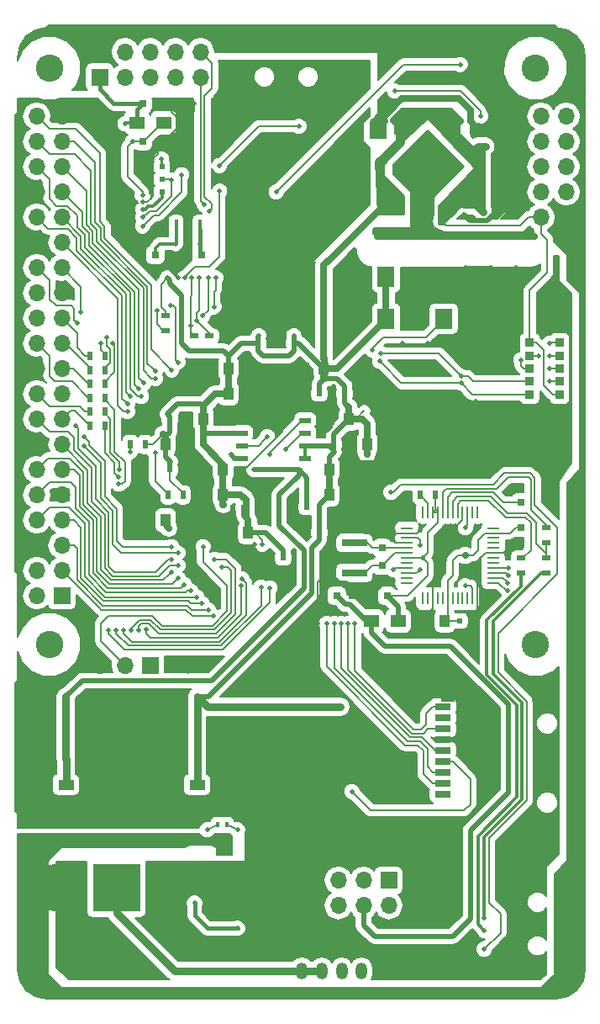
<source format=gbl>
G04 #@! TF.FileFunction,Copper,L2,Bot,Signal*
%FSLAX46Y46*%
G04 Gerber Fmt 4.6, Leading zero omitted, Abs format (unit mm)*
G04 Created by KiCad (PCBNEW 4.0.0-rc1-stable) date 29/09/2017 04:45:12 p.m.*
%MOMM*%
G01*
G04 APERTURE LIST*
%ADD10C,0.100000*%
%ADD11R,1.700000X1.700000*%
%ADD12O,1.700000X1.700000*%
%ADD13C,2.750000*%
%ADD14R,0.900000X0.500000*%
%ADD15C,0.635000*%
%ADD16R,1.000000X1.250000*%
%ADD17R,0.900000X0.900000*%
%ADD18C,4.800600*%
%ADD19R,4.800600X4.800600*%
%ADD20R,1.200000X1.700000*%
%ADD21O,1.200000X1.700000*%
%ADD22R,0.250000X1.300000*%
%ADD23R,1.300000X0.250000*%
%ADD24R,0.500000X0.900000*%
%ADD25R,0.800000X0.750000*%
%ADD26R,0.750000X0.800000*%
%ADD27C,0.508000*%
%ADD28R,2.600000X0.800000*%
%ADD29R,1.800860X1.998980*%
%ADD30R,1.600000X1.000000*%
%ADD31C,2.000000*%
%ADD32R,0.400000X0.600000*%
%ADD33R,1.500000X1.300000*%
%ADD34R,1.143000X0.508000*%
%ADD35R,0.600000X0.500000*%
%ADD36R,0.400000X2.000000*%
%ADD37R,2.200000X1.200000*%
%ADD38R,1.400000X1.600000*%
%ADD39R,1.400000X1.200000*%
%ADD40R,1.600000X0.700000*%
%ADD41C,0.500000*%
%ADD42C,0.700000*%
%ADD43C,0.200000*%
%ADD44C,0.700000*%
%ADD45C,0.500000*%
%ADD46C,0.300000*%
%ADD47C,0.800000*%
%ADD48C,0.400000*%
%ADD49C,0.254000*%
G04 APERTURE END LIST*
D10*
D11*
X116929060Y-64095580D03*
D12*
X116929060Y-61555580D03*
X119469060Y-64095580D03*
X119469060Y-61555580D03*
X122009060Y-64095580D03*
X122009060Y-61555580D03*
X124549060Y-64095580D03*
X124549060Y-61555580D03*
X127089060Y-64095580D03*
X127089060Y-61555580D03*
D13*
X160838440Y-63189700D03*
D14*
X123531000Y-88110000D03*
X123531000Y-89610000D03*
D15*
X149949060Y-73112580D03*
X151115786Y-71945854D03*
X152282512Y-73112580D03*
X151115786Y-74279306D03*
X149949060Y-75446032D03*
X148782334Y-74279306D03*
X147615608Y-73112580D03*
X148782334Y-71945854D03*
X149949060Y-70779128D03*
D16*
X143869060Y-101052580D03*
X145869060Y-101052580D03*
D17*
X163260060Y-90832000D03*
X163260060Y-96032000D03*
X163260060Y-92152000D03*
X163260060Y-94712000D03*
X163260060Y-93432000D03*
X160260060Y-94712000D03*
X160260060Y-90832000D03*
X160260060Y-96032000D03*
X160260060Y-92152000D03*
X160260060Y-93432000D03*
D13*
X160838440Y-121189700D03*
X111838900Y-121189700D03*
D11*
X113119060Y-116292580D03*
D12*
X110579060Y-116292580D03*
X113119060Y-113752580D03*
X110579060Y-113752580D03*
X113119060Y-111212580D03*
X110579060Y-111212580D03*
X113119060Y-108672580D03*
X110579060Y-108672580D03*
X113119060Y-106132580D03*
X110579060Y-106132580D03*
X113119060Y-103592580D03*
X110579060Y-103592580D03*
X113119060Y-101052580D03*
X110579060Y-101052580D03*
X113119060Y-98512580D03*
X110579060Y-98512580D03*
X113119060Y-95972580D03*
X110579060Y-95972580D03*
X113119060Y-93432580D03*
X110579060Y-93432580D03*
X113119060Y-90892580D03*
X110579060Y-90892580D03*
X113119060Y-88352580D03*
X110579060Y-88352580D03*
X113119060Y-85812580D03*
X110579060Y-85812580D03*
X113119060Y-83272580D03*
X110579060Y-83272580D03*
X113119060Y-80732580D03*
X110579060Y-80732580D03*
X113119060Y-78192580D03*
X110579060Y-78192580D03*
X113119060Y-75652580D03*
X110579060Y-75652580D03*
X113119060Y-73112580D03*
X110579060Y-73112580D03*
X113119060Y-70572580D03*
X110579060Y-70572580D03*
X113119060Y-68032580D03*
X110579060Y-68032580D03*
D18*
X112512000Y-145688000D03*
D19*
X118608000Y-145688000D03*
D18*
X114798000Y-150768000D03*
D13*
X111838440Y-63189700D03*
D20*
X147310000Y-154070000D03*
D21*
X145310000Y-154070000D03*
X143310000Y-154070000D03*
X141310000Y-154070000D03*
X139310000Y-154070000D03*
X137310000Y-154070000D03*
D11*
X163919060Y-78192000D03*
D12*
X161379060Y-78192000D03*
X163919060Y-75652000D03*
X161379060Y-75652000D03*
X163919060Y-73112000D03*
X161379060Y-73112000D03*
X163919060Y-70572000D03*
X161379060Y-70572000D03*
X163919060Y-68032000D03*
X161379060Y-68032000D03*
D22*
X149485060Y-107878580D03*
X149985060Y-107878580D03*
X150485060Y-107878580D03*
X150985060Y-107878580D03*
X151485060Y-107878580D03*
X151985060Y-107878580D03*
X152485060Y-107878580D03*
X152985060Y-107878580D03*
X153485060Y-107878580D03*
X153985060Y-107878580D03*
X154485060Y-107878580D03*
X154985060Y-107878580D03*
D23*
X156585060Y-109478580D03*
X156585060Y-109978580D03*
X156585060Y-110478580D03*
X156585060Y-110978580D03*
X156585060Y-111478580D03*
X156585060Y-111978580D03*
X156585060Y-112478580D03*
X156585060Y-112978580D03*
X156585060Y-113478580D03*
X156585060Y-113978580D03*
X156585060Y-114478580D03*
X156585060Y-114978580D03*
D22*
X154985060Y-116578580D03*
X154485060Y-116578580D03*
X153985060Y-116578580D03*
X153485060Y-116578580D03*
X152985060Y-116578580D03*
X152485060Y-116578580D03*
X151985060Y-116578580D03*
X151485060Y-116578580D03*
X150985060Y-116578580D03*
X150485060Y-116578580D03*
X149985060Y-116578580D03*
X149485060Y-116578580D03*
D23*
X147885060Y-114978580D03*
X147885060Y-114478580D03*
X147885060Y-113978580D03*
X147885060Y-113478580D03*
X147885060Y-112978580D03*
X147885060Y-112478580D03*
X147885060Y-111978580D03*
X147885060Y-111478580D03*
X147885060Y-110978580D03*
X147885060Y-110478580D03*
X147885060Y-109978580D03*
X147885060Y-109478580D03*
D14*
X159347060Y-113994580D03*
X159347060Y-112494580D03*
X161887060Y-113994580D03*
X161887060Y-112494580D03*
X161887060Y-110946580D03*
X161887060Y-109446580D03*
D24*
X150699060Y-106132580D03*
X149199060Y-106132580D03*
D25*
X140815000Y-116292000D03*
X142315000Y-116292000D03*
X145873060Y-116292580D03*
X144373060Y-116292580D03*
D26*
X159347060Y-106882580D03*
X159347060Y-105382580D03*
X145377060Y-114756580D03*
X145377060Y-113256580D03*
X145377060Y-109954580D03*
X145377060Y-111454580D03*
D24*
X121489060Y-101052580D03*
X119989060Y-101052580D03*
D27*
X165187000Y-80732000D03*
X134610000Y-126130000D03*
X165187000Y-120102000D03*
X148677000Y-80097000D03*
X129784000Y-141370000D03*
X129530000Y-126130000D03*
X110577000Y-138517000D03*
X108672000Y-131532000D03*
X116830000Y-126130000D03*
X165187000Y-115022000D03*
X143599060Y-85812580D03*
X165187000Y-109942000D03*
X115657000Y-138517000D03*
X142329060Y-88352580D03*
X165187000Y-125182000D03*
X135342000Y-138517000D03*
X132324000Y-131718000D03*
X135977000Y-128992000D03*
X120737000Y-138517000D03*
X116927000Y-156297000D03*
X130038000Y-146196000D03*
X162647000Y-156297000D03*
X128514000Y-143910000D03*
X124958000Y-140544500D03*
X123434000Y-140544500D03*
X123277000Y-156297000D03*
X133437000Y-156297000D03*
X147409060Y-93432580D03*
X153759060Y-88352580D03*
X152487000Y-80097000D03*
X152743060Y-96734580D03*
X156299060Y-88352580D03*
X149949060Y-90892580D03*
X128357000Y-156297000D03*
X111847000Y-125182000D03*
X121910000Y-126130000D03*
X132324000Y-141692000D03*
X132167000Y-138517000D03*
X143599060Y-83272580D03*
X153759060Y-83272580D03*
X156299060Y-83272580D03*
X119116000Y-131718000D03*
X150457060Y-99020580D03*
X154775060Y-96734580D03*
D28*
X142583060Y-112482580D03*
X142583060Y-113982580D03*
X142583060Y-110982580D03*
D29*
X145778380Y-88421160D03*
X151579740Y-88421160D03*
X145778380Y-84220000D03*
X151579740Y-84220000D03*
D30*
X126736000Y-135298000D03*
X126736000Y-138298000D03*
D31*
X163182000Y-102484000D03*
X163182000Y-86784000D03*
X158232000Y-101884000D03*
X158232000Y-87384000D03*
D32*
X129726000Y-139338000D03*
X128826000Y-139338000D03*
D33*
X144279000Y-118832000D03*
X146979000Y-118832000D03*
D27*
X129784000Y-140544500D03*
X109942000Y-154392000D03*
X128006000Y-147212000D03*
X157470000Y-156297000D03*
D30*
X113528000Y-135298000D03*
X113528000Y-138298000D03*
D11*
X146040000Y-144926000D03*
D12*
X146040000Y-147466000D03*
X143500000Y-144926000D03*
X143500000Y-147466000D03*
X140960000Y-144926000D03*
X140960000Y-147466000D03*
D34*
X137630060Y-102449580D03*
X137630060Y-101179580D03*
X137630060Y-99909580D03*
X137630060Y-98639580D03*
X131280060Y-98639580D03*
X131280060Y-99909580D03*
X131280060Y-101179580D03*
X131280060Y-102449580D03*
D24*
X125299060Y-106132580D03*
X123799060Y-106132580D03*
D16*
X129899060Y-95972580D03*
X131899060Y-95972580D03*
X123549060Y-101052580D03*
X125549060Y-101052580D03*
X129359060Y-103592580D03*
X127359060Y-103592580D03*
X140059060Y-106132580D03*
X142059060Y-106132580D03*
X139519060Y-93432580D03*
X137519060Y-93432580D03*
X129359060Y-106132580D03*
X127359060Y-106132580D03*
X140059060Y-103592580D03*
X142059060Y-103592580D03*
D35*
X139069060Y-95972580D03*
X137969060Y-95972580D03*
D16*
X123549060Y-108672580D03*
X125549060Y-108672580D03*
X142059060Y-98512580D03*
X140059060Y-98512580D03*
D35*
X141609060Y-95972580D03*
X140509060Y-95972580D03*
X136529060Y-90892580D03*
X135429060Y-90892580D03*
X139069060Y-109942580D03*
X137969060Y-109942580D03*
X135429060Y-112482580D03*
X136529060Y-112482580D03*
D16*
X131899060Y-109942580D03*
X129899060Y-109942580D03*
D35*
X131449060Y-107402580D03*
X130349060Y-107402580D03*
X123999060Y-103592580D03*
X125099060Y-103592580D03*
D16*
X129899060Y-93432580D03*
X131899060Y-93432580D03*
D35*
X132889060Y-90892580D03*
X133989060Y-90892580D03*
X123999060Y-98512580D03*
X125099060Y-98512580D03*
X153209060Y-118832580D03*
X154309060Y-118832580D03*
D16*
X151711060Y-118832580D03*
X149711060Y-118832580D03*
D35*
X140509060Y-101052580D03*
X141609060Y-101052580D03*
D16*
X127359060Y-98512580D03*
X129359060Y-98512580D03*
D35*
X137799060Y-107402580D03*
X136699060Y-107402580D03*
D26*
X159347060Y-110946580D03*
X159347060Y-109446580D03*
D27*
X147407000Y-90892000D03*
X158839060Y-83272580D03*
X135979060Y-84542580D03*
X144867000Y-59142000D03*
X156297000Y-59142000D03*
X160107000Y-59142000D03*
X152487000Y-59142000D03*
X162647000Y-59142000D03*
X148677000Y-59142000D03*
X141057000Y-59142000D03*
X144867000Y-80097000D03*
X127087000Y-59142000D03*
X165187000Y-85177000D03*
X165187000Y-104862000D03*
X158837000Y-80097000D03*
X135977000Y-134707000D03*
X164933000Y-142327000D03*
X161377000Y-139135001D03*
X158837000Y-139135001D03*
X152487000Y-142962000D03*
X152487000Y-146137000D03*
X148677000Y-146137000D03*
X152487000Y-151852000D03*
X138517000Y-151852000D03*
X133437000Y-151852000D03*
X127087000Y-151852000D03*
X138517000Y-141692000D03*
X137247000Y-124547000D03*
X130897000Y-59142000D03*
X124547000Y-122642000D03*
X125817000Y-123912000D03*
X116292000Y-118197000D03*
X108672000Y-88352000D03*
X148677000Y-140422000D03*
X165187000Y-65492000D03*
X165187000Y-61682000D03*
X156297000Y-65492000D03*
X158837000Y-68032000D03*
X156297000Y-68032000D03*
X158837000Y-70572000D03*
X158837000Y-73112000D03*
D25*
X121259060Y-66762580D03*
X122759060Y-66762580D03*
X121259060Y-70572580D03*
X122759060Y-70572580D03*
D35*
X123194060Y-75652580D03*
X122094060Y-75652580D03*
X123194060Y-73112580D03*
X122094060Y-73112580D03*
D25*
X125704060Y-82002580D03*
X127204060Y-82002580D03*
X124029060Y-82002580D03*
X122529060Y-82002580D03*
D33*
X120659060Y-68667580D03*
X123359060Y-68667580D03*
D36*
X127019060Y-79462580D03*
X125819060Y-79462580D03*
X124619060Y-79462580D03*
D35*
X123194060Y-74382000D03*
X122094060Y-74382000D03*
D24*
X117423000Y-94956000D03*
X115923000Y-94956000D03*
X117423000Y-93559000D03*
X115923000Y-93559000D03*
X117423000Y-92162000D03*
X115923000Y-92162000D03*
X117423000Y-97750000D03*
X115923000Y-97750000D03*
X117423000Y-99147000D03*
X115923000Y-99147000D03*
X117423000Y-96353000D03*
X115923000Y-96353000D03*
D11*
X122007000Y-123277000D03*
D12*
X119467000Y-123277000D03*
X116927000Y-123277000D03*
D37*
X161612000Y-141822000D03*
X161612000Y-126322000D03*
D38*
X152012000Y-140922000D03*
D39*
X152012000Y-126322000D03*
D40*
X151512000Y-127472000D03*
X151512000Y-129672000D03*
X151512000Y-128572000D03*
X151512000Y-130772000D03*
X151512000Y-131872000D03*
X151512000Y-132972000D03*
X151512000Y-136272000D03*
X151512000Y-135172000D03*
X151512000Y-134072000D03*
D16*
X155299060Y-71842580D03*
X157299060Y-71842580D03*
X152759060Y-69302580D03*
X154759060Y-69302580D03*
X155299060Y-76922580D03*
X157299060Y-76922580D03*
X147139060Y-69302580D03*
X145139060Y-69302580D03*
D27*
X109307000Y-150582000D03*
D14*
X126452000Y-90142000D03*
X126452000Y-91642000D03*
X127976000Y-91642000D03*
X127976000Y-90142000D03*
D27*
X122007000Y-59142000D03*
X116927000Y-59142000D03*
X111847000Y-59142000D03*
X115657000Y-66762000D03*
X129627000Y-64222000D03*
X142327000Y-64222000D03*
X135977000Y-73112000D03*
X108672000Y-68032000D03*
X108672000Y-73112000D03*
X108672000Y-78192000D03*
X108672000Y-83272000D03*
X108672000Y-93432000D03*
X108672000Y-98512000D03*
X108672000Y-103592000D03*
X108672000Y-108672000D03*
X108672000Y-113752000D03*
X108672000Y-125182000D03*
X146137000Y-156297000D03*
X152487000Y-156297000D03*
X139787000Y-156297000D03*
D41*
X123277000Y-128992000D03*
X120737000Y-131532000D03*
X126833000Y-95210000D03*
X130137060Y-108418580D03*
X132802000Y-105370000D03*
X126452000Y-66762000D03*
X143216000Y-109561000D03*
X124797994Y-84288000D03*
X138898000Y-119086000D03*
X132759980Y-80478580D03*
X118578000Y-69937000D03*
X132550060Y-111085580D03*
X145627382Y-68536902D03*
X131280060Y-81875580D03*
X133058060Y-72223580D03*
X121247060Y-76668580D03*
X122238060Y-72325580D03*
X150076060Y-66254580D03*
X153632060Y-77938580D03*
X156849060Y-77642580D03*
X157061060Y-71080580D03*
X154267060Y-68540580D03*
X125311060Y-109434580D03*
X129375060Y-97496580D03*
X131915060Y-92162580D03*
X125311060Y-100036580D03*
X138011060Y-96734580D03*
X125311060Y-98004580D03*
X145885060Y-100036580D03*
X136699060Y-108376580D03*
X136741060Y-106640580D03*
X139789060Y-99528580D03*
X141821060Y-100290580D03*
X141567060Y-101814580D03*
X142059060Y-104862580D03*
X127597060Y-107148580D03*
X127359060Y-104862580D03*
X137503060Y-94448580D03*
X133947060Y-90130580D03*
X135471060Y-90130580D03*
X131899060Y-94972580D03*
X125057060Y-102830580D03*
X145885060Y-102068580D03*
X137960260Y-109180580D03*
X136512460Y-111720580D03*
X140500260Y-95210580D03*
X140043060Y-97242580D03*
X149949060Y-102576580D03*
X154985060Y-118102580D03*
X149949060Y-118070580D03*
X143345060Y-116292580D03*
X149187060Y-109688580D03*
X128514000Y-143910000D03*
D42*
X128006000Y-147212000D03*
X130038000Y-146196000D03*
D41*
X158077060Y-105878580D03*
X123902070Y-109475059D03*
X132475062Y-103592580D03*
X137757060Y-106640580D03*
D42*
X113500060Y-126452580D03*
X113528000Y-132734000D03*
D41*
X158059901Y-115767421D03*
X158098988Y-113472971D03*
X153759060Y-109434580D03*
X153759060Y-115276580D03*
X155662000Y-149947000D03*
X155662000Y-148677000D03*
X142327000Y-135976906D03*
X123770323Y-84302677D03*
X133312060Y-111085580D03*
X119482060Y-68794580D03*
X121247060Y-77430580D03*
X146520060Y-68413580D03*
X150965060Y-67524580D03*
X151346060Y-78573580D03*
X153632060Y-76922580D03*
X147195892Y-77388570D03*
X155537060Y-77642570D03*
X155791060Y-71080580D03*
X153251060Y-68540580D03*
X123749061Y-98012579D03*
X129375060Y-107148580D03*
X140059060Y-104862580D03*
X139535060Y-94448580D03*
X132931060Y-90130580D03*
X136487060Y-90130580D03*
X123279060Y-100036580D03*
X129883060Y-94956580D03*
X124041060Y-102830580D03*
X131661060Y-108418580D03*
X143853060Y-102068580D03*
X139052460Y-109180580D03*
X135445660Y-111720580D03*
X141617860Y-95210580D03*
X141948060Y-97242580D03*
D42*
X153759060Y-112228580D03*
X126736000Y-126452580D03*
X141186060Y-127468580D03*
X126736000Y-132734000D03*
D41*
X130800000Y-149752000D03*
X126482000Y-147212000D03*
X158084983Y-114236811D03*
X158059901Y-114989575D03*
X149185000Y-113624970D03*
X146518000Y-113625000D03*
X162266000Y-90892000D03*
X162266000Y-92162000D03*
X161123000Y-92162008D03*
X159345000Y-92543000D03*
X162266012Y-93432000D03*
X162266000Y-94702000D03*
X145248000Y-91908000D03*
X153329321Y-94188001D03*
X145117985Y-92697432D03*
X153329321Y-94888001D03*
X118931053Y-103592000D03*
X119977060Y-101814580D03*
X149441060Y-112482580D03*
X130800000Y-139846000D03*
X127752000Y-139846000D03*
X149187060Y-111212580D03*
X122684010Y-87590000D03*
X118832000Y-105054013D03*
X121624647Y-119680906D03*
X131153086Y-115303947D03*
X118832000Y-104353994D03*
X122517060Y-101856590D03*
X144361060Y-91527580D03*
X121234430Y-75967611D03*
X120231060Y-70572580D03*
X123152060Y-72350580D03*
X127019060Y-80859580D03*
X124549060Y-80859580D03*
X127341000Y-111339000D03*
X124039000Y-87082032D03*
X124801000Y-92797000D03*
X134072000Y-102068000D03*
X128484000Y-112609000D03*
X120864000Y-119721000D03*
X118197000Y-90892000D03*
X133818000Y-100290000D03*
X117624590Y-90325818D03*
X120102000Y-119721000D03*
X129246000Y-113371000D03*
X135697600Y-101560000D03*
X117054008Y-90892000D03*
X131284876Y-114616453D03*
X119342060Y-119721580D03*
X130137060Y-102068580D03*
X121247060Y-79081580D03*
X125184060Y-73912598D03*
X125497997Y-84288000D03*
X129001155Y-75572570D03*
X124168060Y-74462608D03*
X128994060Y-72985580D03*
X136995060Y-69048580D03*
X121247060Y-78192580D03*
X146645000Y-65492000D03*
X155281000Y-68032000D03*
X127978060Y-77557580D03*
X127470060Y-76922580D03*
X117816000Y-119721000D03*
X134072000Y-115487990D03*
X118578000Y-119721000D03*
X133183000Y-115403000D03*
X126706000Y-116419000D03*
X126070998Y-115784000D03*
X127849000Y-117689000D03*
X128357000Y-118324000D03*
X127214000Y-117054000D03*
X125436000Y-115149000D03*
X124800998Y-114514000D03*
X124166000Y-113878998D03*
X124801000Y-113244000D03*
X114641000Y-88860000D03*
X115318010Y-101179000D03*
X124801000Y-111974000D03*
X114514000Y-99147000D03*
X124166000Y-112609000D03*
X124166000Y-111339004D03*
X115022000Y-87717000D03*
X115360990Y-100290000D03*
X119721000Y-97750000D03*
X119975000Y-96226000D03*
X119720998Y-96988000D03*
X120864000Y-95464000D03*
X121372000Y-94890987D03*
X121117998Y-96226000D03*
X122515000Y-93686000D03*
X122515000Y-94448000D03*
X124192010Y-93559000D03*
X126071000Y-89114000D03*
X126198000Y-84288000D03*
X126706000Y-88606000D03*
X126960000Y-84288000D03*
X127298990Y-88098000D03*
X127849000Y-84288000D03*
X128444051Y-87209711D03*
X128611000Y-84288000D03*
X142649039Y-119086000D03*
X141949026Y-119086000D03*
X141249013Y-119086000D03*
X139787000Y-119086000D03*
X140549000Y-119086000D03*
X153249000Y-62825000D03*
X134707000Y-75652000D03*
X146264000Y-105878000D03*
X155662000Y-151852000D03*
D43*
X148677000Y-141692000D02*
X148677000Y-142051210D01*
X148677000Y-142051210D02*
X148677000Y-144232000D01*
X118519000Y-126130000D02*
X118197000Y-126452000D01*
X121910000Y-126130000D02*
X118519000Y-126130000D01*
X120737000Y-131532000D02*
X123277000Y-128992000D01*
X131024000Y-104100000D02*
X131532000Y-104100000D01*
X131532000Y-104100000D02*
X132802000Y-105370000D01*
X135342000Y-99782000D02*
X131024000Y-104100000D01*
X134834580Y-98639580D02*
X135342000Y-99147000D01*
X135342000Y-99147000D02*
X135342000Y-99782000D01*
X131280060Y-98639580D02*
X134834580Y-98639580D01*
X153485060Y-107878580D02*
X153485060Y-108689940D01*
X153485060Y-108689940D02*
X151219060Y-110955940D01*
X151219060Y-110955940D02*
X151219060Y-114514580D01*
X151219060Y-114514580D02*
X150485060Y-115248580D01*
X150485060Y-115248580D02*
X150485060Y-116578580D01*
D44*
X144867000Y-80097000D02*
X160729050Y-80097000D01*
X160729050Y-80097000D02*
X148677000Y-80097000D01*
X111847000Y-59142000D02*
X162647000Y-59142000D01*
X108672000Y-125182000D02*
X108672000Y-131532000D01*
X108672000Y-103592000D02*
X108672000Y-113752000D01*
X108672000Y-98512000D02*
X108672000Y-103592000D01*
X108672000Y-93432000D02*
X108672000Y-98512000D01*
X108672000Y-78192000D02*
X108672000Y-93432000D01*
X108672000Y-68032000D02*
X108672000Y-78192000D01*
X108672000Y-137882000D02*
X108672000Y-131532000D01*
D43*
X122734060Y-66762580D02*
X122759060Y-66762580D01*
X122759060Y-66762580D02*
X123359060Y-66762580D01*
X123359060Y-66762580D02*
X124676060Y-68079580D01*
X124676060Y-68079580D02*
X124676060Y-69290582D01*
X123359060Y-70572580D02*
X126452000Y-67479640D01*
X126452000Y-67479640D02*
X126452000Y-66762000D01*
X150457060Y-99020580D02*
X146901060Y-99020580D01*
X146901060Y-99020580D02*
X145885060Y-100036580D01*
X150457060Y-99020580D02*
X149949060Y-99528580D01*
X149949060Y-99528580D02*
X149949060Y-102576580D01*
D45*
X137960260Y-109180580D02*
X137503060Y-109180580D01*
X137503060Y-109180580D02*
X136699060Y-108376580D01*
D46*
X140297640Y-110701360D02*
X141438000Y-109561000D01*
X141438000Y-109561000D02*
X143216000Y-109561000D01*
X140297640Y-112968000D02*
X140297640Y-110701360D01*
X145377060Y-109954580D02*
X143609580Y-109954580D01*
X143609580Y-109954580D02*
X143216000Y-109561000D01*
X156299060Y-83272580D02*
X153759060Y-83272580D01*
X124029060Y-82002580D02*
X124029060Y-83519066D01*
X124029060Y-83519066D02*
X124797994Y-84288000D01*
D43*
X152012000Y-140922000D02*
X152012000Y-139922000D01*
X152012000Y-139922000D02*
X151242000Y-139152000D01*
X151242000Y-139152000D02*
X151217000Y-139152000D01*
D46*
X156297000Y-68032000D02*
X158837000Y-68032000D01*
D47*
X156059060Y-69302580D02*
X154759060Y-69302580D01*
D46*
X156297000Y-68032000D02*
X156297000Y-69064640D01*
X156297000Y-69064640D02*
X156059060Y-69302580D01*
X158837000Y-68032000D02*
X158837000Y-70572000D01*
X158837000Y-73112000D02*
X158837000Y-70572000D01*
D43*
X156299060Y-88352580D02*
X157263420Y-88352580D01*
X156299060Y-88352580D02*
X153759060Y-88352580D01*
X156299060Y-83272580D02*
X158839060Y-83272580D01*
X151579740Y-84220000D02*
X152811640Y-84220000D01*
X152811640Y-84220000D02*
X153759060Y-83272580D01*
X158232000Y-83879640D02*
X158839060Y-83272580D01*
X143599060Y-85812580D02*
X142329060Y-87082580D01*
X142329060Y-87082580D02*
X142329060Y-88352580D01*
X152012000Y-126322000D02*
X152912000Y-126322000D01*
X152912000Y-126322000D02*
X155281000Y-128691000D01*
X155281000Y-128691000D02*
X155281000Y-132294000D01*
X155281000Y-132294000D02*
X153759000Y-130772000D01*
X153759000Y-130772000D02*
X151512000Y-130772000D01*
X155281000Y-137553000D02*
X155281000Y-132294000D01*
X152012000Y-140922000D02*
X152012000Y-140822000D01*
X152012000Y-140822000D02*
X155281000Y-137553000D01*
D45*
X140297640Y-113498000D02*
X140297640Y-113244000D01*
X140297640Y-113868000D02*
X140297640Y-113498000D01*
D43*
X140297640Y-113498000D02*
X138898000Y-114897640D01*
X138898000Y-114897640D02*
X138898000Y-116893998D01*
X138898000Y-116893998D02*
X138898000Y-119086000D01*
D45*
X142315000Y-116292000D02*
X142315000Y-115542000D01*
X142315000Y-115542000D02*
X141795000Y-115022000D01*
X141795000Y-115022000D02*
X141020000Y-115022000D01*
X141020000Y-115022000D02*
X140295000Y-114297000D01*
X140295000Y-114297000D02*
X140295000Y-113870640D01*
X140295000Y-113870640D02*
X140297640Y-113868000D01*
X142583060Y-112482580D02*
X140783060Y-112482580D01*
X140783060Y-112482580D02*
X140297640Y-112968000D01*
X140297640Y-112968000D02*
X140297640Y-113244000D01*
D43*
X140297640Y-113244000D02*
X140170060Y-113371580D01*
D45*
X143345060Y-116292580D02*
X143851000Y-116292580D01*
X143851000Y-116292580D02*
X144373060Y-116292580D01*
X142315000Y-116292000D02*
X143850420Y-116292000D01*
X143850420Y-116292000D02*
X143851000Y-116292580D01*
D43*
X130391060Y-111593580D02*
X132042060Y-111593580D01*
X132042060Y-111593580D02*
X132550060Y-111085580D01*
X129899060Y-111101580D02*
X130391060Y-111593580D01*
X129899060Y-109942580D02*
X129899060Y-111101580D01*
D44*
X145377383Y-68248650D02*
X145377383Y-68286903D01*
X150076060Y-66254580D02*
X147371453Y-66254580D01*
X145377383Y-68286903D02*
X145627382Y-68536902D01*
X147371453Y-66254580D02*
X145377383Y-68248650D01*
X145377383Y-68786901D02*
X145627382Y-68536902D01*
X145139060Y-69302580D02*
X145139060Y-69025224D01*
X145139060Y-69025224D02*
X145377383Y-68786901D01*
D43*
X122094060Y-75652580D02*
X122094060Y-74382580D01*
X122094060Y-76287580D02*
X122094060Y-75652580D01*
X121247060Y-76668580D02*
X121713060Y-76668580D01*
X122094060Y-73112580D02*
X122094060Y-74382580D01*
D46*
X125819060Y-79462580D02*
X125819060Y-81887580D01*
X125819060Y-81887580D02*
X125704060Y-82002580D01*
D43*
X121713060Y-76668580D02*
X122094060Y-76287580D01*
X124676060Y-69290582D02*
X123394062Y-70572580D01*
X123394062Y-70572580D02*
X123359060Y-70572580D01*
X123359060Y-70572580D02*
X122759060Y-70572580D01*
X122759060Y-70572580D02*
X122759060Y-71804580D01*
X122759060Y-71804580D02*
X122238060Y-72325580D01*
X122094060Y-73112580D02*
X122094060Y-72469580D01*
X122094060Y-72469580D02*
X122238060Y-72325580D01*
D46*
X125704060Y-82002580D02*
X124029060Y-82002580D01*
D43*
X152997060Y-66254580D02*
X153124060Y-66254580D01*
D44*
X152997060Y-66254580D02*
X150076060Y-66254580D01*
X154267060Y-68540580D02*
X154267060Y-67397580D01*
X154267060Y-67397580D02*
X153124060Y-66254580D01*
D45*
X156849060Y-77642580D02*
X155999062Y-78492578D01*
X155999062Y-78492578D02*
X154186058Y-78492578D01*
X154186058Y-78492578D02*
X153882059Y-78188579D01*
X153882059Y-78188579D02*
X153632060Y-77938580D01*
D47*
X157299060Y-71842580D02*
X157299060Y-70417580D01*
X157299060Y-70417580D02*
X156184060Y-69302580D01*
X156184060Y-69302580D02*
X156059060Y-69302580D01*
X157299060Y-76922580D02*
X157299060Y-71842580D01*
D44*
X157299060Y-76922580D02*
X157299060Y-77192580D01*
X157299060Y-77192580D02*
X156849060Y-77642580D01*
X157299060Y-71842580D02*
X157299060Y-71318580D01*
X157299060Y-71318580D02*
X157061060Y-71080580D01*
X154759060Y-69302580D02*
X154759060Y-69032580D01*
X154759060Y-69032580D02*
X154267060Y-68540580D01*
X125549060Y-108672580D02*
X125549060Y-109196580D01*
X125549060Y-109196580D02*
X125311060Y-109434580D01*
D45*
X140043060Y-97242580D02*
X138519060Y-97242580D01*
X138519060Y-97242580D02*
X138011060Y-96734580D01*
X145885060Y-102068580D02*
X145085052Y-102868588D01*
X141817059Y-102064579D02*
X141567060Y-101814580D01*
X145085052Y-102868588D02*
X142621068Y-102868588D01*
X142621068Y-102868588D02*
X141817059Y-102064579D01*
X129359060Y-98512580D02*
X129359060Y-97512580D01*
X129359060Y-97512580D02*
X129375060Y-97496580D01*
X131899060Y-92178580D02*
X131915060Y-92162580D01*
X131899060Y-92178580D02*
X131899060Y-93432580D01*
X131899060Y-95972580D02*
X131899060Y-98020580D01*
X131899060Y-98020580D02*
X131280060Y-98639580D01*
X125099060Y-98512580D02*
X125099060Y-99824580D01*
X125099060Y-99824580D02*
X125311060Y-100036580D01*
X137969060Y-95972580D02*
X137969060Y-96692580D01*
X137969060Y-96692580D02*
X138011060Y-96734580D01*
X125099060Y-98512580D02*
X125099060Y-98216580D01*
X125099060Y-98216580D02*
X125311060Y-98004580D01*
X125099060Y-99824580D02*
X125311060Y-100036580D01*
X145869060Y-101052580D02*
X145869060Y-100052580D01*
X145869060Y-100052580D02*
X145885060Y-100036580D01*
X136699060Y-107402580D02*
X136699060Y-108376580D01*
X136699060Y-107402580D02*
X136699060Y-107148580D01*
X136699060Y-107148580D02*
X136699060Y-106682580D01*
D43*
X136699060Y-108376580D02*
X136699060Y-107148580D01*
D45*
X136699060Y-106682580D02*
X136741060Y-106640580D01*
D44*
X140059060Y-98512580D02*
X140059060Y-99258580D01*
X140059060Y-99258580D02*
X139789060Y-99528580D01*
D45*
X141609060Y-101052580D02*
X141609060Y-100502580D01*
X141609060Y-100502580D02*
X141821060Y-100290580D01*
X125549060Y-101052580D02*
X125549060Y-102338580D01*
X125549060Y-102338580D02*
X125057060Y-102830580D01*
X131280060Y-98639580D02*
X129486060Y-98639580D01*
X129486060Y-98639580D02*
X129359060Y-98512580D01*
X142075060Y-102322580D02*
X142059060Y-102338580D01*
X142059060Y-102338580D02*
X142059060Y-103592580D01*
X141567060Y-101814580D02*
X142075060Y-102322580D01*
X141609060Y-101052580D02*
X141609060Y-101772580D01*
X141609060Y-101772580D02*
X141567060Y-101814580D01*
D46*
X142059060Y-102338580D02*
X142059060Y-104862580D01*
D45*
X137969060Y-95972580D02*
X137969060Y-94914580D01*
X137969060Y-94914580D02*
X137503060Y-94448580D01*
D44*
X142059060Y-103592580D02*
X142059060Y-104862580D01*
X142059060Y-106132580D02*
X142059060Y-104862580D01*
X130137060Y-108418580D02*
X128867060Y-108418580D01*
X128867060Y-108418580D02*
X127597060Y-107148580D01*
X127359060Y-106132580D02*
X127359060Y-106910580D01*
X127359060Y-106910580D02*
X127597060Y-107148580D01*
X127359060Y-104862580D02*
X127359060Y-106132580D01*
X127359060Y-103592580D02*
X127359060Y-104862580D01*
X129899060Y-109942580D02*
X129899060Y-108656580D01*
X129899060Y-108656580D02*
X130137060Y-108418580D01*
D45*
X130349060Y-107402580D02*
X130349060Y-108206580D01*
X130349060Y-108206580D02*
X130137060Y-108418580D01*
D44*
X137519060Y-93432580D02*
X137519060Y-94432580D01*
X137519060Y-94432580D02*
X137503060Y-94448580D01*
D45*
X135429060Y-90892580D02*
X133989060Y-90892580D01*
X133989060Y-90892580D02*
X133989060Y-90172580D01*
X133989060Y-90172580D02*
X133947060Y-90130580D01*
X135429060Y-90892580D02*
X135429060Y-90172580D01*
X135429060Y-90172580D02*
X135471060Y-90130580D01*
D44*
X125549060Y-101052580D02*
X125549060Y-100274580D01*
X125549060Y-100274580D02*
X125311060Y-100036580D01*
X131899060Y-93432580D02*
X131899060Y-94972580D01*
X131899060Y-95972580D02*
X131899060Y-94972580D01*
D45*
X125099060Y-103592580D02*
X125099060Y-102872580D01*
X125099060Y-102872580D02*
X125057060Y-102830580D01*
D44*
X145869060Y-101052580D02*
X145869060Y-102052580D01*
X145869060Y-102052580D02*
X145885060Y-102068580D01*
D45*
X137969060Y-109942580D02*
X137969060Y-109189380D01*
X137969060Y-109189380D02*
X137960260Y-109180580D01*
X136529060Y-112482580D02*
X136529060Y-111737180D01*
X136529060Y-111737180D02*
X136512460Y-111720580D01*
X140509060Y-95972580D02*
X140509060Y-96776580D01*
X140509060Y-96776580D02*
X140043060Y-97242580D01*
X140509060Y-95972580D02*
X140509060Y-95219380D01*
X140509060Y-95219380D02*
X140500260Y-95210580D01*
D44*
X140059060Y-98512580D02*
X140059060Y-97258580D01*
X140059060Y-97258580D02*
X140043060Y-97242580D01*
D43*
X149711060Y-118832580D02*
X149711060Y-118308580D01*
X149711060Y-118308580D02*
X149949060Y-118070580D01*
X154985060Y-116578580D02*
X154985060Y-118102580D01*
X149949060Y-118070580D02*
X149707060Y-118312580D01*
X149707060Y-118312580D02*
X149707060Y-118832580D01*
X150485060Y-116578580D02*
X150485060Y-117534580D01*
X149707060Y-118312580D02*
X149707060Y-118832580D01*
X150485060Y-117534580D02*
X149707060Y-118312580D01*
X154985060Y-118102580D02*
X154255060Y-118832580D01*
X159347060Y-105382580D02*
X158573060Y-105382580D01*
X158573060Y-105382580D02*
X158077060Y-105878580D01*
X147885060Y-110978580D02*
X146667060Y-110978580D01*
X146667060Y-110978580D02*
X145643060Y-109954580D01*
X145643060Y-109954580D02*
X145377060Y-109954580D01*
X145377060Y-114756580D02*
X145377060Y-115288580D01*
X145377060Y-115288580D02*
X144373060Y-116292580D01*
X147885060Y-109978580D02*
X146429060Y-109978580D01*
X146405060Y-109954580D02*
X145377060Y-109954580D01*
X146429060Y-109978580D02*
X146405060Y-109954580D01*
X147885060Y-109978580D02*
X148897060Y-109978580D01*
X148897060Y-109978580D02*
X149187060Y-109688580D01*
X156585060Y-111978580D02*
X155787060Y-111978580D01*
X154985060Y-112780580D02*
X154985060Y-116578580D01*
X155787060Y-111978580D02*
X154985060Y-112780580D01*
X156585060Y-111978580D02*
X157565060Y-111978580D01*
X158597060Y-110946580D02*
X159347060Y-110946580D01*
X157565060Y-111978580D02*
X158597060Y-110946580D01*
D46*
X113528000Y-138298000D02*
X116298000Y-138298000D01*
X116298000Y-138298000D02*
X116830000Y-138830000D01*
X126736000Y-138298000D02*
X122442000Y-138298000D01*
X122442000Y-138298000D02*
X121910000Y-138830000D01*
X121910000Y-138830000D02*
X116830000Y-138830000D01*
X113552000Y-138322000D02*
X113528000Y-138298000D01*
X128514000Y-143910000D02*
X129276000Y-144672000D01*
X129276000Y-144672000D02*
X129276000Y-145434000D01*
X129276000Y-145434000D02*
X130038000Y-146196000D01*
X129022000Y-147212000D02*
X128006000Y-147212000D01*
X130038000Y-146196000D02*
X129022000Y-147212000D01*
D43*
X157263420Y-88352580D02*
X158232000Y-87384000D01*
X158232000Y-87384000D02*
X158232000Y-83879640D01*
D47*
X113500060Y-126452580D02*
X113500060Y-132706060D01*
X113500060Y-132706060D02*
X113528000Y-132734000D01*
D45*
X135024413Y-108672580D02*
X135024413Y-109242570D01*
X128230000Y-124801000D02*
X115151640Y-124801000D01*
X135024413Y-109242570D02*
X137501000Y-111719157D01*
X137501000Y-111719157D02*
X137501000Y-115530000D01*
X137501000Y-115530000D02*
X128230000Y-124801000D01*
X115151640Y-124801000D02*
X113500060Y-126452580D01*
D44*
X123549060Y-108672580D02*
X123549060Y-109122049D01*
X123549060Y-109122049D02*
X123902070Y-109475059D01*
D45*
X135024413Y-107067218D02*
X135024413Y-108672580D01*
X135024413Y-108672580D02*
X135024413Y-106141931D01*
X135024413Y-106141931D02*
X136995060Y-104171284D01*
X136995060Y-104171284D02*
X136995060Y-103592580D01*
X137799060Y-107402580D02*
X137799060Y-106002587D01*
X137799060Y-107402580D02*
X137799060Y-104396580D01*
X137799060Y-104396580D02*
X136995060Y-103592580D01*
X132475062Y-103592580D02*
X136995060Y-103592580D01*
D43*
X137757060Y-104354580D02*
X136995060Y-103592580D01*
X137757060Y-106640580D02*
X137757060Y-104354580D01*
D45*
X137799060Y-107402580D02*
X137799060Y-106682580D01*
X137799060Y-106682580D02*
X137757060Y-106640580D01*
D47*
X113528000Y-132734000D02*
X113528000Y-135298000D01*
D43*
X157110060Y-114978580D02*
X157898901Y-115767421D01*
X156585060Y-114978580D02*
X157110060Y-114978580D01*
X157898901Y-115767421D02*
X158059901Y-115767421D01*
X158093379Y-113478580D02*
X158098988Y-113472971D01*
X156585060Y-113478580D02*
X158093379Y-113478580D01*
X149985060Y-107878580D02*
X149985060Y-106930580D01*
X149985060Y-106930580D02*
X149199060Y-106144580D01*
X149199060Y-106144580D02*
X149199060Y-106132580D01*
X158077060Y-104354580D02*
X156933062Y-105498578D01*
X161887060Y-109446580D02*
X161887060Y-109180580D01*
X151485060Y-105863940D02*
X151485060Y-107878580D01*
X161887060Y-109180580D02*
X160363060Y-107656580D01*
X160109060Y-104354580D02*
X158077060Y-104354580D01*
X160363060Y-107656580D02*
X160363060Y-104608580D01*
X160363060Y-104608580D02*
X160109060Y-104354580D01*
X156933062Y-105498578D02*
X151850422Y-105498578D01*
X151850422Y-105498578D02*
X151485060Y-105863940D01*
X161887060Y-112494580D02*
X161887060Y-112044580D01*
X161887060Y-112044580D02*
X160871060Y-111028580D01*
X159996762Y-108022878D02*
X158061360Y-108022878D01*
X158061360Y-108022878D02*
X156337082Y-106298600D01*
X156337082Y-106298600D02*
X152955400Y-106298600D01*
X152955400Y-106298600D02*
X152485060Y-106768940D01*
X152485060Y-106768940D02*
X152485060Y-107028580D01*
X152485060Y-107028580D02*
X152485060Y-107878580D01*
X160871060Y-111028580D02*
X160871060Y-108897176D01*
X160871060Y-108897176D02*
X159996762Y-108022878D01*
X161887060Y-112494580D02*
X161887060Y-110946580D01*
X152985060Y-107028580D02*
X152985060Y-107878580D01*
X156103091Y-106698611D02*
X153315029Y-106698611D01*
X160363060Y-111678580D02*
X160363060Y-108954876D01*
X159347060Y-112494580D02*
X159547060Y-112494580D01*
X157827369Y-108422889D02*
X156103091Y-106698611D01*
X160363060Y-108954876D02*
X159831073Y-108422889D01*
X159547060Y-112494580D02*
X160363060Y-111678580D01*
X159831073Y-108422889D02*
X157827369Y-108422889D01*
X153315029Y-106698611D02*
X152985060Y-107028580D01*
X153985060Y-107878580D02*
X153985060Y-109208580D01*
X153985060Y-109208580D02*
X153759060Y-109434580D01*
X154485060Y-116578580D02*
X154485060Y-115494580D01*
X154267060Y-115276580D02*
X153759060Y-115276580D01*
X154485060Y-115494580D02*
X154267060Y-115276580D01*
D46*
X159347060Y-113994580D02*
X159347060Y-115328818D01*
X159347060Y-115328818D02*
X155916000Y-118759878D01*
X155916000Y-118759878D02*
X155916000Y-124206460D01*
X155916000Y-124206460D02*
X158964000Y-127254460D01*
X158964000Y-127254460D02*
X158964000Y-136539880D01*
X158964000Y-136539880D02*
X155027000Y-140476880D01*
X155027000Y-140476880D02*
X155027000Y-149312000D01*
X155027000Y-149312000D02*
X155412001Y-149697001D01*
X155412001Y-149697001D02*
X155662000Y-149947000D01*
X155662000Y-148677000D02*
X155662000Y-140549000D01*
X155662000Y-140549000D02*
X159472000Y-136739000D01*
X159472000Y-136739000D02*
X159472000Y-127055338D01*
X159472000Y-127055338D02*
X156551000Y-124134338D01*
X156551000Y-124134338D02*
X156551000Y-118832000D01*
X156551000Y-118832000D02*
X161388420Y-113994580D01*
X161388420Y-113994580D02*
X161887060Y-113994580D01*
D43*
X151512000Y-132972000D02*
X152512000Y-132972000D01*
X154265000Y-134725000D02*
X154265000Y-137247000D01*
X152512000Y-132972000D02*
X154265000Y-134725000D01*
X154265000Y-137247000D02*
X153630000Y-137882000D01*
X153630000Y-137882000D02*
X144232094Y-137882000D01*
X142576999Y-136226905D02*
X142327000Y-135976906D01*
X144232094Y-137882000D02*
X142576999Y-136226905D01*
D48*
X120659060Y-67362580D02*
X121259060Y-66762580D01*
X120659060Y-68667580D02*
X120659060Y-67362580D01*
D46*
X120659060Y-68667580D02*
X119609060Y-68667580D01*
X119609060Y-68667580D02*
X119482060Y-68794580D01*
D48*
X118346060Y-66762580D02*
X120459060Y-66762580D01*
X120459060Y-66762580D02*
X121259060Y-66762580D01*
D43*
X121259060Y-66762580D02*
X118961060Y-66762580D01*
D48*
X116929060Y-65345580D02*
X118346060Y-66762580D01*
D43*
X117784060Y-66127580D02*
X116929060Y-65272580D01*
D48*
X116929060Y-64095580D02*
X116929060Y-65345580D01*
D45*
X139069060Y-110692580D02*
X139069060Y-109942580D01*
X138263000Y-111498640D02*
X139069060Y-110692580D01*
X138263000Y-116038000D02*
X138263000Y-111498640D01*
X127848420Y-126452580D02*
X138263000Y-116038000D01*
X126736000Y-126452580D02*
X127848420Y-126452580D01*
X126452000Y-91642000D02*
X125932000Y-91642000D01*
X125932000Y-91642000D02*
X125182000Y-90892000D01*
X125182000Y-90892000D02*
X125182000Y-86066000D01*
X125182000Y-86066000D02*
X124020322Y-84904322D01*
X124020322Y-84904322D02*
X124020322Y-84552676D01*
X124020322Y-84552676D02*
X123770323Y-84302677D01*
X126452000Y-91642000D02*
X129394480Y-91642000D01*
X129394480Y-91642000D02*
X129899060Y-92146580D01*
D43*
X162012000Y-83780000D02*
X160260060Y-85531940D01*
X160260060Y-85531940D02*
X160260060Y-90832000D01*
X162012000Y-80478000D02*
X162012000Y-83780000D01*
X161379060Y-79845060D02*
X162012000Y-80478000D01*
X161379060Y-78192000D02*
X161379060Y-79845060D01*
D46*
X121247060Y-77430580D02*
X121499650Y-77430580D01*
X121499650Y-77430580D02*
X121811641Y-77118589D01*
X121811641Y-77118589D02*
X122278051Y-77118589D01*
X122278051Y-77118589D02*
X123194060Y-76202580D01*
X123194060Y-76202580D02*
X123194060Y-75652580D01*
D43*
X161379060Y-78192000D02*
X160176979Y-78192000D01*
X160176979Y-78192000D02*
X159326391Y-79042588D01*
X159326391Y-79042588D02*
X151815068Y-79042588D01*
X151815068Y-79042588D02*
X151596059Y-78823579D01*
X151596059Y-78823579D02*
X151346060Y-78573580D01*
X163260060Y-96032000D02*
X162610060Y-96032000D01*
X161673001Y-95094941D02*
X161673001Y-91594941D01*
X161673001Y-91594941D02*
X160910060Y-90832000D01*
X160910060Y-90832000D02*
X160260060Y-90832000D01*
X162610060Y-96032000D02*
X161673001Y-95094941D01*
X143584060Y-97687580D02*
X142759060Y-98512580D01*
X142759060Y-98512580D02*
X142059060Y-98512580D01*
X123150000Y-87279000D02*
X123150000Y-84923000D01*
X123150000Y-84923000D02*
X123770323Y-84302677D01*
X123531000Y-88110000D02*
X123531000Y-87660000D01*
X123531000Y-87660000D02*
X123150000Y-87279000D01*
X133312060Y-111085580D02*
X133312060Y-110655580D01*
X133312060Y-110655580D02*
X132599060Y-109942580D01*
X132599060Y-109942580D02*
X131899060Y-109942580D01*
X116929060Y-65272580D02*
X116929060Y-64222580D01*
D44*
X153632060Y-76922580D02*
X152997060Y-76922580D01*
X152997060Y-76922580D02*
X151346060Y-78573580D01*
X150965060Y-67524580D02*
X152235060Y-67524580D01*
X152235060Y-67524580D02*
X153251060Y-68540580D01*
X150965060Y-67524580D02*
X147409060Y-67524580D01*
X147409060Y-67524580D02*
X146520060Y-68413580D01*
X147139060Y-69302580D02*
X147139060Y-70627580D01*
X147139060Y-70627580D02*
X145139060Y-72627580D01*
X145139060Y-72627580D02*
X145139060Y-74271580D01*
X147139060Y-69302580D02*
X147139060Y-69032580D01*
X147139060Y-69032580D02*
X146520060Y-68413580D01*
D47*
X153632060Y-76922580D02*
X154817070Y-76922580D01*
X154817070Y-76922580D02*
X155537060Y-77642570D01*
D44*
X152759060Y-70627580D02*
X152759060Y-69937580D01*
X152759060Y-69937580D02*
X152759060Y-69302580D01*
D47*
X153251060Y-70318580D02*
X153140060Y-70318580D01*
X155791060Y-71080580D02*
X155029060Y-71080580D01*
X154267060Y-71334580D02*
X153251060Y-70318580D01*
X155029060Y-71080580D02*
X154775060Y-71334580D01*
X154775060Y-71334580D02*
X154267060Y-71334580D01*
X153140060Y-70318580D02*
X152759060Y-69937580D01*
X147195892Y-76328412D02*
X145139060Y-74271580D01*
X147195892Y-77388570D02*
X147195892Y-76328412D01*
D44*
X145123060Y-77430580D02*
X147153882Y-77430580D01*
X147153882Y-77430580D02*
X147195892Y-77388570D01*
X144107060Y-78446580D02*
X140297060Y-82256580D01*
X145123060Y-77430580D02*
X144107060Y-78446580D01*
X144869060Y-77684580D02*
X143345060Y-79208580D01*
X143345060Y-79208580D02*
X140297060Y-82256580D01*
X144361060Y-78192580D02*
X143345060Y-79208580D01*
X145778380Y-88421160D02*
X145778380Y-88520220D01*
X145778380Y-88520220D02*
X140866020Y-93432580D01*
X140866020Y-93432580D02*
X140719060Y-93432580D01*
X140719060Y-93432580D02*
X139519060Y-93432580D01*
X145778380Y-84220000D02*
X145778380Y-88421160D01*
X140297060Y-82256580D02*
X139519060Y-83034580D01*
X139519060Y-83034580D02*
X139519060Y-92400580D01*
X139519060Y-92400580D02*
X139535060Y-92416580D01*
X139535060Y-92416580D02*
X139535060Y-94095027D01*
X139535060Y-94095027D02*
X139535060Y-94448580D01*
X150965060Y-67524580D02*
X152743060Y-69302580D01*
X152743060Y-69302580D02*
X152759060Y-69302580D01*
X152997060Y-70740580D02*
X152872060Y-70740580D01*
X152872060Y-70740580D02*
X152759060Y-70627580D01*
X155299060Y-71842580D02*
X154099060Y-71842580D01*
X154099060Y-71842580D02*
X152997060Y-70740580D01*
X155299060Y-71842580D02*
X155299060Y-76922580D01*
X155299060Y-76922580D02*
X155299060Y-77404570D01*
X155299060Y-77404570D02*
X155537060Y-77642570D01*
X155299060Y-71842580D02*
X155299060Y-71572580D01*
X155299060Y-71572580D02*
X155791060Y-71080580D01*
X152759060Y-69302580D02*
X152759060Y-69032580D01*
X152759060Y-69032580D02*
X153251060Y-68540580D01*
D48*
X144508380Y-89820650D02*
X140896450Y-93432580D01*
X140896450Y-93432580D02*
X139519060Y-93432580D01*
D43*
X121489060Y-101052580D02*
X122263060Y-101052580D01*
X122263060Y-101052580D02*
X123279060Y-100036580D01*
X125299060Y-106132580D02*
X125299060Y-105990580D01*
X125299060Y-105990580D02*
X123999060Y-104690580D01*
X123999060Y-104690580D02*
X123999060Y-103592580D01*
D44*
X127359060Y-98512580D02*
X127359060Y-97187580D01*
X127359060Y-97187580D02*
X128574060Y-95972580D01*
X128574060Y-95972580D02*
X128699060Y-95972580D01*
X128699060Y-95972580D02*
X129899060Y-95972580D01*
X129359060Y-103592580D02*
X129359060Y-103068580D01*
X129359060Y-103068580D02*
X127359060Y-101068580D01*
X127359060Y-101068580D02*
X127359060Y-99837580D01*
X127359060Y-99837580D02*
X127359060Y-98512580D01*
D45*
X123999060Y-98512580D02*
X123999060Y-99824580D01*
X123787060Y-100036580D02*
X123279060Y-100036580D01*
X123999060Y-99824580D02*
X123787060Y-100036580D01*
X129359060Y-103592580D02*
X129359060Y-103467580D01*
X123749061Y-98012579D02*
X124773060Y-96988580D01*
X123999060Y-98512580D02*
X123999060Y-98262578D01*
X123999060Y-98262578D02*
X123749061Y-98012579D01*
D44*
X129359060Y-106132580D02*
X129359060Y-107132580D01*
X129359060Y-107132580D02*
X129375060Y-107148580D01*
X143869060Y-101052580D02*
X143869060Y-99036580D01*
X143869060Y-99036580D02*
X143345060Y-98512580D01*
X143345060Y-98512580D02*
X142059060Y-98512580D01*
X127359060Y-98512580D02*
X127359060Y-100052580D01*
D45*
X131899060Y-109942580D02*
X133667660Y-109942580D01*
X133667660Y-109942580D02*
X135445660Y-111720580D01*
X139052460Y-109180580D02*
X139052460Y-107139180D01*
X139052460Y-107139180D02*
X140059060Y-106132580D01*
X131153060Y-90892580D02*
X129899060Y-92146580D01*
X129899060Y-92146580D02*
X129899060Y-93432580D01*
X132889060Y-90892580D02*
X131153060Y-90892580D01*
X136529060Y-90892580D02*
X136529060Y-91642580D01*
X136529060Y-91642580D02*
X136009060Y-92162580D01*
X136009060Y-92162580D02*
X133409060Y-92162580D01*
X133409060Y-92162580D02*
X132889060Y-91642580D01*
X132889060Y-91642580D02*
X132889060Y-90892580D01*
X139519060Y-93432580D02*
X136979060Y-90892580D01*
X136979060Y-90892580D02*
X136529060Y-90892580D01*
X141617860Y-95210580D02*
X140855860Y-94448580D01*
X140855860Y-94448580D02*
X139535060Y-94448580D01*
X143869060Y-101052580D02*
X143869060Y-100927580D01*
X140509060Y-101052580D02*
X140509060Y-100062580D01*
X140509060Y-100062580D02*
X142059060Y-98512580D01*
X140059060Y-103592580D02*
X140059060Y-102306580D01*
X140059060Y-102306580D02*
X140551060Y-101814580D01*
X123999060Y-97762580D02*
X124773060Y-96988580D01*
X127359060Y-97258580D02*
X127359060Y-98512580D01*
X124773060Y-96988580D02*
X127089060Y-96988580D01*
X127089060Y-96988580D02*
X127359060Y-97258580D01*
X123549060Y-101052580D02*
X123549060Y-102338580D01*
X123549060Y-102338580D02*
X124041060Y-102830580D01*
X127359060Y-98512580D02*
X127359060Y-99637580D01*
X127359060Y-99637580D02*
X127631060Y-99909580D01*
X127631060Y-99909580D02*
X130208560Y-99909580D01*
X130208560Y-99909580D02*
X131280060Y-99909580D01*
X137630060Y-101179580D02*
X140382060Y-101179580D01*
X140382060Y-101179580D02*
X140509060Y-101052580D01*
D46*
X137630060Y-102449580D02*
X137630060Y-101179580D01*
X137630060Y-101179580D02*
X139916060Y-101179580D01*
X139916060Y-101179580D02*
X140551060Y-101814580D01*
D45*
X140509060Y-101052580D02*
X140509060Y-101772580D01*
X140509060Y-101772580D02*
X140551060Y-101814580D01*
X139069060Y-95972580D02*
X139069060Y-94914580D01*
X139069060Y-94914580D02*
X139535060Y-94448580D01*
D44*
X140059060Y-103592580D02*
X140059060Y-104862580D01*
X140059060Y-106132580D02*
X140059060Y-104862580D01*
X129359060Y-106132580D02*
X131129060Y-106132580D01*
X131129060Y-106132580D02*
X131661060Y-106664580D01*
X131661060Y-106664580D02*
X131661060Y-108065027D01*
X131661060Y-108065027D02*
X131661060Y-108418580D01*
X129359060Y-104862580D02*
X129359060Y-106132580D01*
X129359060Y-103592580D02*
X129359060Y-104862580D01*
X131899060Y-109942580D02*
X131899060Y-108656580D01*
X131899060Y-108656580D02*
X131661060Y-108418580D01*
D45*
X131449060Y-107402580D02*
X131449060Y-108206580D01*
X131449060Y-108206580D02*
X131661060Y-108418580D01*
D44*
X139519060Y-93432580D02*
X139519060Y-94432580D01*
X139519060Y-94432580D02*
X139535060Y-94448580D01*
D45*
X132889060Y-90892580D02*
X132889060Y-90172580D01*
X132889060Y-90172580D02*
X132931060Y-90130580D01*
X132889060Y-90892580D02*
X132889060Y-90426580D01*
X136529060Y-90892580D02*
X136529060Y-90172580D01*
X136529060Y-90172580D02*
X136487060Y-90130580D01*
D44*
X123549060Y-101052580D02*
X123549060Y-100306580D01*
X123549060Y-100306580D02*
X123279060Y-100036580D01*
X129899060Y-93432580D02*
X129899060Y-94940580D01*
X129899060Y-94940580D02*
X129883060Y-94956580D01*
X129899060Y-95972580D02*
X129899060Y-94972580D01*
X129899060Y-94972580D02*
X129883060Y-94956580D01*
D45*
X123999060Y-103592580D02*
X123999060Y-102872580D01*
X123999060Y-102872580D02*
X124041060Y-102830580D01*
D44*
X143869060Y-101052580D02*
X143869060Y-102052580D01*
X143869060Y-102052580D02*
X143853060Y-102068580D01*
D45*
X139069060Y-109942580D02*
X139069060Y-109197180D01*
X139069060Y-109197180D02*
X139052460Y-109180580D01*
X135429060Y-112482580D02*
X135429060Y-111737180D01*
X135429060Y-111737180D02*
X135445660Y-111720580D01*
X141609060Y-95972580D02*
X141609060Y-96903580D01*
X141609060Y-96903580D02*
X141948060Y-97242580D01*
X141609060Y-95972580D02*
X141609060Y-95219380D01*
X141609060Y-95219380D02*
X141617860Y-95210580D01*
D44*
X142059060Y-98512580D02*
X142059060Y-97353580D01*
X142059060Y-97353580D02*
X141948060Y-97242580D01*
D43*
X151985060Y-116578580D02*
X151985060Y-118558580D01*
X151985060Y-118558580D02*
X151711060Y-118832580D01*
X153209060Y-118832580D02*
X151711060Y-118832580D01*
D45*
X151987060Y-118832580D02*
X151981060Y-118832580D01*
D43*
X159347060Y-109446580D02*
X158827060Y-109446580D01*
X158295060Y-109978580D02*
X156585060Y-109978580D01*
X158827060Y-109446580D02*
X158295060Y-109978580D01*
X153759060Y-112228580D02*
X152997060Y-112228580D01*
X151985060Y-114764580D02*
X151985060Y-116578580D01*
X152489060Y-114260580D02*
X151985060Y-114764580D01*
X152489060Y-112736580D02*
X152489060Y-114260580D01*
X152997060Y-112228580D02*
X152489060Y-112736580D01*
X156585060Y-109978580D02*
X155755060Y-109978580D01*
X154521060Y-112228580D02*
X153759060Y-112228580D01*
X155029060Y-111720580D02*
X154521060Y-112228580D01*
X155029060Y-110704580D02*
X155029060Y-111720580D01*
X155755060Y-109978580D02*
X155029060Y-110704580D01*
D47*
X126736000Y-132734000D02*
X126736000Y-126452580D01*
X141186060Y-127468580D02*
X127752000Y-127468580D01*
X127752000Y-127468580D02*
X126736000Y-126452580D01*
D46*
X126736000Y-132734000D02*
X126736000Y-128865580D01*
X126736000Y-128865580D02*
X126736000Y-126452580D01*
D47*
X126736000Y-135298000D02*
X126736000Y-132734000D01*
D45*
X144279000Y-118832000D02*
X144279000Y-119982000D01*
X144279000Y-119982000D02*
X145669000Y-121372000D01*
X145669000Y-121372000D02*
X152233000Y-121372000D01*
X143500000Y-149469000D02*
X143500000Y-147466000D01*
X152233000Y-121372000D02*
X158075000Y-127214000D01*
X158075000Y-127214000D02*
X158075000Y-136104000D01*
X158075000Y-136104000D02*
X154265000Y-139914000D01*
X154265000Y-139914000D02*
X154265000Y-148804000D01*
X154265000Y-148804000D02*
X152487000Y-150582000D01*
X152487000Y-150582000D02*
X144613000Y-150582000D01*
X144613000Y-150582000D02*
X143500000Y-149469000D01*
X140840000Y-116292000D02*
X140815000Y-116292000D01*
X142107480Y-117167000D02*
X141715000Y-117167000D01*
X143773060Y-118832580D02*
X142107480Y-117167000D01*
X141715000Y-117167000D02*
X140840000Y-116292000D01*
D46*
X139310000Y-154070000D02*
X137310000Y-154070000D01*
D47*
X118608000Y-145688000D02*
X118608000Y-148228000D01*
X124450000Y-154070000D02*
X139310000Y-154070000D01*
X118608000Y-148228000D02*
X124450000Y-154070000D01*
D48*
X130800000Y-149752000D02*
X127752000Y-149752000D01*
X126482000Y-148482000D02*
X126482000Y-147212000D01*
X127752000Y-149752000D02*
X126482000Y-148482000D01*
D43*
X157834984Y-113986812D02*
X158084983Y-114236811D01*
X156585060Y-113978580D02*
X157826752Y-113978580D01*
X157826752Y-113978580D02*
X157834984Y-113986812D01*
X156585060Y-114478580D02*
X157548906Y-114478580D01*
X157548906Y-114478580D02*
X157809902Y-114739576D01*
X157809902Y-114739576D02*
X158059901Y-114989575D01*
X156614613Y-114449027D02*
X156585060Y-114478580D01*
X147885060Y-113978580D02*
X148831390Y-113978580D01*
X148831390Y-113978580D02*
X148935001Y-113874969D01*
X148935001Y-113874969D02*
X149185000Y-113624970D01*
X146664420Y-113478580D02*
X146518000Y-113625000D01*
X147885060Y-113478580D02*
X146664420Y-113478580D01*
X162326000Y-90832000D02*
X162266000Y-90892000D01*
X163260060Y-90832000D02*
X162326000Y-90832000D01*
X162276000Y-92152000D02*
X162266000Y-92162000D01*
X163260060Y-92152000D02*
X162276000Y-92152000D01*
X161123000Y-92162008D02*
X160270068Y-92162008D01*
X160270068Y-92162008D02*
X160260060Y-92152000D01*
X159345000Y-92896553D02*
X159345000Y-92543000D01*
X159345000Y-93166940D02*
X159345000Y-92896553D01*
X159610060Y-93432000D02*
X159345000Y-93166940D01*
X160260060Y-93432000D02*
X159610060Y-93432000D01*
X163260060Y-93432000D02*
X162266012Y-93432000D01*
X163260060Y-94712000D02*
X162276000Y-94712000D01*
X162276000Y-94712000D02*
X162266000Y-94702000D01*
X145601553Y-91908000D02*
X145248000Y-91908000D01*
X153329321Y-94188001D02*
X151049320Y-91908000D01*
X151049320Y-91908000D02*
X145601553Y-91908000D01*
X154529000Y-94712000D02*
X154005001Y-94188001D01*
X154005001Y-94188001D02*
X153329321Y-94188001D01*
X160260060Y-94712000D02*
X154529000Y-94712000D01*
X145367984Y-92947431D02*
X145117985Y-92697432D01*
X153329321Y-94888001D02*
X147308554Y-94888001D01*
X147308554Y-94888001D02*
X145367984Y-92947431D01*
X160260060Y-96032000D02*
X154473320Y-96032000D01*
X154473320Y-96032000D02*
X153329321Y-94888001D01*
X118931053Y-103592000D02*
X118931053Y-102859752D01*
X118931053Y-102859752D02*
X117985000Y-101913698D01*
X117985000Y-101913698D02*
X117985000Y-98512000D01*
X117985000Y-98512000D02*
X117423000Y-97950000D01*
X117423000Y-97950000D02*
X117423000Y-97750000D01*
X117423000Y-97750000D02*
X117423000Y-97865000D01*
X119989060Y-101052580D02*
X119989060Y-101802580D01*
X119989060Y-101802580D02*
X119977060Y-101814580D01*
D45*
X145873060Y-116292580D02*
X145898060Y-116292580D01*
X145898060Y-116292580D02*
X146979000Y-117373520D01*
X146979000Y-117373520D02*
X146979000Y-118832000D01*
D43*
X150699060Y-106132580D02*
X150699060Y-107592580D01*
X150699060Y-107592580D02*
X150985060Y-107878580D01*
X150699060Y-106132580D02*
X150699060Y-107664580D01*
X150699060Y-107664580D02*
X150485060Y-107878580D01*
X145873060Y-116292580D02*
X146393060Y-116292580D01*
X146393060Y-116292580D02*
X147917060Y-116292580D01*
X149949060Y-112990580D02*
X149441060Y-112482580D01*
X149949060Y-114260580D02*
X149949060Y-112990580D01*
X147917060Y-116292580D02*
X149949060Y-114260580D01*
X150985060Y-107878580D02*
X150985060Y-108906580D01*
X150985060Y-108906580D02*
X149949060Y-109942580D01*
X149949060Y-109942580D02*
X149949060Y-111974580D01*
X149949060Y-111974580D02*
X149441060Y-112482580D01*
X150985060Y-107878580D02*
X150485060Y-107878580D01*
X149437060Y-112478580D02*
X147885060Y-112478580D01*
X149441060Y-112482580D02*
X149437060Y-112478580D01*
X130800000Y-139846000D02*
X129726000Y-139338000D01*
X127752000Y-139846000D02*
X128826000Y-139338000D01*
X147885060Y-110478580D02*
X148961060Y-110478580D01*
X149187060Y-110704580D02*
X149187060Y-111212580D01*
X148961060Y-110478580D02*
X149187060Y-110704580D01*
X159347060Y-106882580D02*
X157557060Y-106882580D01*
X157557060Y-106882580D02*
X156573069Y-105898589D01*
X156573069Y-105898589D02*
X152466411Y-105898589D01*
X152466411Y-105898589D02*
X151985060Y-106379940D01*
X151985060Y-106379940D02*
X151985060Y-107028580D01*
X151985060Y-107028580D02*
X151985060Y-107878580D01*
X147885060Y-111978580D02*
X146643060Y-111978580D01*
X146643060Y-111978580D02*
X145377060Y-113244580D01*
X145377060Y-113244580D02*
X145377060Y-113256580D01*
X142583060Y-113982580D02*
X143623060Y-113982580D01*
X143623060Y-113982580D02*
X144349060Y-113256580D01*
X144349060Y-113256580D02*
X145377060Y-113256580D01*
X145377060Y-111454580D02*
X144349060Y-111454580D01*
X144349060Y-111454580D02*
X143877060Y-110982580D01*
X143877060Y-110982580D02*
X142583060Y-110982580D01*
X147885060Y-111478580D02*
X145401060Y-111478580D01*
X145401060Y-111478580D02*
X145377060Y-111454580D01*
X142583060Y-110982580D02*
X143841060Y-110982580D01*
X123531000Y-89610000D02*
X123331000Y-89610000D01*
X123331000Y-89610000D02*
X122684010Y-88963010D01*
X122684010Y-88963010D02*
X122684010Y-87590000D01*
X118431989Y-101794989D02*
X119481055Y-102844055D01*
X119481055Y-102844055D02*
X119481055Y-104758511D01*
X118431989Y-97561989D02*
X118431989Y-101794989D01*
X117423000Y-96553000D02*
X118431989Y-97561989D01*
X117423000Y-96353000D02*
X117423000Y-96553000D01*
X119481055Y-104758511D02*
X119185553Y-105054013D01*
X119185553Y-105054013D02*
X118832000Y-105054013D01*
X121624647Y-119680906D02*
X121626000Y-119682259D01*
X121626000Y-119682259D02*
X121626000Y-120102000D01*
X121626000Y-120102000D02*
X122026011Y-120502011D01*
X122026011Y-120502011D02*
X128834389Y-120502011D01*
X128834389Y-120502011D02*
X131153086Y-118183314D01*
X131153086Y-118183314D02*
X131153086Y-115657500D01*
X131153086Y-115657500D02*
X131153086Y-115303947D01*
X117423000Y-99147000D02*
X117423000Y-101560000D01*
X118381052Y-102887052D02*
X117423000Y-101929000D01*
X117423000Y-101929000D02*
X117423000Y-101560000D01*
X118832000Y-104353994D02*
X118381052Y-103903046D01*
X118381052Y-103903046D02*
X118381052Y-102887052D01*
X122517060Y-101856590D02*
X122517060Y-104792580D01*
X122517060Y-104792580D02*
X123857060Y-106132580D01*
X123857060Y-106132580D02*
X123799060Y-106132580D01*
X151579740Y-88421160D02*
X151579740Y-88520220D01*
X151579740Y-88520220D02*
X149842380Y-90257580D01*
X149842380Y-90257580D02*
X145504060Y-90257580D01*
X145504060Y-90257580D02*
X144361060Y-91400580D01*
X144361060Y-91400580D02*
X144361060Y-91527580D01*
X120231060Y-70572580D02*
X119723060Y-71080580D01*
X119723060Y-71080580D02*
X119723060Y-74102688D01*
X119723060Y-74102688D02*
X121234430Y-75614058D01*
X121234430Y-75614058D02*
X121234430Y-75967611D01*
X121259060Y-70572580D02*
X121354060Y-70572580D01*
X121354060Y-70572580D02*
X123259060Y-68667580D01*
X123259060Y-68667580D02*
X123359060Y-68667580D01*
X120231060Y-70572580D02*
X121259060Y-70572580D01*
X123194060Y-73112580D02*
X123194060Y-72392580D01*
X123194060Y-72392580D02*
X123152060Y-72350580D01*
X123152060Y-72350580D02*
X123152060Y-73069580D01*
X123152060Y-73069580D02*
X123109060Y-73112580D01*
D48*
X127019060Y-79462580D02*
X127019060Y-80859580D01*
X127019060Y-80859580D02*
X127019060Y-81817580D01*
X127019060Y-81817580D02*
X127204060Y-82002580D01*
D46*
X124549060Y-80859580D02*
X122997060Y-80859580D01*
X122997060Y-80859580D02*
X122529060Y-81327580D01*
X122529060Y-81327580D02*
X122529060Y-82002580D01*
X124619060Y-79462580D02*
X124619060Y-80789580D01*
X124619060Y-80789580D02*
X124549060Y-80859580D01*
D43*
X117054000Y-119467000D02*
X117054000Y-119086000D01*
X117054000Y-119878252D02*
X117054000Y-119467000D01*
X117054000Y-119467000D02*
X117054000Y-120864000D01*
X117054000Y-120864000D02*
X119467000Y-123277000D01*
X117054000Y-119086000D02*
X117835010Y-118304990D01*
X117835010Y-118304990D02*
X122194129Y-118304990D01*
X128279624Y-119301980D02*
X129754000Y-117827604D01*
X122194129Y-118304990D02*
X123191119Y-119301980D01*
X123191119Y-119301980D02*
X128279624Y-119301980D01*
X129754000Y-115276000D02*
X127341000Y-112863000D01*
X129754000Y-117827604D02*
X129754000Y-115276000D01*
X127341000Y-112863000D02*
X127341000Y-111339000D01*
X124039000Y-87082032D02*
X124293032Y-87082032D01*
X124293032Y-87082032D02*
X124547000Y-87336000D01*
X124547000Y-87336000D02*
X124547000Y-92543000D01*
X124547000Y-92543000D02*
X124801000Y-92797000D01*
X137312560Y-98639580D02*
X134072000Y-101880140D01*
X137630060Y-98639580D02*
X137312560Y-98639580D01*
X134072000Y-101880140D02*
X134072000Y-102068000D01*
X117423000Y-94756000D02*
X117423000Y-94956000D01*
X118374956Y-91069956D02*
X118374956Y-93804044D01*
X118197000Y-90892000D02*
X118374956Y-91069956D01*
X118374956Y-93804044D02*
X117423000Y-94756000D01*
X121126436Y-119105011D02*
X120864000Y-119367447D01*
X129627000Y-112609000D02*
X130603085Y-113585085D01*
X130603086Y-118109916D02*
X128611001Y-120102001D01*
X128611001Y-120102001D02*
X122859742Y-120102001D01*
X122859742Y-120102001D02*
X121862752Y-119105011D01*
X130603085Y-113585085D02*
X130603086Y-118109916D01*
X121862752Y-119105011D02*
X121126436Y-119105011D01*
X128484000Y-112609000D02*
X129627000Y-112609000D01*
X120864000Y-119367447D02*
X120864000Y-119721000D01*
X133568001Y-100539999D02*
X133818000Y-100290000D01*
X132928420Y-101179580D02*
X133568001Y-100539999D01*
X131280060Y-101179580D02*
X132928420Y-101179580D01*
X117624590Y-90679371D02*
X117624590Y-90325818D01*
X117974945Y-91473943D02*
X117624590Y-91123588D01*
X117974945Y-92807055D02*
X117974945Y-91473943D01*
X117423000Y-93359000D02*
X117974945Y-92807055D01*
X117423000Y-93559000D02*
X117423000Y-93359000D01*
X117624590Y-91123588D02*
X117624590Y-90679371D01*
X129246000Y-113371000D02*
X129823302Y-113371000D01*
X129823302Y-113371000D02*
X130203075Y-113750773D01*
X130203075Y-113750773D02*
X130203075Y-117944227D01*
X130203075Y-117944227D02*
X128445312Y-119701990D01*
X128445312Y-119701990D02*
X123025431Y-119701990D01*
X123025431Y-119701990D02*
X122028441Y-118705000D01*
X122028441Y-118705000D02*
X120960748Y-118705000D01*
X120960748Y-118705000D02*
X120102000Y-119563748D01*
X120102000Y-119563748D02*
X120102000Y-119721000D01*
X135697600Y-101524540D02*
X135697600Y-101560000D01*
X137312560Y-99909580D02*
X135697600Y-101524540D01*
X137630060Y-99909580D02*
X137312560Y-99909580D01*
X129000078Y-120902022D02*
X121499000Y-120902022D01*
X121499000Y-120902022D02*
X120991000Y-120902022D01*
X119342060Y-119721580D02*
X119342060Y-120075133D01*
X119342060Y-120075133D02*
X120168949Y-120902022D01*
X120168949Y-120902022D02*
X121499000Y-120902022D01*
X117054008Y-90892000D02*
X117054008Y-91527008D01*
X117054008Y-91527008D02*
X117423000Y-91896000D01*
X117423000Y-91896000D02*
X117423000Y-92162000D01*
X117026561Y-90864553D02*
X117054008Y-90892000D01*
X119342060Y-120075133D02*
X120130927Y-120864000D01*
X120991000Y-120902022D02*
X120522502Y-120902022D01*
X131284876Y-114616453D02*
X131703088Y-115034665D01*
X131703088Y-115034665D02*
X131703088Y-118199012D01*
X131703088Y-118199012D02*
X129000078Y-120902022D01*
D45*
X131280060Y-102449580D02*
X130518060Y-102449580D01*
X130518060Y-102449580D02*
X130137060Y-102068580D01*
D43*
X122348041Y-77980599D02*
X121247060Y-79081580D01*
X122856041Y-77980599D02*
X122348041Y-77980599D01*
X125184060Y-73912598D02*
X125184060Y-75652580D01*
X125184060Y-75652580D02*
X122856041Y-77980599D01*
X125497997Y-84288000D02*
X125563000Y-84288000D01*
X125563000Y-84288000D02*
X125647999Y-84203001D01*
X125647999Y-84203001D02*
X125647999Y-84023999D01*
X125647999Y-84023999D02*
X126526998Y-83145000D01*
X126526998Y-83145000D02*
X127976000Y-83145000D01*
X127976000Y-83145000D02*
X128994060Y-82126940D01*
X128994060Y-82126940D02*
X128994060Y-80097580D01*
X128994060Y-80097580D02*
X128994060Y-75579665D01*
X128994060Y-75579665D02*
X129001155Y-75572570D01*
X124168060Y-74462608D02*
X124168060Y-76033580D01*
X121497059Y-77942581D02*
X121247060Y-78192580D01*
X124168060Y-76033580D02*
X122621052Y-77580588D01*
X122621052Y-77580588D02*
X121986052Y-77580588D01*
X121986052Y-77580588D02*
X121624059Y-77942581D01*
X121624059Y-77942581D02*
X121497059Y-77942581D01*
X123194060Y-74382580D02*
X124088032Y-74382580D01*
X124088032Y-74382580D02*
X124168060Y-74462608D01*
X128994060Y-72985580D02*
X132931060Y-69048580D01*
X132931060Y-69048580D02*
X136995060Y-69048580D01*
X115923000Y-94956000D02*
X115784000Y-94956000D01*
X115784000Y-94956000D02*
X114260580Y-93432580D01*
X114260580Y-93432580D02*
X113119060Y-93432580D01*
X113119060Y-93815060D02*
X113119060Y-93432580D01*
D46*
X113246060Y-93559580D02*
X113119060Y-93432580D01*
D43*
X115923000Y-92162000D02*
X115473000Y-92162000D01*
X115473000Y-92162000D02*
X114641000Y-91330000D01*
X114641000Y-91330000D02*
X114641000Y-89874520D01*
X114641000Y-89874520D02*
X113119060Y-88352580D01*
X113500060Y-87971580D02*
X113119060Y-88352580D01*
X155281000Y-68032000D02*
X155281000Y-67492268D01*
X155281000Y-67492268D02*
X153280732Y-65492000D01*
X153280732Y-65492000D02*
X146645000Y-65492000D01*
X115923000Y-93559000D02*
X115923000Y-93359000D01*
X115923000Y-93359000D02*
X113456580Y-90892580D01*
X113456580Y-90892580D02*
X113119060Y-90892580D01*
X113246060Y-90765580D02*
X113119060Y-90892580D01*
X114965000Y-97242000D02*
X111848480Y-97242000D01*
X111848480Y-97242000D02*
X110579060Y-95972580D01*
X115923000Y-97750000D02*
X115473000Y-97750000D01*
X115473000Y-97750000D02*
X114965000Y-97242000D01*
X115923000Y-99147000D02*
X115911000Y-99147000D01*
X115911000Y-99147000D02*
X114426581Y-97662581D01*
X114426581Y-97662581D02*
X113969059Y-97662581D01*
X113969059Y-97662581D02*
X113119060Y-98512580D01*
X115923000Y-96353000D02*
X115784000Y-96353000D01*
X115784000Y-96353000D02*
X114133000Y-94702000D01*
X114133000Y-94702000D02*
X112355000Y-94702000D01*
X112355000Y-94702000D02*
X111847000Y-94194000D01*
X111847000Y-94194000D02*
X111847000Y-92160520D01*
X111847000Y-92160520D02*
X111429059Y-91742579D01*
X111429059Y-91742579D02*
X110579060Y-90892580D01*
X127978060Y-77557580D02*
X128228059Y-77307581D01*
X128228059Y-77307581D02*
X128228059Y-76866577D01*
X128228059Y-76866577D02*
X127489070Y-76127588D01*
X127489070Y-76127588D02*
X127489070Y-65981570D01*
X127489070Y-65981570D02*
X128239061Y-65231579D01*
X128239061Y-65231579D02*
X128239061Y-62705581D01*
X128239061Y-62705581D02*
X127939059Y-62405579D01*
X127939059Y-62405579D02*
X127089060Y-61555580D01*
X127089060Y-64095580D02*
X127089060Y-76541580D01*
X127089060Y-76541580D02*
X127470060Y-76922580D01*
X117816000Y-120074553D02*
X117816000Y-119721000D01*
X129331456Y-121702044D02*
X119443491Y-121702044D01*
X119443491Y-121702044D02*
X117816000Y-120074553D01*
X134072000Y-116961500D02*
X129331456Y-121702044D01*
X134072000Y-115487990D02*
X134072000Y-116961500D01*
X133183000Y-115403000D02*
X133183000Y-117284800D01*
X119805480Y-121302033D02*
X118578000Y-120074553D01*
X129165767Y-121302033D02*
X119805480Y-121302033D01*
X133183000Y-117284800D02*
X129165767Y-121302033D01*
X118578000Y-120074553D02*
X118578000Y-119721000D01*
X126352447Y-116419000D02*
X126706000Y-116419000D01*
X117492700Y-116419000D02*
X126352447Y-116419000D01*
X110579060Y-108672580D02*
X111849640Y-107402000D01*
X115441017Y-114367317D02*
X117492700Y-116419000D01*
X115441017Y-108998517D02*
X115441017Y-114367317D01*
X113844500Y-107402000D02*
X115441017Y-108998517D01*
X111849640Y-107402000D02*
X113844500Y-107402000D01*
X111849640Y-104862000D02*
X111429059Y-105282581D01*
X114006000Y-104862000D02*
X111849640Y-104862000D01*
X126070998Y-115784000D02*
X125717445Y-115784000D01*
X114494988Y-105350988D02*
X114006000Y-104862000D01*
X111429059Y-105282581D02*
X110579060Y-106132580D01*
X114494988Y-107486788D02*
X114494988Y-105350988D01*
X115841028Y-108832828D02*
X114494988Y-107486788D01*
X117550396Y-115911000D02*
X115841028Y-114201632D01*
X125717445Y-115784000D02*
X125590445Y-115911000D01*
X125590445Y-115911000D02*
X117550396Y-115911000D01*
X115841028Y-114201632D02*
X115841028Y-108832828D01*
X113119060Y-111212580D02*
X114321141Y-111212580D01*
X114321141Y-111212580D02*
X114641000Y-111532439D01*
X114641000Y-111532439D02*
X114641000Y-114708822D01*
X114641000Y-114708822D02*
X117221169Y-117288989D01*
X117221169Y-117288989D02*
X125778980Y-117288989D01*
X125778980Y-117288989D02*
X126178991Y-117689000D01*
X126178991Y-117689000D02*
X127849000Y-117689000D01*
X128357000Y-118324000D02*
X126248291Y-118324000D01*
X126248291Y-118324000D02*
X125613291Y-117689000D01*
X125613291Y-117689000D02*
X117055480Y-117689000D01*
X117055480Y-117689000D02*
X116927000Y-117560520D01*
X113119060Y-113752580D02*
X116927000Y-117560520D01*
X113119060Y-113752580D02*
X113969059Y-114602579D01*
X115041011Y-114533011D02*
X115041011Y-111466000D01*
X115041011Y-111466000D02*
X115041011Y-111104011D01*
X113119060Y-108672580D02*
X114321141Y-108672580D01*
X114321141Y-108672580D02*
X115041011Y-109392450D01*
X115041011Y-109392450D02*
X115041011Y-111466000D01*
X127214000Y-117054000D02*
X126109690Y-117054000D01*
X126109690Y-117054000D02*
X125874700Y-116819010D01*
X125874700Y-116819010D02*
X117327010Y-116819010D01*
X117327010Y-116819010D02*
X115041011Y-114533011D01*
X125074011Y-115510989D02*
X125186001Y-115398999D01*
X116241041Y-114035945D02*
X117716085Y-115510989D01*
X114894999Y-104166438D02*
X114894999Y-107321099D01*
X117716085Y-115510989D02*
X125074011Y-115510989D01*
X113119060Y-103592580D02*
X114321141Y-103592580D01*
X116241041Y-108667141D02*
X116241041Y-114035945D01*
X114321141Y-103592580D02*
X114894999Y-104166438D01*
X114894999Y-107321099D02*
X116241041Y-108667141D01*
X125186001Y-115398999D02*
X125436000Y-115149000D01*
X124204020Y-115110978D02*
X124550999Y-114763999D01*
X113872579Y-102442579D02*
X115295010Y-103865010D01*
X117904978Y-115110978D02*
X124204020Y-115110978D01*
X124550999Y-114763999D02*
X124800998Y-114514000D01*
X115295010Y-107155410D02*
X116641050Y-108501450D01*
X115295010Y-103865010D02*
X115295010Y-107155410D01*
X111729061Y-102442579D02*
X113872579Y-102442579D01*
X110579060Y-103592580D02*
X111729061Y-102442579D01*
X116641050Y-113847050D02*
X117904978Y-115110978D01*
X116641050Y-108501450D02*
X116641050Y-113847050D01*
X117041061Y-108335761D02*
X117041061Y-113681361D01*
X115695021Y-106989721D02*
X117041061Y-108335761D01*
X123916001Y-114128997D02*
X124166000Y-113878998D01*
X117041061Y-113681361D02*
X118070667Y-114710967D01*
X115695021Y-103628541D02*
X115695021Y-106989721D01*
X118070667Y-114710967D02*
X123334031Y-114710967D01*
X113119060Y-101052580D02*
X115695021Y-103628541D01*
X123334031Y-114710967D02*
X123916001Y-114128997D01*
X111849060Y-99782580D02*
X111429059Y-99362579D01*
X117441072Y-108170072D02*
X116095032Y-106824032D01*
X113752580Y-99782580D02*
X111849060Y-99782580D01*
X114367989Y-101667991D02*
X114367989Y-100397989D01*
X116095032Y-103395034D02*
X114367989Y-101667991D01*
X116095032Y-106824032D02*
X116095032Y-103395034D01*
X123986996Y-113244000D02*
X122920040Y-114310956D01*
X117441072Y-113504072D02*
X117441072Y-108170072D01*
X118247956Y-114310956D02*
X117441072Y-113504072D01*
X124801000Y-113244000D02*
X123986996Y-113244000D01*
X111429059Y-99362579D02*
X110579060Y-98512580D01*
X122920040Y-114310956D02*
X118247956Y-114310956D01*
X114367989Y-100397989D02*
X113752580Y-99782580D01*
X110579060Y-83272580D02*
X111869059Y-84562579D01*
X111869059Y-84562579D02*
X111869059Y-86452579D01*
X111869059Y-86452579D02*
X112519059Y-87102579D01*
X112519059Y-87102579D02*
X114069579Y-87102579D01*
X114069579Y-87102579D02*
X114371999Y-87404999D01*
X114371999Y-87404999D02*
X114371999Y-88590999D01*
X114371999Y-88590999D02*
X114391001Y-88610001D01*
X114391001Y-88610001D02*
X114641000Y-88860000D01*
X124801000Y-111974000D02*
X119086000Y-111974000D01*
X119086000Y-111974000D02*
X118241094Y-111129094D01*
X118241094Y-111129094D02*
X118241094Y-108672000D01*
X117169399Y-106640000D02*
X117022990Y-106493591D01*
X117022990Y-106493591D02*
X117022990Y-102883980D01*
X118241093Y-107711694D02*
X117169399Y-106640000D01*
X117022990Y-102883980D02*
X115318010Y-101179000D01*
X118241094Y-108672000D02*
X118241094Y-107910000D01*
X118241094Y-108672000D02*
X118241093Y-107711694D01*
X118241094Y-107910000D02*
X118241094Y-107734894D01*
X117841083Y-107877383D02*
X116526989Y-106563289D01*
X117841083Y-113338383D02*
X117841083Y-107877383D01*
X114768000Y-99401000D02*
X114514000Y-99147000D01*
X124166000Y-112609000D02*
X123812447Y-112609000D01*
X118413645Y-113910945D02*
X117841083Y-113338383D01*
X123812447Y-112609000D02*
X122510502Y-113910945D01*
X122510502Y-113910945D02*
X118413645Y-113910945D01*
X116526989Y-106563289D02*
X116526989Y-103261291D01*
X116526989Y-103261291D02*
X114768000Y-101502302D01*
X114768000Y-101502302D02*
X114768000Y-99401000D01*
X115360990Y-100290000D02*
X115868011Y-100797021D01*
X115868011Y-100797021D02*
X115868011Y-101163302D01*
X115868011Y-101163302D02*
X117423000Y-102718291D01*
X117423000Y-102718291D02*
X117423000Y-106327903D01*
X117423000Y-106327903D02*
X118641102Y-107546006D01*
X118641102Y-107546006D02*
X118641102Y-108506309D01*
X118641104Y-110767104D02*
X119213000Y-111339000D01*
X118641102Y-108506309D02*
X118641104Y-108506311D01*
X118641104Y-108506311D02*
X118641104Y-110767104D01*
X119213000Y-111339000D02*
X124165996Y-111339000D01*
X124165996Y-111339000D02*
X124166000Y-111339004D01*
X115022000Y-87717000D02*
X115022000Y-85175520D01*
X115022000Y-85175520D02*
X113119060Y-83272580D01*
X119721000Y-97750000D02*
X119367447Y-97750000D01*
X118774967Y-97157520D02*
X118774967Y-86388487D01*
X119367447Y-97750000D02*
X118774967Y-97157520D01*
X113969059Y-81582579D02*
X113119060Y-80732580D01*
X118774967Y-86388487D02*
X113969059Y-81582579D01*
X119574989Y-95825989D02*
X119725001Y-95976001D01*
X115022000Y-80095520D02*
X115022000Y-81367000D01*
X119725001Y-95976001D02*
X119975000Y-96226000D01*
X113119060Y-78192580D02*
X115022000Y-80095520D01*
X119574989Y-85919989D02*
X119574989Y-95825989D01*
X115022000Y-81367000D02*
X119574989Y-85919989D01*
X119470999Y-96738001D02*
X119720998Y-96988000D01*
X119174978Y-96441980D02*
X119470999Y-96738001D01*
X119174978Y-86085678D02*
X119174978Y-96441980D01*
X114621989Y-80261209D02*
X114621989Y-81532689D01*
X113703361Y-79342581D02*
X114621989Y-80261209D01*
X111729061Y-79342581D02*
X113703361Y-79342581D01*
X110579060Y-78192580D02*
X111729061Y-79342581D01*
X114621989Y-81532689D02*
X119174978Y-86085678D01*
X120463989Y-85677589D02*
X120463989Y-95063989D01*
X115822022Y-81035622D02*
X120463989Y-85677589D01*
X120614001Y-95214001D02*
X120864000Y-95464000D01*
X120463989Y-95063989D02*
X120614001Y-95214001D01*
X115822022Y-79764142D02*
X115822022Y-81035622D01*
X115149000Y-79091120D02*
X115822022Y-79764142D01*
X115149000Y-77682520D02*
X115149000Y-79091120D01*
X113119060Y-75652580D02*
X115149000Y-77682520D01*
X120864000Y-86955000D02*
X120864000Y-85430998D01*
X120864000Y-85430998D02*
X120737000Y-85303998D01*
X120864000Y-86828000D02*
X120864000Y-94382987D01*
X120864000Y-94382987D02*
X121122001Y-94640988D01*
X121122001Y-94640988D02*
X121372000Y-94890987D01*
X116222033Y-80789033D02*
X120794698Y-85361698D01*
X115587033Y-75580553D02*
X115587033Y-78963453D01*
X115587033Y-78963453D02*
X116222033Y-79598453D01*
X113119060Y-73112580D02*
X115587033Y-75580553D01*
X116222033Y-79598453D02*
X116222033Y-80789033D01*
X121117998Y-96226000D02*
X120764445Y-96226000D01*
X112567059Y-77042579D02*
X111847000Y-76322520D01*
X120764445Y-96226000D02*
X119975000Y-95436555D01*
X111847000Y-76322520D02*
X111847000Y-74380520D01*
X119975000Y-95436555D02*
X119975000Y-85754300D01*
X119975000Y-85754300D02*
X115422011Y-81201311D01*
X115422011Y-81201311D02*
X115422011Y-79929831D01*
X115422011Y-79929831D02*
X114669071Y-79176891D01*
X114669071Y-79176891D02*
X114669071Y-78040589D01*
X114669071Y-78040589D02*
X113671061Y-77042579D01*
X113671061Y-77042579D02*
X112567059Y-77042579D01*
X111847000Y-74380520D02*
X110579060Y-73112580D01*
X113119060Y-70572580D02*
X114321141Y-70572580D01*
X121733989Y-92904989D02*
X122265001Y-93436001D01*
X122265001Y-93436001D02*
X122515000Y-93686000D01*
X116438011Y-78683031D02*
X117022055Y-79267075D01*
X116438010Y-72689449D02*
X116438011Y-78683031D01*
X117022055Y-79267075D02*
X117022055Y-80457655D01*
X117022055Y-80457655D02*
X121733989Y-85169589D01*
X121733989Y-85169589D02*
X121733989Y-92904989D01*
X114321141Y-70572580D02*
X116438010Y-72689449D01*
X121333978Y-85335278D02*
X121333978Y-93620531D01*
X121333978Y-93620531D02*
X122161447Y-94448000D01*
X114387000Y-71842000D02*
X116038000Y-73493000D01*
X116622044Y-79432764D02*
X116622044Y-80623344D01*
X116622044Y-80623344D02*
X121333978Y-85335278D01*
X116038000Y-78848720D02*
X116622044Y-79432764D01*
X116038000Y-73493000D02*
X116038000Y-78848720D01*
X113498000Y-71842000D02*
X114387000Y-71842000D01*
X122161447Y-94448000D02*
X122515000Y-94448000D01*
X112736000Y-71842000D02*
X111848480Y-71842000D01*
X113250421Y-71842000D02*
X112736000Y-71842000D01*
X112736000Y-71842000D02*
X113498000Y-71842000D01*
X113498000Y-71842000D02*
X113491579Y-71842000D01*
X111848480Y-71842000D02*
X110579060Y-70572580D01*
X116927000Y-78606320D02*
X116927000Y-71715000D01*
X111848480Y-69302000D02*
X111429059Y-68882579D01*
X124192010Y-93559000D02*
X122134000Y-91500990D01*
X122134000Y-91500990D02*
X122134000Y-85003900D01*
X122134000Y-85003900D02*
X117422066Y-80291966D01*
X117422066Y-80291966D02*
X117422066Y-79101386D01*
X117422066Y-79101386D02*
X116927000Y-78606320D01*
X116927000Y-71715000D02*
X114514000Y-69302000D01*
X114514000Y-69302000D02*
X111848480Y-69302000D01*
X111429059Y-68882579D02*
X110579060Y-68032580D01*
X126071000Y-89114000D02*
X126071000Y-89761000D01*
X126071000Y-89761000D02*
X126452000Y-90142000D01*
X126071000Y-86193000D02*
X126198000Y-86066000D01*
X126198000Y-86066000D02*
X126198000Y-84288000D01*
X126071000Y-89114000D02*
X126071000Y-86193000D01*
X126198000Y-84288000D02*
X126198000Y-85500302D01*
X126706000Y-88606000D02*
X127976000Y-89876000D01*
X127976000Y-89876000D02*
X127976000Y-90142000D01*
X126960000Y-84288000D02*
X126960000Y-84796000D01*
X126960000Y-84796000D02*
X126960000Y-85304000D01*
X126706000Y-87844000D02*
X126960000Y-87590000D01*
X126960000Y-87590000D02*
X126960000Y-84796000D01*
X126706000Y-88606000D02*
X126706000Y-87844000D01*
X127849000Y-84288000D02*
X127849000Y-87547990D01*
X127849000Y-87547990D02*
X127298990Y-88098000D01*
X127849000Y-84288000D02*
X127849000Y-84980700D01*
X128444051Y-85724949D02*
X128611000Y-85558000D01*
X128611000Y-85558000D02*
X128611000Y-84288000D01*
X128444051Y-87209711D02*
X128444051Y-85724949D01*
X128611000Y-84796000D02*
X128611000Y-84641553D01*
X128611000Y-84641553D02*
X128611000Y-84288000D01*
X151512000Y-127472000D02*
X150459000Y-127472000D01*
X150459000Y-127472000D02*
X149820000Y-128111000D01*
X149820000Y-128111000D02*
X149820000Y-129246000D01*
X148530989Y-129734989D02*
X142649039Y-123853039D01*
X142649039Y-123853039D02*
X142649039Y-119439553D01*
X149820000Y-129246000D02*
X149331011Y-129734989D01*
X149331011Y-129734989D02*
X148530989Y-129734989D01*
X142649039Y-119439553D02*
X142649039Y-119086000D01*
X141949026Y-119439553D02*
X141949026Y-119086000D01*
X141949026Y-123730326D02*
X141949026Y-119439553D01*
X148353698Y-130134998D02*
X141949026Y-123730326D01*
X149554398Y-130134998D02*
X148353698Y-130134998D01*
X151512000Y-129672000D02*
X150017396Y-129672000D01*
X150017396Y-129672000D02*
X149554398Y-130134998D01*
X141249013Y-123596013D02*
X141249013Y-119439553D01*
X149388709Y-130535009D02*
X148188009Y-130535009D01*
X141249013Y-119439553D02*
X141249013Y-119086000D01*
X151512000Y-131872000D02*
X150725700Y-131872000D01*
X150725700Y-131872000D02*
X149388709Y-130535009D01*
X148188009Y-130535009D02*
X141249013Y-123596013D01*
X151512000Y-135172000D02*
X150512000Y-135172000D01*
X150512000Y-135172000D02*
X149546990Y-134206990D01*
X149546990Y-134206990D02*
X149546990Y-131893990D01*
X149546990Y-131893990D02*
X148988030Y-131335030D01*
X148988030Y-131335030D02*
X147718030Y-131335030D01*
X147718030Y-131335030D02*
X139787000Y-123404000D01*
X139787000Y-123404000D02*
X139787000Y-119439553D01*
X139787000Y-119439553D02*
X139787000Y-119086000D01*
X151512000Y-134072000D02*
X150512000Y-134072000D01*
X150512000Y-134072000D02*
X149947001Y-133507001D01*
X140549000Y-119439553D02*
X140549000Y-119086000D01*
X149947001Y-133507001D02*
X149947000Y-131659000D01*
X149947000Y-131659000D02*
X149223020Y-130935020D01*
X149223020Y-130935020D02*
X147953020Y-130935020D01*
X147953020Y-130935020D02*
X140549000Y-123531000D01*
X140549000Y-123531000D02*
X140549000Y-119439553D01*
X147534000Y-62825000D02*
X152895447Y-62825000D01*
X134707000Y-75652000D02*
X147534000Y-62825000D01*
X152895447Y-62825000D02*
X153249000Y-62825000D01*
X146264000Y-105878000D02*
X146518000Y-105878000D01*
X147297432Y-105098568D02*
X156568432Y-105098568D01*
X146518000Y-105878000D02*
X147297432Y-105098568D01*
X157712430Y-103954570D02*
X160274749Y-103954570D01*
X156568432Y-105098568D02*
X157712430Y-103954570D01*
X160763070Y-104442891D02*
X160763070Y-107169070D01*
X160274749Y-103954570D02*
X160763070Y-104442891D01*
X160763070Y-107169070D02*
X163028000Y-109434000D01*
X159980000Y-126926928D02*
X159980000Y-136867410D01*
X157059000Y-124005928D02*
X159980000Y-126926928D01*
X163028000Y-109434000D02*
X163028000Y-114093642D01*
X157059000Y-120062642D02*
X157059000Y-124005928D01*
X163028000Y-114093642D02*
X157059000Y-120062642D01*
X156170000Y-140677410D02*
X156170000Y-147153000D01*
X159980000Y-136867410D02*
X156170000Y-140677410D01*
X157313000Y-150201000D02*
X155662000Y-151852000D01*
X156170000Y-147153000D02*
X157313000Y-148296000D01*
X157313000Y-148296000D02*
X157313000Y-150201000D01*
D49*
G36*
X153124060Y-68847186D02*
X153124060Y-69810580D01*
X153134066Y-69859990D01*
X153165243Y-69904199D01*
X154689243Y-71301199D01*
X154732427Y-71327210D01*
X154775060Y-71334580D01*
X155664060Y-71334580D01*
X155664060Y-77176580D01*
X154083855Y-77176580D01*
X153807271Y-77061733D01*
X153632062Y-77061580D01*
X153632058Y-77061580D01*
X153458379Y-77061429D01*
X153179691Y-77176580D01*
X153124060Y-77176580D01*
X153074650Y-77186586D01*
X153034257Y-77213777D01*
X151420454Y-78827580D01*
X151092060Y-78827580D01*
X151092060Y-78372186D01*
X152795666Y-76668580D01*
X153251060Y-76668580D01*
X153319243Y-76648725D01*
X154716243Y-75759725D01*
X154752557Y-75724756D01*
X154772405Y-75678415D01*
X154775060Y-75652580D01*
X154775060Y-73239580D01*
X154765054Y-73190170D01*
X154737863Y-73149777D01*
X152484375Y-70896289D01*
X152361538Y-69545082D01*
X152347100Y-69496781D01*
X152324863Y-69466777D01*
X150800863Y-67942777D01*
X150758849Y-67914914D01*
X150711060Y-67905580D01*
X147917060Y-67905580D01*
X147867650Y-67915586D01*
X147811390Y-67962133D01*
X147557390Y-68343133D01*
X147536060Y-68413580D01*
X147536060Y-70773974D01*
X145541257Y-72768777D01*
X145513394Y-72810791D01*
X145504060Y-72858580D01*
X145504060Y-74001580D01*
X145514066Y-74050990D01*
X145541257Y-74091383D01*
X147536060Y-76086186D01*
X147536060Y-77811580D01*
X144990290Y-77811580D01*
X144744529Y-72527717D01*
X146990863Y-70281383D01*
X147018726Y-70239369D01*
X147028060Y-70191580D01*
X147028060Y-68205560D01*
X147595543Y-67524580D01*
X151801454Y-67524580D01*
X153124060Y-68847186D01*
X153124060Y-68847186D01*
G37*
X153124060Y-68847186D02*
X153124060Y-69810580D01*
X153134066Y-69859990D01*
X153165243Y-69904199D01*
X154689243Y-71301199D01*
X154732427Y-71327210D01*
X154775060Y-71334580D01*
X155664060Y-71334580D01*
X155664060Y-77176580D01*
X154083855Y-77176580D01*
X153807271Y-77061733D01*
X153632062Y-77061580D01*
X153632058Y-77061580D01*
X153458379Y-77061429D01*
X153179691Y-77176580D01*
X153124060Y-77176580D01*
X153074650Y-77186586D01*
X153034257Y-77213777D01*
X151420454Y-78827580D01*
X151092060Y-78827580D01*
X151092060Y-78372186D01*
X152795666Y-76668580D01*
X153251060Y-76668580D01*
X153319243Y-76648725D01*
X154716243Y-75759725D01*
X154752557Y-75724756D01*
X154772405Y-75678415D01*
X154775060Y-75652580D01*
X154775060Y-73239580D01*
X154765054Y-73190170D01*
X154737863Y-73149777D01*
X152484375Y-70896289D01*
X152361538Y-69545082D01*
X152347100Y-69496781D01*
X152324863Y-69466777D01*
X150800863Y-67942777D01*
X150758849Y-67914914D01*
X150711060Y-67905580D01*
X147917060Y-67905580D01*
X147867650Y-67915586D01*
X147811390Y-67962133D01*
X147557390Y-68343133D01*
X147536060Y-68413580D01*
X147536060Y-70773974D01*
X145541257Y-72768777D01*
X145513394Y-72810791D01*
X145504060Y-72858580D01*
X145504060Y-74001580D01*
X145514066Y-74050990D01*
X145541257Y-74091383D01*
X147536060Y-76086186D01*
X147536060Y-77811580D01*
X144990290Y-77811580D01*
X144744529Y-72527717D01*
X146990863Y-70281383D01*
X147018726Y-70239369D01*
X147028060Y-70191580D01*
X147028060Y-68205560D01*
X147595543Y-67524580D01*
X151801454Y-67524580D01*
X153124060Y-68847186D01*
D43*
G36*
X153024060Y-69092569D02*
X153024060Y-69937580D01*
X153031939Y-69976486D01*
X153051465Y-70006354D01*
X155307823Y-72388066D01*
X155061461Y-76822580D01*
X153759060Y-76822580D01*
X153720154Y-76830459D01*
X153690524Y-76849760D01*
X153415967Y-77108167D01*
X153306780Y-77153282D01*
X153306779Y-77153282D01*
X153306778Y-77153283D01*
X153151203Y-77217565D01*
X153031021Y-77337538D01*
X153031019Y-77337539D01*
X153031018Y-77337541D01*
X152911886Y-77456465D01*
X152846763Y-77613297D01*
X152846762Y-77613299D01*
X152846761Y-77613302D01*
X152825912Y-77663513D01*
X151560403Y-78854580D01*
X151065060Y-78854580D01*
X151065060Y-77085811D01*
X154719920Y-73309122D01*
X154741314Y-73275686D01*
X154748014Y-73236560D01*
X154738964Y-73197910D01*
X154719707Y-73169818D01*
X150020707Y-68343818D01*
X149987921Y-68321440D01*
X149949012Y-68313580D01*
X149910110Y-68321477D01*
X149880459Y-68340821D01*
X145435459Y-72531821D01*
X145412556Y-72564243D01*
X145404060Y-72604580D01*
X145404060Y-74001580D01*
X145411939Y-74040486D01*
X145435524Y-74074400D01*
X147563060Y-76076787D01*
X147563060Y-77838580D01*
X145223060Y-77838580D01*
X145223060Y-72268957D01*
X147220910Y-70520838D01*
X147245002Y-70489289D01*
X147255060Y-70445580D01*
X147255060Y-67751580D01*
X151561163Y-67751580D01*
X153024060Y-69092569D01*
X153024060Y-69092569D01*
G37*
X153024060Y-69092569D02*
X153024060Y-69937580D01*
X153031939Y-69976486D01*
X153051465Y-70006354D01*
X155307823Y-72388066D01*
X155061461Y-76822580D01*
X153759060Y-76822580D01*
X153720154Y-76830459D01*
X153690524Y-76849760D01*
X153415967Y-77108167D01*
X153306780Y-77153282D01*
X153306779Y-77153282D01*
X153306778Y-77153283D01*
X153151203Y-77217565D01*
X153031021Y-77337538D01*
X153031019Y-77337539D01*
X153031018Y-77337541D01*
X152911886Y-77456465D01*
X152846763Y-77613297D01*
X152846762Y-77613299D01*
X152846761Y-77613302D01*
X152825912Y-77663513D01*
X151560403Y-78854580D01*
X151065060Y-78854580D01*
X151065060Y-77085811D01*
X154719920Y-73309122D01*
X154741314Y-73275686D01*
X154748014Y-73236560D01*
X154738964Y-73197910D01*
X154719707Y-73169818D01*
X150020707Y-68343818D01*
X149987921Y-68321440D01*
X149949012Y-68313580D01*
X149910110Y-68321477D01*
X149880459Y-68340821D01*
X145435459Y-72531821D01*
X145412556Y-72564243D01*
X145404060Y-72604580D01*
X145404060Y-74001580D01*
X145411939Y-74040486D01*
X145435524Y-74074400D01*
X147563060Y-76076787D01*
X147563060Y-77838580D01*
X145223060Y-77838580D01*
X145223060Y-72268957D01*
X147220910Y-70520838D01*
X147245002Y-70489289D01*
X147255060Y-70445580D01*
X147255060Y-67751580D01*
X151561163Y-67751580D01*
X153024060Y-69092569D01*
G36*
X164076020Y-59402258D02*
X164988226Y-60011774D01*
X165597742Y-60923980D01*
X165825000Y-62066481D01*
X165825000Y-153933519D01*
X165597742Y-155076020D01*
X164988226Y-155988226D01*
X164076020Y-156597742D01*
X162933519Y-156825000D01*
X111566481Y-156825000D01*
X110423980Y-156597742D01*
X109511774Y-155988226D01*
X108902258Y-155076020D01*
X108675000Y-153933519D01*
X108675000Y-140268000D01*
X127006666Y-140268000D01*
X127030985Y-140326857D01*
X127269885Y-140566174D01*
X127582183Y-140695852D01*
X127920334Y-140696147D01*
X128232857Y-140567015D01*
X128472174Y-140328115D01*
X128497136Y-140268000D01*
X130054666Y-140268000D01*
X130078985Y-140326857D01*
X130289000Y-140537239D01*
X130289000Y-142354000D01*
X128711000Y-142354000D01*
X128711000Y-141692000D01*
X128703121Y-141653094D01*
X128680727Y-141620319D01*
X128655721Y-141602557D01*
X128147721Y-141348557D01*
X128103000Y-141338000D01*
X126071000Y-141338000D01*
X126026279Y-141348557D01*
X125539393Y-141592000D01*
X113117000Y-141592000D01*
X113078094Y-141599879D01*
X113046289Y-141621289D01*
X111776289Y-142891289D01*
X111754350Y-142924371D01*
X111747000Y-142962000D01*
X111747000Y-154392000D01*
X111754879Y-154430906D01*
X111776289Y-154462711D01*
X113046289Y-155732711D01*
X113079371Y-155754650D01*
X113117000Y-155762000D01*
X161377000Y-155762000D01*
X161415906Y-155754121D01*
X161447711Y-155732711D01*
X162717711Y-154462711D01*
X162739650Y-154429629D01*
X162747000Y-154392000D01*
X162747000Y-144273422D01*
X163987711Y-143032711D01*
X164009650Y-142999629D01*
X164017000Y-142962000D01*
X164017000Y-121879306D01*
X164037884Y-121829012D01*
X164038995Y-120555973D01*
X164017000Y-120502741D01*
X164017000Y-104903422D01*
X165257711Y-103662711D01*
X165279650Y-103629629D01*
X165287000Y-103592000D01*
X165287000Y-85812000D01*
X165279121Y-85773094D01*
X165257711Y-85741289D01*
X164017000Y-84500578D01*
X164017000Y-82002000D01*
X164009121Y-81963094D01*
X163987711Y-81931289D01*
X162717711Y-80661289D01*
X162712000Y-80657502D01*
X162712000Y-80478000D01*
X162658716Y-80210122D01*
X162506975Y-79983025D01*
X162079060Y-79555110D01*
X162079060Y-79453647D01*
X162432772Y-79217305D01*
X162747092Y-78746891D01*
X162857467Y-78192000D01*
X162747092Y-77637109D01*
X162432772Y-77166695D01*
X162066559Y-76922000D01*
X162432772Y-76677305D01*
X162649060Y-76353607D01*
X162865348Y-76677305D01*
X163335762Y-76991625D01*
X163890653Y-77102000D01*
X163947467Y-77102000D01*
X164502358Y-76991625D01*
X164972772Y-76677305D01*
X165287092Y-76206891D01*
X165397467Y-75652000D01*
X165287092Y-75097109D01*
X164972772Y-74626695D01*
X164606559Y-74382000D01*
X164972772Y-74137305D01*
X165287092Y-73666891D01*
X165397467Y-73112000D01*
X165287092Y-72557109D01*
X164972772Y-72086695D01*
X164606559Y-71842000D01*
X164972772Y-71597305D01*
X165287092Y-71126891D01*
X165397467Y-70572000D01*
X165287092Y-70017109D01*
X164972772Y-69546695D01*
X164606559Y-69302000D01*
X164972772Y-69057305D01*
X165287092Y-68586891D01*
X165397467Y-68032000D01*
X165287092Y-67477109D01*
X164972772Y-67006695D01*
X164502358Y-66692375D01*
X163947467Y-66582000D01*
X163890653Y-66582000D01*
X163335762Y-66692375D01*
X162865348Y-67006695D01*
X162649060Y-67330393D01*
X162432772Y-67006695D01*
X161962358Y-66692375D01*
X161407467Y-66582000D01*
X161350653Y-66582000D01*
X160795762Y-66692375D01*
X160325348Y-67006695D01*
X160011028Y-67477109D01*
X159900653Y-68032000D01*
X160011028Y-68586891D01*
X160325348Y-69057305D01*
X160691561Y-69302000D01*
X160325348Y-69546695D01*
X160011028Y-70017109D01*
X159900653Y-70572000D01*
X160011028Y-71126891D01*
X160325348Y-71597305D01*
X160691561Y-71842000D01*
X160325348Y-72086695D01*
X160011028Y-72557109D01*
X159900653Y-73112000D01*
X160011028Y-73666891D01*
X160325348Y-74137305D01*
X160691561Y-74382000D01*
X160325348Y-74626695D01*
X160011028Y-75097109D01*
X159900653Y-75652000D01*
X160011028Y-76206891D01*
X160325348Y-76677305D01*
X160691561Y-76922000D01*
X160325348Y-77166695D01*
X160097411Y-77507827D01*
X159909100Y-77545284D01*
X159682004Y-77697025D01*
X159036441Y-78342588D01*
X157303834Y-78342588D01*
X158145711Y-77500711D01*
X158167650Y-77467629D01*
X158174990Y-77428619D01*
X158166575Y-77389825D01*
X158143730Y-77357363D01*
X158110055Y-77336346D01*
X158070857Y-77330086D01*
X158032311Y-77339570D01*
X158004289Y-77359289D01*
X157020990Y-78342588D01*
X156248904Y-78342588D01*
X156460940Y-78025254D01*
X156537061Y-77642570D01*
X156460940Y-77259886D01*
X156410814Y-77184867D01*
X156410814Y-76297580D01*
X156397000Y-76224164D01*
X156397000Y-72535795D01*
X156410814Y-72467580D01*
X156410814Y-71846054D01*
X156498167Y-71787687D01*
X156714940Y-71463263D01*
X156791060Y-71080580D01*
X156714940Y-70697897D01*
X156498167Y-70373473D01*
X156394160Y-70303978D01*
X156389121Y-70279094D01*
X156366727Y-70246319D01*
X156333346Y-70224839D01*
X156297000Y-70218000D01*
X156265485Y-70218000D01*
X156173743Y-70156700D01*
X155791060Y-70080580D01*
X155029060Y-70080580D01*
X154646377Y-70156700D01*
X154560665Y-70213971D01*
X154365000Y-70018306D01*
X154365000Y-68794000D01*
X154363639Y-68777560D01*
X154121098Y-67322316D01*
X154498577Y-67699795D01*
X154431148Y-67862183D01*
X154430853Y-68200334D01*
X154559985Y-68512857D01*
X154798885Y-68752174D01*
X155111183Y-68881852D01*
X155449334Y-68882147D01*
X155761857Y-68753015D01*
X156001174Y-68514115D01*
X156130852Y-68201817D01*
X156131147Y-67863666D01*
X156002015Y-67551143D01*
X155981000Y-67530091D01*
X155981000Y-67492268D01*
X155927716Y-67224390D01*
X155927716Y-67224389D01*
X155775975Y-66997293D01*
X153775707Y-64997025D01*
X153548611Y-64845284D01*
X153280732Y-64792000D01*
X147147254Y-64792000D01*
X147127115Y-64771826D01*
X146814817Y-64642148D01*
X146706895Y-64642054D01*
X147525522Y-63823427D01*
X157637885Y-63823427D01*
X158124030Y-64999986D01*
X159023419Y-65900946D01*
X160199128Y-66389144D01*
X161472167Y-66390255D01*
X162648726Y-65904110D01*
X163549686Y-65004721D01*
X164037884Y-63829012D01*
X164038995Y-62555973D01*
X163552850Y-61379414D01*
X162653461Y-60478454D01*
X161477752Y-59990256D01*
X160204713Y-59989145D01*
X159028154Y-60475290D01*
X158127194Y-61374679D01*
X157638996Y-62550388D01*
X157637885Y-63823427D01*
X147525522Y-63823427D01*
X147823949Y-63525000D01*
X152746746Y-63525000D01*
X152766885Y-63545174D01*
X153079183Y-63674852D01*
X153417334Y-63675147D01*
X153729857Y-63546015D01*
X153969174Y-63307115D01*
X154098852Y-62994817D01*
X154099147Y-62656666D01*
X153970015Y-62344143D01*
X153731115Y-62104826D01*
X153418817Y-61975148D01*
X153080666Y-61974853D01*
X152768143Y-62103985D01*
X152747091Y-62125000D01*
X147534000Y-62125000D01*
X147266122Y-62178284D01*
X147039025Y-62330025D01*
X147039023Y-62330028D01*
X144967000Y-64402051D01*
X144967000Y-61682000D01*
X144959121Y-61643094D01*
X144936727Y-61610319D01*
X144903346Y-61588839D01*
X144867000Y-61582000D01*
X128539060Y-61582000D01*
X128539060Y-61527173D01*
X128428685Y-60972282D01*
X128114365Y-60501868D01*
X127643951Y-60187548D01*
X127089060Y-60077173D01*
X126534169Y-60187548D01*
X126063755Y-60501868D01*
X125819060Y-60868081D01*
X125574365Y-60501868D01*
X125103951Y-60187548D01*
X124549060Y-60077173D01*
X123994169Y-60187548D01*
X123523755Y-60501868D01*
X123279060Y-60868081D01*
X123034365Y-60501868D01*
X122563951Y-60187548D01*
X122009060Y-60077173D01*
X121454169Y-60187548D01*
X120983755Y-60501868D01*
X120739060Y-60868081D01*
X120494365Y-60501868D01*
X120023951Y-60187548D01*
X119469060Y-60077173D01*
X118914169Y-60187548D01*
X118443755Y-60501868D01*
X118129435Y-60972282D01*
X118019060Y-61527173D01*
X118019060Y-61583987D01*
X118129435Y-62138878D01*
X118443755Y-62609292D01*
X118767453Y-62825580D01*
X118443755Y-63041868D01*
X118372538Y-63148452D01*
X118348977Y-63023234D01*
X118217570Y-62819022D01*
X118017067Y-62682024D01*
X117779060Y-62633826D01*
X116079060Y-62633826D01*
X115856714Y-62675663D01*
X115652502Y-62807070D01*
X115515504Y-63007573D01*
X115467306Y-63245580D01*
X115467306Y-64945580D01*
X115509143Y-65167926D01*
X115640550Y-65372138D01*
X115669619Y-65392000D01*
X114161731Y-65392000D01*
X114549686Y-65004721D01*
X115037884Y-63829012D01*
X115038995Y-62555973D01*
X114552850Y-61379414D01*
X113653461Y-60478454D01*
X112477752Y-59990256D01*
X111204713Y-59989145D01*
X110028154Y-60475290D01*
X109127194Y-61374679D01*
X108675000Y-62463681D01*
X108675000Y-62066481D01*
X108902258Y-60923980D01*
X109511774Y-60011774D01*
X110423980Y-59402258D01*
X111566481Y-59175000D01*
X162933519Y-59175000D01*
X164076020Y-59402258D01*
X164076020Y-59402258D01*
G37*
X164076020Y-59402258D02*
X164988226Y-60011774D01*
X165597742Y-60923980D01*
X165825000Y-62066481D01*
X165825000Y-153933519D01*
X165597742Y-155076020D01*
X164988226Y-155988226D01*
X164076020Y-156597742D01*
X162933519Y-156825000D01*
X111566481Y-156825000D01*
X110423980Y-156597742D01*
X109511774Y-155988226D01*
X108902258Y-155076020D01*
X108675000Y-153933519D01*
X108675000Y-140268000D01*
X127006666Y-140268000D01*
X127030985Y-140326857D01*
X127269885Y-140566174D01*
X127582183Y-140695852D01*
X127920334Y-140696147D01*
X128232857Y-140567015D01*
X128472174Y-140328115D01*
X128497136Y-140268000D01*
X130054666Y-140268000D01*
X130078985Y-140326857D01*
X130289000Y-140537239D01*
X130289000Y-142354000D01*
X128711000Y-142354000D01*
X128711000Y-141692000D01*
X128703121Y-141653094D01*
X128680727Y-141620319D01*
X128655721Y-141602557D01*
X128147721Y-141348557D01*
X128103000Y-141338000D01*
X126071000Y-141338000D01*
X126026279Y-141348557D01*
X125539393Y-141592000D01*
X113117000Y-141592000D01*
X113078094Y-141599879D01*
X113046289Y-141621289D01*
X111776289Y-142891289D01*
X111754350Y-142924371D01*
X111747000Y-142962000D01*
X111747000Y-154392000D01*
X111754879Y-154430906D01*
X111776289Y-154462711D01*
X113046289Y-155732711D01*
X113079371Y-155754650D01*
X113117000Y-155762000D01*
X161377000Y-155762000D01*
X161415906Y-155754121D01*
X161447711Y-155732711D01*
X162717711Y-154462711D01*
X162739650Y-154429629D01*
X162747000Y-154392000D01*
X162747000Y-144273422D01*
X163987711Y-143032711D01*
X164009650Y-142999629D01*
X164017000Y-142962000D01*
X164017000Y-121879306D01*
X164037884Y-121829012D01*
X164038995Y-120555973D01*
X164017000Y-120502741D01*
X164017000Y-104903422D01*
X165257711Y-103662711D01*
X165279650Y-103629629D01*
X165287000Y-103592000D01*
X165287000Y-85812000D01*
X165279121Y-85773094D01*
X165257711Y-85741289D01*
X164017000Y-84500578D01*
X164017000Y-82002000D01*
X164009121Y-81963094D01*
X163987711Y-81931289D01*
X162717711Y-80661289D01*
X162712000Y-80657502D01*
X162712000Y-80478000D01*
X162658716Y-80210122D01*
X162506975Y-79983025D01*
X162079060Y-79555110D01*
X162079060Y-79453647D01*
X162432772Y-79217305D01*
X162747092Y-78746891D01*
X162857467Y-78192000D01*
X162747092Y-77637109D01*
X162432772Y-77166695D01*
X162066559Y-76922000D01*
X162432772Y-76677305D01*
X162649060Y-76353607D01*
X162865348Y-76677305D01*
X163335762Y-76991625D01*
X163890653Y-77102000D01*
X163947467Y-77102000D01*
X164502358Y-76991625D01*
X164972772Y-76677305D01*
X165287092Y-76206891D01*
X165397467Y-75652000D01*
X165287092Y-75097109D01*
X164972772Y-74626695D01*
X164606559Y-74382000D01*
X164972772Y-74137305D01*
X165287092Y-73666891D01*
X165397467Y-73112000D01*
X165287092Y-72557109D01*
X164972772Y-72086695D01*
X164606559Y-71842000D01*
X164972772Y-71597305D01*
X165287092Y-71126891D01*
X165397467Y-70572000D01*
X165287092Y-70017109D01*
X164972772Y-69546695D01*
X164606559Y-69302000D01*
X164972772Y-69057305D01*
X165287092Y-68586891D01*
X165397467Y-68032000D01*
X165287092Y-67477109D01*
X164972772Y-67006695D01*
X164502358Y-66692375D01*
X163947467Y-66582000D01*
X163890653Y-66582000D01*
X163335762Y-66692375D01*
X162865348Y-67006695D01*
X162649060Y-67330393D01*
X162432772Y-67006695D01*
X161962358Y-66692375D01*
X161407467Y-66582000D01*
X161350653Y-66582000D01*
X160795762Y-66692375D01*
X160325348Y-67006695D01*
X160011028Y-67477109D01*
X159900653Y-68032000D01*
X160011028Y-68586891D01*
X160325348Y-69057305D01*
X160691561Y-69302000D01*
X160325348Y-69546695D01*
X160011028Y-70017109D01*
X159900653Y-70572000D01*
X160011028Y-71126891D01*
X160325348Y-71597305D01*
X160691561Y-71842000D01*
X160325348Y-72086695D01*
X160011028Y-72557109D01*
X159900653Y-73112000D01*
X160011028Y-73666891D01*
X160325348Y-74137305D01*
X160691561Y-74382000D01*
X160325348Y-74626695D01*
X160011028Y-75097109D01*
X159900653Y-75652000D01*
X160011028Y-76206891D01*
X160325348Y-76677305D01*
X160691561Y-76922000D01*
X160325348Y-77166695D01*
X160097411Y-77507827D01*
X159909100Y-77545284D01*
X159682004Y-77697025D01*
X159036441Y-78342588D01*
X157303834Y-78342588D01*
X158145711Y-77500711D01*
X158167650Y-77467629D01*
X158174990Y-77428619D01*
X158166575Y-77389825D01*
X158143730Y-77357363D01*
X158110055Y-77336346D01*
X158070857Y-77330086D01*
X158032311Y-77339570D01*
X158004289Y-77359289D01*
X157020990Y-78342588D01*
X156248904Y-78342588D01*
X156460940Y-78025254D01*
X156537061Y-77642570D01*
X156460940Y-77259886D01*
X156410814Y-77184867D01*
X156410814Y-76297580D01*
X156397000Y-76224164D01*
X156397000Y-72535795D01*
X156410814Y-72467580D01*
X156410814Y-71846054D01*
X156498167Y-71787687D01*
X156714940Y-71463263D01*
X156791060Y-71080580D01*
X156714940Y-70697897D01*
X156498167Y-70373473D01*
X156394160Y-70303978D01*
X156389121Y-70279094D01*
X156366727Y-70246319D01*
X156333346Y-70224839D01*
X156297000Y-70218000D01*
X156265485Y-70218000D01*
X156173743Y-70156700D01*
X155791060Y-70080580D01*
X155029060Y-70080580D01*
X154646377Y-70156700D01*
X154560665Y-70213971D01*
X154365000Y-70018306D01*
X154365000Y-68794000D01*
X154363639Y-68777560D01*
X154121098Y-67322316D01*
X154498577Y-67699795D01*
X154431148Y-67862183D01*
X154430853Y-68200334D01*
X154559985Y-68512857D01*
X154798885Y-68752174D01*
X155111183Y-68881852D01*
X155449334Y-68882147D01*
X155761857Y-68753015D01*
X156001174Y-68514115D01*
X156130852Y-68201817D01*
X156131147Y-67863666D01*
X156002015Y-67551143D01*
X155981000Y-67530091D01*
X155981000Y-67492268D01*
X155927716Y-67224390D01*
X155927716Y-67224389D01*
X155775975Y-66997293D01*
X153775707Y-64997025D01*
X153548611Y-64845284D01*
X153280732Y-64792000D01*
X147147254Y-64792000D01*
X147127115Y-64771826D01*
X146814817Y-64642148D01*
X146706895Y-64642054D01*
X147525522Y-63823427D01*
X157637885Y-63823427D01*
X158124030Y-64999986D01*
X159023419Y-65900946D01*
X160199128Y-66389144D01*
X161472167Y-66390255D01*
X162648726Y-65904110D01*
X163549686Y-65004721D01*
X164037884Y-63829012D01*
X164038995Y-62555973D01*
X163552850Y-61379414D01*
X162653461Y-60478454D01*
X161477752Y-59990256D01*
X160204713Y-59989145D01*
X159028154Y-60475290D01*
X158127194Y-61374679D01*
X157638996Y-62550388D01*
X157637885Y-63823427D01*
X147525522Y-63823427D01*
X147823949Y-63525000D01*
X152746746Y-63525000D01*
X152766885Y-63545174D01*
X153079183Y-63674852D01*
X153417334Y-63675147D01*
X153729857Y-63546015D01*
X153969174Y-63307115D01*
X154098852Y-62994817D01*
X154099147Y-62656666D01*
X153970015Y-62344143D01*
X153731115Y-62104826D01*
X153418817Y-61975148D01*
X153080666Y-61974853D01*
X152768143Y-62103985D01*
X152747091Y-62125000D01*
X147534000Y-62125000D01*
X147266122Y-62178284D01*
X147039025Y-62330025D01*
X147039023Y-62330028D01*
X144967000Y-64402051D01*
X144967000Y-61682000D01*
X144959121Y-61643094D01*
X144936727Y-61610319D01*
X144903346Y-61588839D01*
X144867000Y-61582000D01*
X128539060Y-61582000D01*
X128539060Y-61527173D01*
X128428685Y-60972282D01*
X128114365Y-60501868D01*
X127643951Y-60187548D01*
X127089060Y-60077173D01*
X126534169Y-60187548D01*
X126063755Y-60501868D01*
X125819060Y-60868081D01*
X125574365Y-60501868D01*
X125103951Y-60187548D01*
X124549060Y-60077173D01*
X123994169Y-60187548D01*
X123523755Y-60501868D01*
X123279060Y-60868081D01*
X123034365Y-60501868D01*
X122563951Y-60187548D01*
X122009060Y-60077173D01*
X121454169Y-60187548D01*
X120983755Y-60501868D01*
X120739060Y-60868081D01*
X120494365Y-60501868D01*
X120023951Y-60187548D01*
X119469060Y-60077173D01*
X118914169Y-60187548D01*
X118443755Y-60501868D01*
X118129435Y-60972282D01*
X118019060Y-61527173D01*
X118019060Y-61583987D01*
X118129435Y-62138878D01*
X118443755Y-62609292D01*
X118767453Y-62825580D01*
X118443755Y-63041868D01*
X118372538Y-63148452D01*
X118348977Y-63023234D01*
X118217570Y-62819022D01*
X118017067Y-62682024D01*
X117779060Y-62633826D01*
X116079060Y-62633826D01*
X115856714Y-62675663D01*
X115652502Y-62807070D01*
X115515504Y-63007573D01*
X115467306Y-63245580D01*
X115467306Y-64945580D01*
X115509143Y-65167926D01*
X115640550Y-65372138D01*
X115669619Y-65392000D01*
X114161731Y-65392000D01*
X114549686Y-65004721D01*
X115037884Y-63829012D01*
X115038995Y-62555973D01*
X114552850Y-61379414D01*
X113653461Y-60478454D01*
X112477752Y-59990256D01*
X111204713Y-59989145D01*
X110028154Y-60475290D01*
X109127194Y-61374679D01*
X108675000Y-62463681D01*
X108675000Y-62066481D01*
X108902258Y-60923980D01*
X109511774Y-60011774D01*
X110423980Y-59402258D01*
X111566481Y-59175000D01*
X162933519Y-59175000D01*
X164076020Y-59402258D01*
G36*
X153615578Y-73112000D02*
X150638289Y-76089289D01*
X150616350Y-76122371D01*
X150609000Y-76160000D01*
X150609000Y-77999570D01*
X150468374Y-78210030D01*
X150396061Y-78573580D01*
X150468374Y-78937130D01*
X150609000Y-79147590D01*
X150609000Y-79208000D01*
X150616879Y-79246906D01*
X150639273Y-79279681D01*
X150672654Y-79301161D01*
X150709000Y-79308000D01*
X150768099Y-79308000D01*
X150982510Y-79451266D01*
X151296190Y-79513660D01*
X151320091Y-79537560D01*
X151320093Y-79537563D01*
X151547190Y-79689304D01*
X151815068Y-79742588D01*
X159326391Y-79742588D01*
X159594270Y-79689304D01*
X159821366Y-79537563D01*
X160251759Y-79107170D01*
X160325348Y-79217305D01*
X160679060Y-79453647D01*
X160679060Y-79845060D01*
X160700695Y-79953825D01*
X160442224Y-79901047D01*
X160376655Y-79900714D01*
X160309720Y-79887400D01*
X144475360Y-79887400D01*
X144459000Y-79890654D01*
X144459000Y-79438143D01*
X144589143Y-79308000D01*
X148169000Y-79308000D01*
X148207906Y-79300121D01*
X148240681Y-79277727D01*
X148262161Y-79244346D01*
X148269000Y-79208000D01*
X148269000Y-75652000D01*
X148261121Y-75613094D01*
X148239711Y-75581289D01*
X146491000Y-73832578D01*
X146491000Y-72899422D01*
X149947000Y-69443422D01*
X153615578Y-73112000D01*
X153615578Y-73112000D01*
G37*
X153615578Y-73112000D02*
X150638289Y-76089289D01*
X150616350Y-76122371D01*
X150609000Y-76160000D01*
X150609000Y-77999570D01*
X150468374Y-78210030D01*
X150396061Y-78573580D01*
X150468374Y-78937130D01*
X150609000Y-79147590D01*
X150609000Y-79208000D01*
X150616879Y-79246906D01*
X150639273Y-79279681D01*
X150672654Y-79301161D01*
X150709000Y-79308000D01*
X150768099Y-79308000D01*
X150982510Y-79451266D01*
X151296190Y-79513660D01*
X151320091Y-79537560D01*
X151320093Y-79537563D01*
X151547190Y-79689304D01*
X151815068Y-79742588D01*
X159326391Y-79742588D01*
X159594270Y-79689304D01*
X159821366Y-79537563D01*
X160251759Y-79107170D01*
X160325348Y-79217305D01*
X160679060Y-79453647D01*
X160679060Y-79845060D01*
X160700695Y-79953825D01*
X160442224Y-79901047D01*
X160376655Y-79900714D01*
X160309720Y-79887400D01*
X144475360Y-79887400D01*
X144459000Y-79890654D01*
X144459000Y-79438143D01*
X144589143Y-79308000D01*
X148169000Y-79308000D01*
X148207906Y-79300121D01*
X148240681Y-79277727D01*
X148262161Y-79244346D01*
X148269000Y-79208000D01*
X148269000Y-75652000D01*
X148261121Y-75613094D01*
X148239711Y-75581289D01*
X146491000Y-73832578D01*
X146491000Y-72899422D01*
X149947000Y-69443422D01*
X153615578Y-73112000D01*
G36*
X154561053Y-78111136D02*
X154599121Y-78118845D01*
X154822864Y-78342588D01*
X152920555Y-78342588D01*
X152989399Y-78273744D01*
X153284079Y-78038000D01*
X154454015Y-78038000D01*
X154561053Y-78111136D01*
X154561053Y-78111136D01*
G37*
X154561053Y-78111136D02*
X154599121Y-78118845D01*
X154822864Y-78342588D01*
X152920555Y-78342588D01*
X152989399Y-78273744D01*
X153284079Y-78038000D01*
X154454015Y-78038000D01*
X154561053Y-78111136D01*
G36*
X145794853Y-65660334D02*
X145923985Y-65972857D01*
X146162885Y-66212174D01*
X146475183Y-66341852D01*
X146813334Y-66342147D01*
X147125857Y-66213015D01*
X147146909Y-66192000D01*
X147835578Y-66192000D01*
X147452998Y-66574580D01*
X147409060Y-66574580D01*
X147105827Y-66634897D01*
X147045510Y-66646894D01*
X146737309Y-66852828D01*
X145848309Y-67741829D01*
X145642374Y-68050030D01*
X145570061Y-68413580D01*
X145577350Y-68450228D01*
X145558289Y-68469289D01*
X145536350Y-68502371D01*
X145529000Y-68540000D01*
X145529000Y-69456000D01*
X144459000Y-69456000D01*
X144459000Y-68327422D01*
X144937711Y-67848711D01*
X144959650Y-67815629D01*
X144967000Y-67778000D01*
X144967000Y-66381949D01*
X145794946Y-65554003D01*
X145794853Y-65660334D01*
X145794853Y-65660334D01*
G37*
X145794853Y-65660334D02*
X145923985Y-65972857D01*
X146162885Y-66212174D01*
X146475183Y-66341852D01*
X146813334Y-66342147D01*
X147125857Y-66213015D01*
X147146909Y-66192000D01*
X147835578Y-66192000D01*
X147452998Y-66574580D01*
X147409060Y-66574580D01*
X147105827Y-66634897D01*
X147045510Y-66646894D01*
X146737309Y-66852828D01*
X145848309Y-67741829D01*
X145642374Y-68050030D01*
X145570061Y-68413580D01*
X145577350Y-68450228D01*
X145558289Y-68469289D01*
X145536350Y-68502371D01*
X145529000Y-68540000D01*
X145529000Y-69456000D01*
X144459000Y-69456000D01*
X144459000Y-68327422D01*
X144937711Y-67848711D01*
X144959650Y-67815629D01*
X144967000Y-67778000D01*
X144967000Y-66381949D01*
X145794946Y-65554003D01*
X145794853Y-65660334D01*
G36*
X145570061Y-68413580D02*
X145642374Y-68777130D01*
X145783000Y-68987590D01*
X145783000Y-70218000D01*
X144205000Y-70218000D01*
X144205000Y-68581422D01*
X144400422Y-68386000D01*
X145575547Y-68386000D01*
X145570061Y-68413580D01*
X145570061Y-68413580D01*
G37*
X145570061Y-68413580D02*
X145642374Y-68777130D01*
X145783000Y-68987590D01*
X145783000Y-70218000D01*
X144205000Y-70218000D01*
X144205000Y-68581422D01*
X144400422Y-68386000D01*
X145575547Y-68386000D01*
X145570061Y-68413580D01*
G36*
X115595946Y-143287700D02*
X115595946Y-148088300D01*
X115637783Y-148310646D01*
X115769190Y-148514858D01*
X115969693Y-148651856D01*
X116207700Y-148700054D01*
X117743835Y-148700054D01*
X117900893Y-148935107D01*
X123742893Y-154777107D01*
X123967223Y-154927000D01*
X113793422Y-154927000D01*
X112582000Y-153715578D01*
X112582000Y-143062000D01*
X115641652Y-143062000D01*
X115595946Y-143287700D01*
X115595946Y-143287700D01*
G37*
X115595946Y-143287700D02*
X115595946Y-148088300D01*
X115637783Y-148310646D01*
X115769190Y-148514858D01*
X115969693Y-148651856D01*
X116207700Y-148700054D01*
X117743835Y-148700054D01*
X117900893Y-148935107D01*
X123742893Y-154777107D01*
X123967223Y-154927000D01*
X113793422Y-154927000D01*
X112582000Y-153715578D01*
X112582000Y-143062000D01*
X115641652Y-143062000D01*
X115595946Y-143287700D01*
G36*
X111199128Y-66389144D02*
X112472167Y-66390255D01*
X112867274Y-66227000D01*
X116679110Y-66227000D01*
X117780375Y-67328266D01*
X118039913Y-67501684D01*
X118346060Y-67562580D01*
X119508128Y-67562580D01*
X119482502Y-67579070D01*
X119345504Y-67779573D01*
X119311972Y-67945158D01*
X119001203Y-68073565D01*
X118761886Y-68312465D01*
X118632208Y-68624763D01*
X118631913Y-68962914D01*
X118761045Y-69275437D01*
X118999945Y-69514754D01*
X119312243Y-69644432D01*
X119406444Y-69644514D01*
X119470550Y-69744138D01*
X119671053Y-69881136D01*
X119712228Y-69889474D01*
X119510886Y-70090465D01*
X119381208Y-70402763D01*
X119381182Y-70432508D01*
X119228085Y-70585605D01*
X119076344Y-70812701D01*
X119046071Y-70964894D01*
X119023060Y-71080580D01*
X119023060Y-74102688D01*
X119076344Y-74370567D01*
X119228085Y-74597663D01*
X120397382Y-75766960D01*
X120384578Y-75797794D01*
X120384283Y-76135945D01*
X120513415Y-76448468D01*
X120752315Y-76687785D01*
X120785533Y-76701578D01*
X120766203Y-76709565D01*
X120526886Y-76948465D01*
X120397208Y-77260763D01*
X120396913Y-77598914D01*
X120484842Y-77811718D01*
X120397208Y-78022763D01*
X120396913Y-78360914D01*
X120511144Y-78637375D01*
X120397208Y-78911763D01*
X120396913Y-79249914D01*
X120526045Y-79562437D01*
X120764945Y-79801754D01*
X121077243Y-79931432D01*
X121415394Y-79931727D01*
X121727917Y-79802595D01*
X121967234Y-79563695D01*
X122096912Y-79251397D01*
X122096938Y-79221652D01*
X122637991Y-78680599D01*
X122856041Y-78680599D01*
X123123920Y-78627315D01*
X123351016Y-78475574D01*
X125679035Y-76147555D01*
X125830776Y-75920459D01*
X125884060Y-75652580D01*
X125884060Y-74414852D01*
X125904234Y-74394713D01*
X126033912Y-74082415D01*
X126034207Y-73744264D01*
X125905075Y-73431741D01*
X125666175Y-73192424D01*
X125353877Y-73062746D01*
X125015726Y-73062451D01*
X124703203Y-73191583D01*
X124463886Y-73430483D01*
X124380799Y-73630579D01*
X124337877Y-73612756D01*
X124049473Y-73612504D01*
X124057616Y-73600587D01*
X124105814Y-73362580D01*
X124105814Y-72862580D01*
X124063977Y-72640234D01*
X123996010Y-72534610D01*
X124001912Y-72520397D01*
X124002207Y-72182246D01*
X123873075Y-71869723D01*
X123634175Y-71630406D01*
X123321877Y-71500728D01*
X122983726Y-71500433D01*
X122671203Y-71629565D01*
X122431886Y-71868465D01*
X122302208Y-72180763D01*
X122301913Y-72518914D01*
X122339893Y-72610832D01*
X122330504Y-72624573D01*
X122282306Y-72862580D01*
X122282306Y-73362580D01*
X122324143Y-73584926D01*
X122429650Y-73748888D01*
X122330504Y-73893993D01*
X122282306Y-74132000D01*
X122282306Y-74632000D01*
X122324143Y-74854346D01*
X122430034Y-75018906D01*
X122330504Y-75164573D01*
X122282306Y-75402580D01*
X122282306Y-75902580D01*
X122306234Y-76029746D01*
X122003139Y-76332841D01*
X122084282Y-76137428D01*
X122084577Y-75799277D01*
X121955445Y-75486754D01*
X121897577Y-75428785D01*
X121881146Y-75346180D01*
X121881146Y-75346179D01*
X121729405Y-75119083D01*
X120423060Y-73812738D01*
X120423060Y-71412948D01*
X120456892Y-71398969D01*
X120621053Y-71511136D01*
X120859060Y-71559334D01*
X121659060Y-71559334D01*
X121881406Y-71517497D01*
X122085618Y-71386090D01*
X122222616Y-71185587D01*
X122270814Y-70947580D01*
X122270814Y-70645776D01*
X122987256Y-69929334D01*
X124109060Y-69929334D01*
X124331406Y-69887497D01*
X124535618Y-69756090D01*
X124672616Y-69555587D01*
X124720814Y-69317580D01*
X124720814Y-68017580D01*
X124678977Y-67795234D01*
X124547570Y-67591022D01*
X124347067Y-67454024D01*
X124109060Y-67405826D01*
X122609060Y-67405826D01*
X122386714Y-67447663D01*
X122182502Y-67579070D01*
X122045504Y-67779573D01*
X122009492Y-67957406D01*
X121978977Y-67795234D01*
X121910481Y-67688788D01*
X122085618Y-67576090D01*
X122222616Y-67375587D01*
X122270814Y-67137580D01*
X122270814Y-66387580D01*
X122240599Y-66227000D01*
X126389060Y-66227000D01*
X126389060Y-76541580D01*
X126442344Y-76809459D01*
X126594085Y-77036555D01*
X126619938Y-77062408D01*
X126619913Y-77090914D01*
X126749045Y-77403437D01*
X126987945Y-77642754D01*
X127127935Y-77700883D01*
X127127913Y-77725914D01*
X127179526Y-77850826D01*
X126819060Y-77850826D01*
X126596714Y-77892663D01*
X126392502Y-78024070D01*
X126255504Y-78224573D01*
X126207306Y-78462580D01*
X126207306Y-80462580D01*
X126219060Y-80525048D01*
X126219060Y-80569707D01*
X126169208Y-80689763D01*
X126168913Y-81027914D01*
X126219060Y-81149279D01*
X126219060Y-81495466D01*
X126192306Y-81627580D01*
X126192306Y-82377580D01*
X126219943Y-82524461D01*
X126079600Y-82618235D01*
X126032023Y-82650025D01*
X125184014Y-83498034D01*
X125017140Y-83566985D01*
X124777823Y-83805885D01*
X124680532Y-84040187D01*
X124621363Y-83951635D01*
X124371364Y-83701636D01*
X124371362Y-83701635D01*
X124252438Y-83582503D01*
X124095606Y-83517380D01*
X124095604Y-83517379D01*
X124095601Y-83517378D01*
X123940140Y-83452825D01*
X123601989Y-83452530D01*
X123445043Y-83517379D01*
X123445042Y-83517379D01*
X123445041Y-83517380D01*
X123289466Y-83581662D01*
X123169284Y-83701635D01*
X123169282Y-83701636D01*
X123169281Y-83701638D01*
X123050149Y-83820562D01*
X122985026Y-83977394D01*
X122985025Y-83977396D01*
X122985024Y-83977399D01*
X122920471Y-84132860D01*
X122920445Y-84162605D01*
X122655025Y-84428025D01*
X122612187Y-84492137D01*
X119747630Y-81627580D01*
X121517306Y-81627580D01*
X121517306Y-82377580D01*
X121559143Y-82599926D01*
X121690550Y-82804138D01*
X121891053Y-82941136D01*
X122129060Y-82989334D01*
X122929060Y-82989334D01*
X123151406Y-82947497D01*
X123355618Y-82816090D01*
X123492616Y-82615587D01*
X123540814Y-82377580D01*
X123540814Y-81627580D01*
X123537427Y-81609580D01*
X124138774Y-81609580D01*
X124379243Y-81709432D01*
X124717394Y-81709727D01*
X125029917Y-81580595D01*
X125269234Y-81341695D01*
X125398912Y-81029397D01*
X125399207Y-80691246D01*
X125389342Y-80667372D01*
X125430814Y-80462580D01*
X125430814Y-78462580D01*
X125388977Y-78240234D01*
X125257570Y-78036022D01*
X125057067Y-77899024D01*
X124819060Y-77850826D01*
X124419060Y-77850826D01*
X124196714Y-77892663D01*
X123992502Y-78024070D01*
X123855504Y-78224573D01*
X123807306Y-78462580D01*
X123807306Y-80109580D01*
X122997060Y-80109580D01*
X122710047Y-80166670D01*
X122516537Y-80295970D01*
X122466730Y-80329250D01*
X121998730Y-80797250D01*
X121836150Y-81040567D01*
X121821893Y-81112244D01*
X121702502Y-81189070D01*
X121565504Y-81389573D01*
X121517306Y-81627580D01*
X119747630Y-81627580D01*
X118122066Y-80002016D01*
X118122066Y-79101386D01*
X118110339Y-79042432D01*
X118068782Y-78833507D01*
X117917041Y-78606411D01*
X117627000Y-78316370D01*
X117627000Y-71715000D01*
X117573716Y-71447122D01*
X117421975Y-71220025D01*
X115008975Y-68807025D01*
X114781879Y-68655284D01*
X114514000Y-68602000D01*
X112138430Y-68602000D01*
X111976427Y-68439997D01*
X112057467Y-68032580D01*
X111947092Y-67477689D01*
X111632772Y-67007275D01*
X111162358Y-66692955D01*
X110607467Y-66582580D01*
X110550653Y-66582580D01*
X109995762Y-66692955D01*
X109525348Y-67007275D01*
X109211028Y-67477689D01*
X109100653Y-68032580D01*
X109211028Y-68587471D01*
X109525348Y-69057885D01*
X109891561Y-69302580D01*
X109525348Y-69547275D01*
X109211028Y-70017689D01*
X109100653Y-70572580D01*
X109211028Y-71127471D01*
X109525348Y-71597885D01*
X109891561Y-71842580D01*
X109525348Y-72087275D01*
X109211028Y-72557689D01*
X109100653Y-73112580D01*
X109211028Y-73667471D01*
X109525348Y-74137885D01*
X109995762Y-74452205D01*
X110550653Y-74562580D01*
X110607467Y-74562580D01*
X110967496Y-74490966D01*
X111147000Y-74670470D01*
X111147000Y-76322520D01*
X111200284Y-76590399D01*
X111352025Y-76817495D01*
X111919733Y-77385203D01*
X111849060Y-77490973D01*
X111632772Y-77167275D01*
X111162358Y-76852955D01*
X110607467Y-76742580D01*
X110550653Y-76742580D01*
X109995762Y-76852955D01*
X109525348Y-77167275D01*
X109211028Y-77637689D01*
X109100653Y-78192580D01*
X109211028Y-78747471D01*
X109525348Y-79217885D01*
X109995762Y-79532205D01*
X110550653Y-79642580D01*
X110607467Y-79642580D01*
X110967496Y-79570966D01*
X111234086Y-79837556D01*
X111461182Y-79989297D01*
X111729061Y-80042581D01*
X111841304Y-80042581D01*
X111751028Y-80177689D01*
X111640653Y-80732580D01*
X111751028Y-81287471D01*
X112065348Y-81757885D01*
X112431561Y-82002580D01*
X112065348Y-82247275D01*
X111849060Y-82570973D01*
X111632772Y-82247275D01*
X111162358Y-81932955D01*
X110607467Y-81822580D01*
X110550653Y-81822580D01*
X109995762Y-81932955D01*
X109525348Y-82247275D01*
X109211028Y-82717689D01*
X109100653Y-83272580D01*
X109211028Y-83827471D01*
X109525348Y-84297885D01*
X109891561Y-84542580D01*
X109525348Y-84787275D01*
X109211028Y-85257689D01*
X109100653Y-85812580D01*
X109211028Y-86367471D01*
X109525348Y-86837885D01*
X109891561Y-87082580D01*
X109525348Y-87327275D01*
X109211028Y-87797689D01*
X109100653Y-88352580D01*
X109211028Y-88907471D01*
X109525348Y-89377885D01*
X109891561Y-89622580D01*
X109525348Y-89867275D01*
X109211028Y-90337689D01*
X109100653Y-90892580D01*
X109211028Y-91447471D01*
X109525348Y-91917885D01*
X109995762Y-92232205D01*
X110550653Y-92342580D01*
X110607467Y-92342580D01*
X110967496Y-92270966D01*
X111147000Y-92450470D01*
X111147000Y-94194000D01*
X111200284Y-94461879D01*
X111352025Y-94688975D01*
X111565126Y-94902075D01*
X111162358Y-94632955D01*
X110607467Y-94522580D01*
X110550653Y-94522580D01*
X109995762Y-94632955D01*
X109525348Y-94947275D01*
X109211028Y-95417689D01*
X109100653Y-95972580D01*
X109211028Y-96527471D01*
X109525348Y-96997885D01*
X109891561Y-97242580D01*
X109525348Y-97487275D01*
X109211028Y-97957689D01*
X109100653Y-98512580D01*
X109211028Y-99067471D01*
X109525348Y-99537885D01*
X109995762Y-99852205D01*
X110550653Y-99962580D01*
X110607467Y-99962580D01*
X110967496Y-99890966D01*
X111354085Y-100277555D01*
X111581181Y-100429296D01*
X111771440Y-100467141D01*
X111751028Y-100497689D01*
X111640653Y-101052580D01*
X111751028Y-101607471D01*
X111841304Y-101742579D01*
X111729061Y-101742579D01*
X111461182Y-101795863D01*
X111234086Y-101947604D01*
X110967496Y-102214194D01*
X110607467Y-102142580D01*
X110550653Y-102142580D01*
X109995762Y-102252955D01*
X109525348Y-102567275D01*
X109211028Y-103037689D01*
X109100653Y-103592580D01*
X109211028Y-104147471D01*
X109525348Y-104617885D01*
X109891561Y-104862580D01*
X109525348Y-105107275D01*
X109211028Y-105577689D01*
X109100653Y-106132580D01*
X109211028Y-106687471D01*
X109525348Y-107157885D01*
X109891561Y-107402580D01*
X109525348Y-107647275D01*
X109211028Y-108117689D01*
X109100653Y-108672580D01*
X109211028Y-109227471D01*
X109525348Y-109697885D01*
X109995762Y-110012205D01*
X110550653Y-110122580D01*
X110607467Y-110122580D01*
X111162358Y-110012205D01*
X111632772Y-109697885D01*
X111849060Y-109374187D01*
X112065348Y-109697885D01*
X112431561Y-109942580D01*
X112065348Y-110187275D01*
X111751028Y-110657689D01*
X111640653Y-111212580D01*
X111751028Y-111767471D01*
X112065348Y-112237885D01*
X112431561Y-112482580D01*
X112065348Y-112727275D01*
X111849060Y-113050973D01*
X111632772Y-112727275D01*
X111162358Y-112412955D01*
X110607467Y-112302580D01*
X110550653Y-112302580D01*
X109995762Y-112412955D01*
X109525348Y-112727275D01*
X109211028Y-113197689D01*
X109100653Y-113752580D01*
X109211028Y-114307471D01*
X109525348Y-114777885D01*
X109891561Y-115022580D01*
X109525348Y-115267275D01*
X109211028Y-115737689D01*
X109100653Y-116292580D01*
X109211028Y-116847471D01*
X109525348Y-117317885D01*
X109995762Y-117632205D01*
X110550653Y-117742580D01*
X110607467Y-117742580D01*
X111162358Y-117632205D01*
X111632772Y-117317885D01*
X111677653Y-117250716D01*
X111699143Y-117364926D01*
X111830550Y-117569138D01*
X112031053Y-117706136D01*
X112269060Y-117754334D01*
X113969060Y-117754334D01*
X114191406Y-117712497D01*
X114395618Y-117581090D01*
X114532616Y-117380587D01*
X114580814Y-117142580D01*
X114580814Y-116204283D01*
X116432023Y-118055492D01*
X116432025Y-118055495D01*
X116560505Y-118183975D01*
X116787601Y-118335716D01*
X116809899Y-118340151D01*
X116559025Y-118591025D01*
X116407284Y-118818121D01*
X116366332Y-119024001D01*
X116354000Y-119086000D01*
X116354000Y-120864000D01*
X116407284Y-121131879D01*
X116559025Y-121358975D01*
X118088614Y-122888564D01*
X118017000Y-123248593D01*
X118017000Y-123305407D01*
X118127375Y-123860298D01*
X118187980Y-123951000D01*
X115151640Y-123951000D01*
X114826359Y-124015702D01*
X114550599Y-124199959D01*
X113247801Y-125502757D01*
X113117377Y-125528700D01*
X112792953Y-125745473D01*
X112576180Y-126069897D01*
X112500060Y-126452580D01*
X112500060Y-132706060D01*
X112528000Y-132846525D01*
X112528000Y-134223878D01*
X112505654Y-134228083D01*
X112301442Y-134359490D01*
X112164444Y-134559993D01*
X112116246Y-134798000D01*
X112116246Y-135798000D01*
X112158083Y-136020346D01*
X112289490Y-136224558D01*
X112489993Y-136361556D01*
X112728000Y-136409754D01*
X114328000Y-136409754D01*
X114550346Y-136367917D01*
X114754558Y-136236510D01*
X114891556Y-136036007D01*
X114939754Y-135798000D01*
X114939754Y-134798000D01*
X114897917Y-134575654D01*
X114766510Y-134371442D01*
X114566007Y-134234444D01*
X114528000Y-134226747D01*
X114528000Y-132734000D01*
X114500060Y-132593535D01*
X114500060Y-126654662D01*
X115503722Y-125651000D01*
X126170282Y-125651000D01*
X126028893Y-125745473D01*
X125812120Y-126069896D01*
X125773423Y-126264442D01*
X125736000Y-126452580D01*
X125736000Y-134223878D01*
X125713654Y-134228083D01*
X125509442Y-134359490D01*
X125372444Y-134559993D01*
X125324246Y-134798000D01*
X125324246Y-135798000D01*
X125366083Y-136020346D01*
X125497490Y-136224558D01*
X125697993Y-136361556D01*
X125936000Y-136409754D01*
X127536000Y-136409754D01*
X127758346Y-136367917D01*
X127962558Y-136236510D01*
X128099556Y-136036007D01*
X128147754Y-135798000D01*
X128147754Y-134798000D01*
X128105917Y-134575654D01*
X127974510Y-134371442D01*
X127774007Y-134234444D01*
X127736000Y-134226747D01*
X127736000Y-128465397D01*
X127752000Y-128468580D01*
X141186060Y-128468580D01*
X141568743Y-128392460D01*
X141893167Y-128175687D01*
X142109940Y-127851263D01*
X142186060Y-127468580D01*
X142109940Y-127085897D01*
X141893167Y-126761473D01*
X141568743Y-126544700D01*
X141186060Y-126468580D01*
X129034502Y-126468580D01*
X138864041Y-116639041D01*
X139048298Y-116363281D01*
X139113000Y-116038000D01*
X139113000Y-111850722D01*
X139670101Y-111293621D01*
X139854358Y-111017861D01*
X139919060Y-110692580D01*
X139919060Y-110450427D01*
X139932616Y-110430587D01*
X139980814Y-110192580D01*
X139980814Y-109692580D01*
X139938977Y-109470234D01*
X139919060Y-109439282D01*
X139919060Y-109197180D01*
X139902518Y-109114018D01*
X139902607Y-109012246D01*
X139902460Y-109011890D01*
X139902460Y-107491262D01*
X140024388Y-107369334D01*
X140559060Y-107369334D01*
X140781406Y-107327497D01*
X140985618Y-107196090D01*
X141122616Y-106995587D01*
X141170814Y-106757580D01*
X141170814Y-105507580D01*
X141128977Y-105285234D01*
X141009060Y-105098878D01*
X141009060Y-104621782D01*
X141122616Y-104455587D01*
X141170814Y-104217580D01*
X141170814Y-102967580D01*
X141128977Y-102745234D01*
X141008975Y-102558747D01*
X141152101Y-102415621D01*
X141336358Y-102139861D01*
X141401060Y-101814580D01*
X141359060Y-101603430D01*
X141359060Y-101560427D01*
X141372616Y-101540587D01*
X141420814Y-101302580D01*
X141420814Y-100802580D01*
X141378977Y-100580234D01*
X141359060Y-100549282D01*
X141359060Y-100414662D01*
X142024388Y-99749334D01*
X142559060Y-99749334D01*
X142781406Y-99707497D01*
X142919060Y-99618919D01*
X142919060Y-100023378D01*
X142805504Y-100189573D01*
X142757306Y-100427580D01*
X142757306Y-101677580D01*
X142799143Y-101899926D01*
X142904149Y-102063110D01*
X142903061Y-102068580D01*
X142975374Y-102432130D01*
X143181309Y-102740331D01*
X143489510Y-102946266D01*
X143853060Y-103018579D01*
X144216610Y-102946266D01*
X144524811Y-102740331D01*
X144540811Y-102724332D01*
X144723838Y-102450413D01*
X144746746Y-102416129D01*
X144810866Y-102093774D01*
X144932616Y-101915587D01*
X144980814Y-101677580D01*
X144980814Y-100427580D01*
X144938977Y-100205234D01*
X144819060Y-100018878D01*
X144819060Y-99036580D01*
X144746746Y-98673031D01*
X144746746Y-98673030D01*
X144540812Y-98364829D01*
X144190988Y-98015005D01*
X144230775Y-97955459D01*
X144284060Y-97687580D01*
X144230775Y-97419701D01*
X144079035Y-97192605D01*
X143851939Y-97040865D01*
X143584060Y-96987580D01*
X143316181Y-97040865D01*
X143089085Y-97192605D01*
X142995630Y-97286060D01*
X142986981Y-97242580D01*
X142936746Y-96990030D01*
X142730812Y-96681829D01*
X142619811Y-96570829D01*
X142467039Y-96468749D01*
X142472616Y-96460587D01*
X142520814Y-96222580D01*
X142520814Y-95722580D01*
X142478977Y-95500234D01*
X142459060Y-95469282D01*
X142459060Y-95401233D01*
X142467712Y-95380397D01*
X142467860Y-95210584D01*
X142467861Y-95210580D01*
X142467860Y-95210576D01*
X142468007Y-95042246D01*
X142338875Y-94729723D01*
X142218902Y-94609541D01*
X142218901Y-94609539D01*
X142218392Y-94609030D01*
X142099975Y-94490406D01*
X142099621Y-94490259D01*
X141625732Y-94016370D01*
X143638180Y-92003923D01*
X143640045Y-92008437D01*
X143878945Y-92247754D01*
X144191243Y-92377432D01*
X144330444Y-92377553D01*
X144268133Y-92527615D01*
X144267838Y-92865766D01*
X144396970Y-93178289D01*
X144635870Y-93417606D01*
X144948168Y-93547284D01*
X144977913Y-93547310D01*
X146813577Y-95382973D01*
X146813579Y-95382976D01*
X147040676Y-95534717D01*
X147308554Y-95588001D01*
X152827067Y-95588001D01*
X152847206Y-95608175D01*
X153159504Y-95737853D01*
X153189249Y-95737879D01*
X153978345Y-96526975D01*
X154205441Y-96678716D01*
X154473320Y-96732000D01*
X159257938Y-96732000D01*
X159371550Y-96908558D01*
X159572053Y-97045556D01*
X159810060Y-97093754D01*
X160710060Y-97093754D01*
X160932406Y-97051917D01*
X161136618Y-96920510D01*
X161273616Y-96720007D01*
X161321814Y-96482000D01*
X161321814Y-95733704D01*
X162115083Y-96526972D01*
X162115085Y-96526975D01*
X162184896Y-96573621D01*
X162219953Y-96597045D01*
X162240143Y-96704346D01*
X162371550Y-96908558D01*
X162572053Y-97045556D01*
X162810060Y-97093754D01*
X163710060Y-97093754D01*
X163932406Y-97051917D01*
X164136618Y-96920510D01*
X164273616Y-96720007D01*
X164321814Y-96482000D01*
X164321814Y-95582000D01*
X164280849Y-95364289D01*
X164321814Y-95162000D01*
X164321814Y-94262000D01*
X164284751Y-94065023D01*
X164321814Y-93882000D01*
X164321814Y-92982000D01*
X164284751Y-92785023D01*
X164321814Y-92602000D01*
X164321814Y-91702000D01*
X164280849Y-91484289D01*
X164321814Y-91282000D01*
X164321814Y-90382000D01*
X164279977Y-90159654D01*
X164148570Y-89955442D01*
X163948067Y-89818444D01*
X163710060Y-89770246D01*
X162810060Y-89770246D01*
X162587714Y-89812083D01*
X162383502Y-89943490D01*
X162316163Y-90042044D01*
X162097666Y-90041853D01*
X161785143Y-90170985D01*
X161545826Y-90409885D01*
X161525895Y-90457885D01*
X161405035Y-90337025D01*
X161300167Y-90266954D01*
X161279977Y-90159654D01*
X161148570Y-89955442D01*
X160960060Y-89826638D01*
X160960060Y-85821890D01*
X162506975Y-84274975D01*
X162538767Y-84227395D01*
X162658716Y-84047878D01*
X162712000Y-83780000D01*
X162712000Y-82102000D01*
X163182000Y-82102000D01*
X163182000Y-84542000D01*
X163189879Y-84580906D01*
X163211289Y-84612711D01*
X164452000Y-85853422D01*
X164452000Y-102926723D01*
X163198795Y-104806530D01*
X163182000Y-104862000D01*
X163182000Y-108598050D01*
X161463070Y-106879120D01*
X161463070Y-104442891D01*
X161409786Y-104175013D01*
X161258045Y-103947916D01*
X160769724Y-103459595D01*
X160542628Y-103307854D01*
X160274749Y-103254570D01*
X157712430Y-103254570D01*
X157444552Y-103307854D01*
X157217455Y-103459595D01*
X157217453Y-103459598D01*
X156278482Y-104398568D01*
X147297432Y-104398568D01*
X147029554Y-104451852D01*
X146860201Y-104565010D01*
X146802457Y-104603593D01*
X146377951Y-105028099D01*
X146095666Y-105027853D01*
X145783143Y-105156985D01*
X145543826Y-105395885D01*
X145414148Y-105708183D01*
X145413853Y-106046334D01*
X145542985Y-106358857D01*
X145781885Y-106598174D01*
X146094183Y-106727852D01*
X146432334Y-106728147D01*
X146744857Y-106599015D01*
X146886911Y-106457208D01*
X147012975Y-106372975D01*
X147587382Y-105798568D01*
X148337306Y-105798568D01*
X148337306Y-106582580D01*
X148379143Y-106804926D01*
X148510550Y-107009138D01*
X148711053Y-107146136D01*
X148762876Y-107156631D01*
X148748306Y-107228580D01*
X148748306Y-108528580D01*
X148790143Y-108750926D01*
X148848443Y-108841526D01*
X148773067Y-108790024D01*
X148535060Y-108741826D01*
X147235060Y-108741826D01*
X147012714Y-108783663D01*
X146808502Y-108915070D01*
X146671504Y-109115573D01*
X146623306Y-109353580D01*
X146623306Y-109603580D01*
X146665143Y-109825926D01*
X146764214Y-109979887D01*
X146671504Y-110115573D01*
X146623306Y-110353580D01*
X146623306Y-110603580D01*
X146656234Y-110778580D01*
X146287452Y-110778580D01*
X146190570Y-110628022D01*
X145990067Y-110491024D01*
X145752060Y-110442826D01*
X145002060Y-110442826D01*
X144779714Y-110484663D01*
X144575502Y-110616070D01*
X144545057Y-110660627D01*
X144494814Y-110610384D01*
X144494814Y-110582580D01*
X144452977Y-110360234D01*
X144321570Y-110156022D01*
X144121067Y-110019024D01*
X143883060Y-109970826D01*
X141283060Y-109970826D01*
X141060714Y-110012663D01*
X140856502Y-110144070D01*
X140719504Y-110344573D01*
X140671306Y-110582580D01*
X140671306Y-111382580D01*
X140713143Y-111604926D01*
X140844550Y-111809138D01*
X141045053Y-111946136D01*
X141283060Y-111994334D01*
X143883060Y-111994334D01*
X143912743Y-111988749D01*
X144081181Y-112101296D01*
X144349060Y-112154580D01*
X144482112Y-112154580D01*
X144563550Y-112281138D01*
X144672555Y-112355618D01*
X144575502Y-112418070D01*
X144480862Y-112556580D01*
X144349060Y-112556580D01*
X144081181Y-112609864D01*
X143854085Y-112761605D01*
X143644864Y-112970826D01*
X141283060Y-112970826D01*
X141060714Y-113012663D01*
X140856502Y-113144070D01*
X140719504Y-113344573D01*
X140671306Y-113582580D01*
X140671306Y-114382580D01*
X140713143Y-114604926D01*
X140844550Y-114809138D01*
X141045053Y-114946136D01*
X141283060Y-114994334D01*
X143883060Y-114994334D01*
X144105406Y-114952497D01*
X144309618Y-114821090D01*
X144446616Y-114620587D01*
X144494814Y-114382580D01*
X144494814Y-114100776D01*
X144543543Y-114052047D01*
X144563550Y-114083138D01*
X144764053Y-114220136D01*
X145002060Y-114268334D01*
X145752060Y-114268334D01*
X145926427Y-114235525D01*
X146035885Y-114345174D01*
X146348183Y-114474852D01*
X146623306Y-114475092D01*
X146623306Y-114603580D01*
X146647690Y-114733170D01*
X146623306Y-114853580D01*
X146623306Y-115103580D01*
X146665143Y-115325926D01*
X146796550Y-115530138D01*
X146887937Y-115592580D01*
X146776921Y-115592580D01*
X146711570Y-115491022D01*
X146511067Y-115354024D01*
X146273060Y-115305826D01*
X145473060Y-115305826D01*
X145250714Y-115347663D01*
X145046502Y-115479070D01*
X144909504Y-115679573D01*
X144861306Y-115917580D01*
X144861306Y-116667580D01*
X144903143Y-116889926D01*
X145034550Y-117094138D01*
X145235053Y-117231136D01*
X145473060Y-117279334D01*
X145682732Y-117279334D01*
X146014083Y-117610685D01*
X146006654Y-117612083D01*
X145802442Y-117743490D01*
X145665444Y-117943993D01*
X145629432Y-118121826D01*
X145598917Y-117959654D01*
X145467510Y-117755442D01*
X145267007Y-117618444D01*
X145029000Y-117570246D01*
X143712808Y-117570246D01*
X142708521Y-116565959D01*
X142432761Y-116381702D01*
X142107480Y-116317000D01*
X142067082Y-116317000D01*
X141826754Y-116076672D01*
X141826754Y-115917000D01*
X141784917Y-115694654D01*
X141653510Y-115490442D01*
X141453007Y-115353444D01*
X141215000Y-115305246D01*
X140415000Y-115305246D01*
X140192654Y-115347083D01*
X139988442Y-115478490D01*
X139851444Y-115678993D01*
X139803246Y-115917000D01*
X139803246Y-116667000D01*
X139845083Y-116889346D01*
X139976490Y-117093558D01*
X140176993Y-117230556D01*
X140415000Y-117278754D01*
X140624672Y-117278754D01*
X141113959Y-117768041D01*
X141389719Y-117952298D01*
X141715000Y-118017000D01*
X141755398Y-118017000D01*
X141974420Y-118236022D01*
X141780692Y-118235853D01*
X141598958Y-118310944D01*
X141418830Y-118236148D01*
X141080679Y-118235853D01*
X140898945Y-118310944D01*
X140718817Y-118236148D01*
X140380666Y-118235853D01*
X140167862Y-118323782D01*
X139956817Y-118236148D01*
X139618666Y-118235853D01*
X139306143Y-118364985D01*
X139066826Y-118603885D01*
X138937148Y-118916183D01*
X138936853Y-119254334D01*
X139065985Y-119566857D01*
X139087000Y-119587909D01*
X139087000Y-123404000D01*
X139140284Y-123671879D01*
X139292025Y-123898975D01*
X147223055Y-131830005D01*
X147450152Y-131981746D01*
X147718030Y-132035030D01*
X148698080Y-132035030D01*
X148846990Y-132183940D01*
X148846990Y-134206990D01*
X148900274Y-134474869D01*
X149052015Y-134701965D01*
X150017025Y-135666975D01*
X150135817Y-135746349D01*
X150100246Y-135922000D01*
X150100246Y-136622000D01*
X150142083Y-136844346D01*
X150273490Y-137048558D01*
X150468789Y-137182000D01*
X144522044Y-137182000D01*
X143177122Y-135837078D01*
X143177147Y-135808572D01*
X143048015Y-135496049D01*
X142809115Y-135256732D01*
X142496817Y-135127054D01*
X142158666Y-135126759D01*
X141846143Y-135255891D01*
X141606826Y-135494791D01*
X141477148Y-135807089D01*
X141476853Y-136145240D01*
X141605985Y-136457763D01*
X141844885Y-136697080D01*
X142157183Y-136826758D01*
X142186928Y-136826784D01*
X143737119Y-138376975D01*
X143964215Y-138528716D01*
X144232094Y-138582001D01*
X144232099Y-138582000D01*
X153630000Y-138582000D01*
X153897879Y-138528716D01*
X154124975Y-138376975D01*
X154759972Y-137741977D01*
X154759975Y-137741975D01*
X154835846Y-137628426D01*
X154911716Y-137514879D01*
X154965001Y-137247000D01*
X154965000Y-137246995D01*
X154965000Y-134725000D01*
X154911716Y-134457122D01*
X154759975Y-134230025D01*
X154759972Y-134230023D01*
X153006975Y-132477025D01*
X152888184Y-132397651D01*
X152923754Y-132222000D01*
X152923754Y-131522000D01*
X152881917Y-131299654D01*
X152750510Y-131095442D01*
X152550007Y-130958444D01*
X152312000Y-130910246D01*
X150753896Y-130910246D01*
X150332588Y-130488938D01*
X150473993Y-130585556D01*
X150712000Y-130633754D01*
X152312000Y-130633754D01*
X152534346Y-130591917D01*
X152738558Y-130460510D01*
X152875556Y-130260007D01*
X152923754Y-130022000D01*
X152923754Y-129322000D01*
X152884740Y-129114656D01*
X152923754Y-128922000D01*
X152923754Y-128222000D01*
X152884740Y-128014656D01*
X152923754Y-127822000D01*
X152923754Y-127122000D01*
X152881917Y-126899654D01*
X152750510Y-126695442D01*
X152550007Y-126558444D01*
X152312000Y-126510246D01*
X150712000Y-126510246D01*
X150489654Y-126552083D01*
X150285442Y-126683490D01*
X150186404Y-126828436D01*
X149964025Y-126977025D01*
X149964023Y-126977028D01*
X149325025Y-127616025D01*
X149173284Y-127843121D01*
X149171664Y-127851264D01*
X149120000Y-128111000D01*
X149120000Y-128956050D01*
X149041061Y-129034989D01*
X148820938Y-129034989D01*
X143349039Y-123563089D01*
X143349039Y-120057311D01*
X143447965Y-120077344D01*
X143493702Y-120307281D01*
X143677959Y-120583041D01*
X145067959Y-121973041D01*
X145343719Y-122157298D01*
X145669000Y-122222000D01*
X151880918Y-122222000D01*
X157225000Y-127566082D01*
X157225000Y-135751918D01*
X153663959Y-139312959D01*
X153479702Y-139588719D01*
X153415000Y-139914000D01*
X153415000Y-148451918D01*
X152134918Y-149732000D01*
X144965082Y-149732000D01*
X144350000Y-149116918D01*
X144350000Y-148636847D01*
X144525305Y-148519712D01*
X144770000Y-148153499D01*
X145014695Y-148519712D01*
X145485109Y-148834032D01*
X146040000Y-148944407D01*
X146594891Y-148834032D01*
X147065305Y-148519712D01*
X147379625Y-148049298D01*
X147490000Y-147494407D01*
X147490000Y-147437593D01*
X147379625Y-146882702D01*
X147065305Y-146412288D01*
X146998136Y-146367407D01*
X147112346Y-146345917D01*
X147316558Y-146214510D01*
X147453556Y-146014007D01*
X147501754Y-145776000D01*
X147501754Y-144076000D01*
X147459917Y-143853654D01*
X147328510Y-143649442D01*
X147128007Y-143512444D01*
X146890000Y-143464246D01*
X145190000Y-143464246D01*
X144967654Y-143506083D01*
X144763442Y-143637490D01*
X144626444Y-143837993D01*
X144597591Y-143980472D01*
X144525305Y-143872288D01*
X144054891Y-143557968D01*
X143500000Y-143447593D01*
X142945109Y-143557968D01*
X142474695Y-143872288D01*
X142230000Y-144238501D01*
X141985305Y-143872288D01*
X141514891Y-143557968D01*
X140960000Y-143447593D01*
X140405109Y-143557968D01*
X139934695Y-143872288D01*
X139620375Y-144342702D01*
X139510000Y-144897593D01*
X139510000Y-144954407D01*
X139620375Y-145509298D01*
X139934695Y-145979712D01*
X140258393Y-146196000D01*
X139934695Y-146412288D01*
X139620375Y-146882702D01*
X139510000Y-147437593D01*
X139510000Y-147494407D01*
X139620375Y-148049298D01*
X139934695Y-148519712D01*
X140405109Y-148834032D01*
X140960000Y-148944407D01*
X141514891Y-148834032D01*
X141985305Y-148519712D01*
X142230000Y-148153499D01*
X142474695Y-148519712D01*
X142650000Y-148636847D01*
X142650000Y-149469000D01*
X142714702Y-149794281D01*
X142898959Y-150070041D01*
X144011959Y-151183041D01*
X144287719Y-151367298D01*
X144613000Y-151432001D01*
X144613005Y-151432000D01*
X152487000Y-151432000D01*
X152812281Y-151367298D01*
X153088041Y-151183041D01*
X154469466Y-149801616D01*
X154496670Y-149842330D01*
X154841553Y-150187213D01*
X154940985Y-150427857D01*
X155179885Y-150667174D01*
X155492183Y-150796852D01*
X155726993Y-150797057D01*
X155522172Y-151001878D01*
X155493666Y-151001853D01*
X155181143Y-151130985D01*
X154941826Y-151369885D01*
X154812148Y-151682183D01*
X154811853Y-152020334D01*
X154940985Y-152332857D01*
X155179885Y-152572174D01*
X155492183Y-152701852D01*
X155830334Y-152702147D01*
X156142857Y-152573015D01*
X156382174Y-152334115D01*
X156511852Y-152021817D01*
X156511878Y-151992072D01*
X157807972Y-150695977D01*
X157807975Y-150695975D01*
X157904176Y-150552000D01*
X157959716Y-150468879D01*
X158013001Y-150201000D01*
X158013000Y-150200995D01*
X158013000Y-148296000D01*
X157959716Y-148028122D01*
X157959716Y-148028121D01*
X157807975Y-147801025D01*
X156870000Y-146863050D01*
X156870000Y-140967360D01*
X160474975Y-137362385D01*
X160490036Y-137339844D01*
X160911810Y-137339844D01*
X161078922Y-137744286D01*
X161388087Y-138053991D01*
X161792237Y-138221808D01*
X162229844Y-138222190D01*
X162634286Y-138055078D01*
X162943991Y-137745913D01*
X163111808Y-137341763D01*
X163112190Y-136904156D01*
X162945078Y-136499714D01*
X162635913Y-136190009D01*
X162231763Y-136022192D01*
X161794156Y-136021810D01*
X161389714Y-136188922D01*
X161080009Y-136498087D01*
X160912192Y-136902237D01*
X160911810Y-137339844D01*
X160490036Y-137339844D01*
X160626716Y-137135289D01*
X160680001Y-136867410D01*
X160680000Y-136867405D01*
X160680000Y-129359844D01*
X160911810Y-129359844D01*
X161078922Y-129764286D01*
X161388087Y-130073991D01*
X161792237Y-130241808D01*
X162229844Y-130242190D01*
X162634286Y-130075078D01*
X162943991Y-129765913D01*
X163111808Y-129361763D01*
X163112190Y-128924156D01*
X162945078Y-128519714D01*
X162635913Y-128210009D01*
X162231763Y-128042192D01*
X161794156Y-128041810D01*
X161389714Y-128208922D01*
X161080009Y-128518087D01*
X160912192Y-128922237D01*
X160911810Y-129359844D01*
X160680000Y-129359844D01*
X160680000Y-126926928D01*
X160633955Y-126695442D01*
X160626716Y-126659049D01*
X160474975Y-126431953D01*
X157759000Y-123715978D01*
X157759000Y-122116547D01*
X158124030Y-122999986D01*
X159023419Y-123900946D01*
X160199128Y-124389144D01*
X161472167Y-124390255D01*
X162648726Y-123904110D01*
X163182000Y-123371766D01*
X163182000Y-142285578D01*
X161941289Y-143526289D01*
X161919350Y-143559371D01*
X161912000Y-143597000D01*
X161912000Y-146506167D01*
X161629415Y-146223089D01*
X161243790Y-146062963D01*
X160826242Y-146062599D01*
X160440338Y-146222051D01*
X160144829Y-146517045D01*
X159984703Y-146902670D01*
X159984339Y-147320218D01*
X160143791Y-147706122D01*
X160438785Y-148001631D01*
X160824410Y-148161757D01*
X161241958Y-148162121D01*
X161627862Y-148002669D01*
X161912000Y-147719026D01*
X161912000Y-150905447D01*
X161629415Y-150622369D01*
X161243790Y-150462243D01*
X160826242Y-150461879D01*
X160440338Y-150621331D01*
X160144829Y-150916325D01*
X159984703Y-151301950D01*
X159984339Y-151719498D01*
X160143791Y-152105402D01*
X160438785Y-152400911D01*
X160824410Y-152561037D01*
X161241958Y-152561401D01*
X161627862Y-152401949D01*
X161912000Y-152118306D01*
X161912000Y-154350578D01*
X161335578Y-154927000D01*
X144338893Y-154927000D01*
X144418655Y-154807627D01*
X144510000Y-154348407D01*
X144510000Y-153791593D01*
X144418655Y-153332373D01*
X144158528Y-152943065D01*
X143769220Y-152682938D01*
X143310000Y-152591593D01*
X142850780Y-152682938D01*
X142461472Y-152943065D01*
X142310000Y-153169759D01*
X142158528Y-152943065D01*
X141769220Y-152682938D01*
X141310000Y-152591593D01*
X140850780Y-152682938D01*
X140461472Y-152943065D01*
X140310000Y-153169759D01*
X140158528Y-152943065D01*
X139769220Y-152682938D01*
X139310000Y-152591593D01*
X138850780Y-152682938D01*
X138461472Y-152943065D01*
X138376657Y-153070000D01*
X138243343Y-153070000D01*
X138158528Y-152943065D01*
X137769220Y-152682938D01*
X137310000Y-152591593D01*
X136850780Y-152682938D01*
X136461472Y-152943065D01*
X136376657Y-153070000D01*
X124864214Y-153070000D01*
X120494268Y-148700054D01*
X121008300Y-148700054D01*
X121230646Y-148658217D01*
X121434858Y-148526810D01*
X121571856Y-148326307D01*
X121620054Y-148088300D01*
X121620054Y-147380334D01*
X125631853Y-147380334D01*
X125682000Y-147501699D01*
X125682000Y-148482000D01*
X125741608Y-148781670D01*
X125742896Y-148788147D01*
X125916315Y-149047685D01*
X127186314Y-150317685D01*
X127402115Y-150461879D01*
X127445853Y-150491104D01*
X127752000Y-150552000D01*
X130510127Y-150552000D01*
X130630183Y-150601852D01*
X130968334Y-150602147D01*
X131280857Y-150473015D01*
X131520174Y-150234115D01*
X131649852Y-149921817D01*
X131650147Y-149583666D01*
X131521015Y-149271143D01*
X131282115Y-149031826D01*
X130969817Y-148902148D01*
X130631666Y-148901853D01*
X130510301Y-148952000D01*
X128083371Y-148952000D01*
X127282000Y-148150630D01*
X127282000Y-147501873D01*
X127331852Y-147381817D01*
X127332147Y-147043666D01*
X127203015Y-146731143D01*
X126964115Y-146491826D01*
X126651817Y-146362148D01*
X126313666Y-146361853D01*
X126001143Y-146490985D01*
X125761826Y-146729885D01*
X125632148Y-147042183D01*
X125631853Y-147380334D01*
X121620054Y-147380334D01*
X121620054Y-143287700D01*
X121578217Y-143065354D01*
X121576059Y-143062000D01*
X131532000Y-143062000D01*
X131570906Y-143054121D01*
X131603681Y-143031727D01*
X131625161Y-142998346D01*
X131632000Y-142962000D01*
X131632000Y-140058809D01*
X131649852Y-140015817D01*
X131650147Y-139677666D01*
X131521015Y-139365143D01*
X131282115Y-139125826D01*
X130969817Y-138996148D01*
X130639779Y-138995860D01*
X130519083Y-138938771D01*
X130495917Y-138815654D01*
X130364510Y-138611442D01*
X130164007Y-138474444D01*
X129926000Y-138426246D01*
X129526000Y-138426246D01*
X129303654Y-138468083D01*
X129278442Y-138484307D01*
X129264007Y-138474444D01*
X129026000Y-138426246D01*
X128626000Y-138426246D01*
X128403654Y-138468083D01*
X128199442Y-138599490D01*
X128062444Y-138799993D01*
X128034491Y-138938027D01*
X127911632Y-138996139D01*
X127583666Y-138995853D01*
X127271143Y-139124985D01*
X127031826Y-139363885D01*
X126902148Y-139676183D01*
X126902139Y-139687000D01*
X108675000Y-139687000D01*
X108675000Y-121912139D01*
X109124490Y-122999986D01*
X110023879Y-123900946D01*
X111199588Y-124389144D01*
X112472627Y-124390255D01*
X113649186Y-123904110D01*
X114550146Y-123004721D01*
X115038344Y-121829012D01*
X115039455Y-120555973D01*
X114553310Y-119379414D01*
X113653921Y-118478454D01*
X112478212Y-117990256D01*
X111205173Y-117989145D01*
X110028614Y-118475290D01*
X109127654Y-119374679D01*
X108675000Y-120464789D01*
X108675000Y-66227000D01*
X110808643Y-66227000D01*
X111199128Y-66389144D01*
X111199128Y-66389144D01*
G37*
X111199128Y-66389144D02*
X112472167Y-66390255D01*
X112867274Y-66227000D01*
X116679110Y-66227000D01*
X117780375Y-67328266D01*
X118039913Y-67501684D01*
X118346060Y-67562580D01*
X119508128Y-67562580D01*
X119482502Y-67579070D01*
X119345504Y-67779573D01*
X119311972Y-67945158D01*
X119001203Y-68073565D01*
X118761886Y-68312465D01*
X118632208Y-68624763D01*
X118631913Y-68962914D01*
X118761045Y-69275437D01*
X118999945Y-69514754D01*
X119312243Y-69644432D01*
X119406444Y-69644514D01*
X119470550Y-69744138D01*
X119671053Y-69881136D01*
X119712228Y-69889474D01*
X119510886Y-70090465D01*
X119381208Y-70402763D01*
X119381182Y-70432508D01*
X119228085Y-70585605D01*
X119076344Y-70812701D01*
X119046071Y-70964894D01*
X119023060Y-71080580D01*
X119023060Y-74102688D01*
X119076344Y-74370567D01*
X119228085Y-74597663D01*
X120397382Y-75766960D01*
X120384578Y-75797794D01*
X120384283Y-76135945D01*
X120513415Y-76448468D01*
X120752315Y-76687785D01*
X120785533Y-76701578D01*
X120766203Y-76709565D01*
X120526886Y-76948465D01*
X120397208Y-77260763D01*
X120396913Y-77598914D01*
X120484842Y-77811718D01*
X120397208Y-78022763D01*
X120396913Y-78360914D01*
X120511144Y-78637375D01*
X120397208Y-78911763D01*
X120396913Y-79249914D01*
X120526045Y-79562437D01*
X120764945Y-79801754D01*
X121077243Y-79931432D01*
X121415394Y-79931727D01*
X121727917Y-79802595D01*
X121967234Y-79563695D01*
X122096912Y-79251397D01*
X122096938Y-79221652D01*
X122637991Y-78680599D01*
X122856041Y-78680599D01*
X123123920Y-78627315D01*
X123351016Y-78475574D01*
X125679035Y-76147555D01*
X125830776Y-75920459D01*
X125884060Y-75652580D01*
X125884060Y-74414852D01*
X125904234Y-74394713D01*
X126033912Y-74082415D01*
X126034207Y-73744264D01*
X125905075Y-73431741D01*
X125666175Y-73192424D01*
X125353877Y-73062746D01*
X125015726Y-73062451D01*
X124703203Y-73191583D01*
X124463886Y-73430483D01*
X124380799Y-73630579D01*
X124337877Y-73612756D01*
X124049473Y-73612504D01*
X124057616Y-73600587D01*
X124105814Y-73362580D01*
X124105814Y-72862580D01*
X124063977Y-72640234D01*
X123996010Y-72534610D01*
X124001912Y-72520397D01*
X124002207Y-72182246D01*
X123873075Y-71869723D01*
X123634175Y-71630406D01*
X123321877Y-71500728D01*
X122983726Y-71500433D01*
X122671203Y-71629565D01*
X122431886Y-71868465D01*
X122302208Y-72180763D01*
X122301913Y-72518914D01*
X122339893Y-72610832D01*
X122330504Y-72624573D01*
X122282306Y-72862580D01*
X122282306Y-73362580D01*
X122324143Y-73584926D01*
X122429650Y-73748888D01*
X122330504Y-73893993D01*
X122282306Y-74132000D01*
X122282306Y-74632000D01*
X122324143Y-74854346D01*
X122430034Y-75018906D01*
X122330504Y-75164573D01*
X122282306Y-75402580D01*
X122282306Y-75902580D01*
X122306234Y-76029746D01*
X122003139Y-76332841D01*
X122084282Y-76137428D01*
X122084577Y-75799277D01*
X121955445Y-75486754D01*
X121897577Y-75428785D01*
X121881146Y-75346180D01*
X121881146Y-75346179D01*
X121729405Y-75119083D01*
X120423060Y-73812738D01*
X120423060Y-71412948D01*
X120456892Y-71398969D01*
X120621053Y-71511136D01*
X120859060Y-71559334D01*
X121659060Y-71559334D01*
X121881406Y-71517497D01*
X122085618Y-71386090D01*
X122222616Y-71185587D01*
X122270814Y-70947580D01*
X122270814Y-70645776D01*
X122987256Y-69929334D01*
X124109060Y-69929334D01*
X124331406Y-69887497D01*
X124535618Y-69756090D01*
X124672616Y-69555587D01*
X124720814Y-69317580D01*
X124720814Y-68017580D01*
X124678977Y-67795234D01*
X124547570Y-67591022D01*
X124347067Y-67454024D01*
X124109060Y-67405826D01*
X122609060Y-67405826D01*
X122386714Y-67447663D01*
X122182502Y-67579070D01*
X122045504Y-67779573D01*
X122009492Y-67957406D01*
X121978977Y-67795234D01*
X121910481Y-67688788D01*
X122085618Y-67576090D01*
X122222616Y-67375587D01*
X122270814Y-67137580D01*
X122270814Y-66387580D01*
X122240599Y-66227000D01*
X126389060Y-66227000D01*
X126389060Y-76541580D01*
X126442344Y-76809459D01*
X126594085Y-77036555D01*
X126619938Y-77062408D01*
X126619913Y-77090914D01*
X126749045Y-77403437D01*
X126987945Y-77642754D01*
X127127935Y-77700883D01*
X127127913Y-77725914D01*
X127179526Y-77850826D01*
X126819060Y-77850826D01*
X126596714Y-77892663D01*
X126392502Y-78024070D01*
X126255504Y-78224573D01*
X126207306Y-78462580D01*
X126207306Y-80462580D01*
X126219060Y-80525048D01*
X126219060Y-80569707D01*
X126169208Y-80689763D01*
X126168913Y-81027914D01*
X126219060Y-81149279D01*
X126219060Y-81495466D01*
X126192306Y-81627580D01*
X126192306Y-82377580D01*
X126219943Y-82524461D01*
X126079600Y-82618235D01*
X126032023Y-82650025D01*
X125184014Y-83498034D01*
X125017140Y-83566985D01*
X124777823Y-83805885D01*
X124680532Y-84040187D01*
X124621363Y-83951635D01*
X124371364Y-83701636D01*
X124371362Y-83701635D01*
X124252438Y-83582503D01*
X124095606Y-83517380D01*
X124095604Y-83517379D01*
X124095601Y-83517378D01*
X123940140Y-83452825D01*
X123601989Y-83452530D01*
X123445043Y-83517379D01*
X123445042Y-83517379D01*
X123445041Y-83517380D01*
X123289466Y-83581662D01*
X123169284Y-83701635D01*
X123169282Y-83701636D01*
X123169281Y-83701638D01*
X123050149Y-83820562D01*
X122985026Y-83977394D01*
X122985025Y-83977396D01*
X122985024Y-83977399D01*
X122920471Y-84132860D01*
X122920445Y-84162605D01*
X122655025Y-84428025D01*
X122612187Y-84492137D01*
X119747630Y-81627580D01*
X121517306Y-81627580D01*
X121517306Y-82377580D01*
X121559143Y-82599926D01*
X121690550Y-82804138D01*
X121891053Y-82941136D01*
X122129060Y-82989334D01*
X122929060Y-82989334D01*
X123151406Y-82947497D01*
X123355618Y-82816090D01*
X123492616Y-82615587D01*
X123540814Y-82377580D01*
X123540814Y-81627580D01*
X123537427Y-81609580D01*
X124138774Y-81609580D01*
X124379243Y-81709432D01*
X124717394Y-81709727D01*
X125029917Y-81580595D01*
X125269234Y-81341695D01*
X125398912Y-81029397D01*
X125399207Y-80691246D01*
X125389342Y-80667372D01*
X125430814Y-80462580D01*
X125430814Y-78462580D01*
X125388977Y-78240234D01*
X125257570Y-78036022D01*
X125057067Y-77899024D01*
X124819060Y-77850826D01*
X124419060Y-77850826D01*
X124196714Y-77892663D01*
X123992502Y-78024070D01*
X123855504Y-78224573D01*
X123807306Y-78462580D01*
X123807306Y-80109580D01*
X122997060Y-80109580D01*
X122710047Y-80166670D01*
X122516537Y-80295970D01*
X122466730Y-80329250D01*
X121998730Y-80797250D01*
X121836150Y-81040567D01*
X121821893Y-81112244D01*
X121702502Y-81189070D01*
X121565504Y-81389573D01*
X121517306Y-81627580D01*
X119747630Y-81627580D01*
X118122066Y-80002016D01*
X118122066Y-79101386D01*
X118110339Y-79042432D01*
X118068782Y-78833507D01*
X117917041Y-78606411D01*
X117627000Y-78316370D01*
X117627000Y-71715000D01*
X117573716Y-71447122D01*
X117421975Y-71220025D01*
X115008975Y-68807025D01*
X114781879Y-68655284D01*
X114514000Y-68602000D01*
X112138430Y-68602000D01*
X111976427Y-68439997D01*
X112057467Y-68032580D01*
X111947092Y-67477689D01*
X111632772Y-67007275D01*
X111162358Y-66692955D01*
X110607467Y-66582580D01*
X110550653Y-66582580D01*
X109995762Y-66692955D01*
X109525348Y-67007275D01*
X109211028Y-67477689D01*
X109100653Y-68032580D01*
X109211028Y-68587471D01*
X109525348Y-69057885D01*
X109891561Y-69302580D01*
X109525348Y-69547275D01*
X109211028Y-70017689D01*
X109100653Y-70572580D01*
X109211028Y-71127471D01*
X109525348Y-71597885D01*
X109891561Y-71842580D01*
X109525348Y-72087275D01*
X109211028Y-72557689D01*
X109100653Y-73112580D01*
X109211028Y-73667471D01*
X109525348Y-74137885D01*
X109995762Y-74452205D01*
X110550653Y-74562580D01*
X110607467Y-74562580D01*
X110967496Y-74490966D01*
X111147000Y-74670470D01*
X111147000Y-76322520D01*
X111200284Y-76590399D01*
X111352025Y-76817495D01*
X111919733Y-77385203D01*
X111849060Y-77490973D01*
X111632772Y-77167275D01*
X111162358Y-76852955D01*
X110607467Y-76742580D01*
X110550653Y-76742580D01*
X109995762Y-76852955D01*
X109525348Y-77167275D01*
X109211028Y-77637689D01*
X109100653Y-78192580D01*
X109211028Y-78747471D01*
X109525348Y-79217885D01*
X109995762Y-79532205D01*
X110550653Y-79642580D01*
X110607467Y-79642580D01*
X110967496Y-79570966D01*
X111234086Y-79837556D01*
X111461182Y-79989297D01*
X111729061Y-80042581D01*
X111841304Y-80042581D01*
X111751028Y-80177689D01*
X111640653Y-80732580D01*
X111751028Y-81287471D01*
X112065348Y-81757885D01*
X112431561Y-82002580D01*
X112065348Y-82247275D01*
X111849060Y-82570973D01*
X111632772Y-82247275D01*
X111162358Y-81932955D01*
X110607467Y-81822580D01*
X110550653Y-81822580D01*
X109995762Y-81932955D01*
X109525348Y-82247275D01*
X109211028Y-82717689D01*
X109100653Y-83272580D01*
X109211028Y-83827471D01*
X109525348Y-84297885D01*
X109891561Y-84542580D01*
X109525348Y-84787275D01*
X109211028Y-85257689D01*
X109100653Y-85812580D01*
X109211028Y-86367471D01*
X109525348Y-86837885D01*
X109891561Y-87082580D01*
X109525348Y-87327275D01*
X109211028Y-87797689D01*
X109100653Y-88352580D01*
X109211028Y-88907471D01*
X109525348Y-89377885D01*
X109891561Y-89622580D01*
X109525348Y-89867275D01*
X109211028Y-90337689D01*
X109100653Y-90892580D01*
X109211028Y-91447471D01*
X109525348Y-91917885D01*
X109995762Y-92232205D01*
X110550653Y-92342580D01*
X110607467Y-92342580D01*
X110967496Y-92270966D01*
X111147000Y-92450470D01*
X111147000Y-94194000D01*
X111200284Y-94461879D01*
X111352025Y-94688975D01*
X111565126Y-94902075D01*
X111162358Y-94632955D01*
X110607467Y-94522580D01*
X110550653Y-94522580D01*
X109995762Y-94632955D01*
X109525348Y-94947275D01*
X109211028Y-95417689D01*
X109100653Y-95972580D01*
X109211028Y-96527471D01*
X109525348Y-96997885D01*
X109891561Y-97242580D01*
X109525348Y-97487275D01*
X109211028Y-97957689D01*
X109100653Y-98512580D01*
X109211028Y-99067471D01*
X109525348Y-99537885D01*
X109995762Y-99852205D01*
X110550653Y-99962580D01*
X110607467Y-99962580D01*
X110967496Y-99890966D01*
X111354085Y-100277555D01*
X111581181Y-100429296D01*
X111771440Y-100467141D01*
X111751028Y-100497689D01*
X111640653Y-101052580D01*
X111751028Y-101607471D01*
X111841304Y-101742579D01*
X111729061Y-101742579D01*
X111461182Y-101795863D01*
X111234086Y-101947604D01*
X110967496Y-102214194D01*
X110607467Y-102142580D01*
X110550653Y-102142580D01*
X109995762Y-102252955D01*
X109525348Y-102567275D01*
X109211028Y-103037689D01*
X109100653Y-103592580D01*
X109211028Y-104147471D01*
X109525348Y-104617885D01*
X109891561Y-104862580D01*
X109525348Y-105107275D01*
X109211028Y-105577689D01*
X109100653Y-106132580D01*
X109211028Y-106687471D01*
X109525348Y-107157885D01*
X109891561Y-107402580D01*
X109525348Y-107647275D01*
X109211028Y-108117689D01*
X109100653Y-108672580D01*
X109211028Y-109227471D01*
X109525348Y-109697885D01*
X109995762Y-110012205D01*
X110550653Y-110122580D01*
X110607467Y-110122580D01*
X111162358Y-110012205D01*
X111632772Y-109697885D01*
X111849060Y-109374187D01*
X112065348Y-109697885D01*
X112431561Y-109942580D01*
X112065348Y-110187275D01*
X111751028Y-110657689D01*
X111640653Y-111212580D01*
X111751028Y-111767471D01*
X112065348Y-112237885D01*
X112431561Y-112482580D01*
X112065348Y-112727275D01*
X111849060Y-113050973D01*
X111632772Y-112727275D01*
X111162358Y-112412955D01*
X110607467Y-112302580D01*
X110550653Y-112302580D01*
X109995762Y-112412955D01*
X109525348Y-112727275D01*
X109211028Y-113197689D01*
X109100653Y-113752580D01*
X109211028Y-114307471D01*
X109525348Y-114777885D01*
X109891561Y-115022580D01*
X109525348Y-115267275D01*
X109211028Y-115737689D01*
X109100653Y-116292580D01*
X109211028Y-116847471D01*
X109525348Y-117317885D01*
X109995762Y-117632205D01*
X110550653Y-117742580D01*
X110607467Y-117742580D01*
X111162358Y-117632205D01*
X111632772Y-117317885D01*
X111677653Y-117250716D01*
X111699143Y-117364926D01*
X111830550Y-117569138D01*
X112031053Y-117706136D01*
X112269060Y-117754334D01*
X113969060Y-117754334D01*
X114191406Y-117712497D01*
X114395618Y-117581090D01*
X114532616Y-117380587D01*
X114580814Y-117142580D01*
X114580814Y-116204283D01*
X116432023Y-118055492D01*
X116432025Y-118055495D01*
X116560505Y-118183975D01*
X116787601Y-118335716D01*
X116809899Y-118340151D01*
X116559025Y-118591025D01*
X116407284Y-118818121D01*
X116366332Y-119024001D01*
X116354000Y-119086000D01*
X116354000Y-120864000D01*
X116407284Y-121131879D01*
X116559025Y-121358975D01*
X118088614Y-122888564D01*
X118017000Y-123248593D01*
X118017000Y-123305407D01*
X118127375Y-123860298D01*
X118187980Y-123951000D01*
X115151640Y-123951000D01*
X114826359Y-124015702D01*
X114550599Y-124199959D01*
X113247801Y-125502757D01*
X113117377Y-125528700D01*
X112792953Y-125745473D01*
X112576180Y-126069897D01*
X112500060Y-126452580D01*
X112500060Y-132706060D01*
X112528000Y-132846525D01*
X112528000Y-134223878D01*
X112505654Y-134228083D01*
X112301442Y-134359490D01*
X112164444Y-134559993D01*
X112116246Y-134798000D01*
X112116246Y-135798000D01*
X112158083Y-136020346D01*
X112289490Y-136224558D01*
X112489993Y-136361556D01*
X112728000Y-136409754D01*
X114328000Y-136409754D01*
X114550346Y-136367917D01*
X114754558Y-136236510D01*
X114891556Y-136036007D01*
X114939754Y-135798000D01*
X114939754Y-134798000D01*
X114897917Y-134575654D01*
X114766510Y-134371442D01*
X114566007Y-134234444D01*
X114528000Y-134226747D01*
X114528000Y-132734000D01*
X114500060Y-132593535D01*
X114500060Y-126654662D01*
X115503722Y-125651000D01*
X126170282Y-125651000D01*
X126028893Y-125745473D01*
X125812120Y-126069896D01*
X125773423Y-126264442D01*
X125736000Y-126452580D01*
X125736000Y-134223878D01*
X125713654Y-134228083D01*
X125509442Y-134359490D01*
X125372444Y-134559993D01*
X125324246Y-134798000D01*
X125324246Y-135798000D01*
X125366083Y-136020346D01*
X125497490Y-136224558D01*
X125697993Y-136361556D01*
X125936000Y-136409754D01*
X127536000Y-136409754D01*
X127758346Y-136367917D01*
X127962558Y-136236510D01*
X128099556Y-136036007D01*
X128147754Y-135798000D01*
X128147754Y-134798000D01*
X128105917Y-134575654D01*
X127974510Y-134371442D01*
X127774007Y-134234444D01*
X127736000Y-134226747D01*
X127736000Y-128465397D01*
X127752000Y-128468580D01*
X141186060Y-128468580D01*
X141568743Y-128392460D01*
X141893167Y-128175687D01*
X142109940Y-127851263D01*
X142186060Y-127468580D01*
X142109940Y-127085897D01*
X141893167Y-126761473D01*
X141568743Y-126544700D01*
X141186060Y-126468580D01*
X129034502Y-126468580D01*
X138864041Y-116639041D01*
X139048298Y-116363281D01*
X139113000Y-116038000D01*
X139113000Y-111850722D01*
X139670101Y-111293621D01*
X139854358Y-111017861D01*
X139919060Y-110692580D01*
X139919060Y-110450427D01*
X139932616Y-110430587D01*
X139980814Y-110192580D01*
X139980814Y-109692580D01*
X139938977Y-109470234D01*
X139919060Y-109439282D01*
X139919060Y-109197180D01*
X139902518Y-109114018D01*
X139902607Y-109012246D01*
X139902460Y-109011890D01*
X139902460Y-107491262D01*
X140024388Y-107369334D01*
X140559060Y-107369334D01*
X140781406Y-107327497D01*
X140985618Y-107196090D01*
X141122616Y-106995587D01*
X141170814Y-106757580D01*
X141170814Y-105507580D01*
X141128977Y-105285234D01*
X141009060Y-105098878D01*
X141009060Y-104621782D01*
X141122616Y-104455587D01*
X141170814Y-104217580D01*
X141170814Y-102967580D01*
X141128977Y-102745234D01*
X141008975Y-102558747D01*
X141152101Y-102415621D01*
X141336358Y-102139861D01*
X141401060Y-101814580D01*
X141359060Y-101603430D01*
X141359060Y-101560427D01*
X141372616Y-101540587D01*
X141420814Y-101302580D01*
X141420814Y-100802580D01*
X141378977Y-100580234D01*
X141359060Y-100549282D01*
X141359060Y-100414662D01*
X142024388Y-99749334D01*
X142559060Y-99749334D01*
X142781406Y-99707497D01*
X142919060Y-99618919D01*
X142919060Y-100023378D01*
X142805504Y-100189573D01*
X142757306Y-100427580D01*
X142757306Y-101677580D01*
X142799143Y-101899926D01*
X142904149Y-102063110D01*
X142903061Y-102068580D01*
X142975374Y-102432130D01*
X143181309Y-102740331D01*
X143489510Y-102946266D01*
X143853060Y-103018579D01*
X144216610Y-102946266D01*
X144524811Y-102740331D01*
X144540811Y-102724332D01*
X144723838Y-102450413D01*
X144746746Y-102416129D01*
X144810866Y-102093774D01*
X144932616Y-101915587D01*
X144980814Y-101677580D01*
X144980814Y-100427580D01*
X144938977Y-100205234D01*
X144819060Y-100018878D01*
X144819060Y-99036580D01*
X144746746Y-98673031D01*
X144746746Y-98673030D01*
X144540812Y-98364829D01*
X144190988Y-98015005D01*
X144230775Y-97955459D01*
X144284060Y-97687580D01*
X144230775Y-97419701D01*
X144079035Y-97192605D01*
X143851939Y-97040865D01*
X143584060Y-96987580D01*
X143316181Y-97040865D01*
X143089085Y-97192605D01*
X142995630Y-97286060D01*
X142986981Y-97242580D01*
X142936746Y-96990030D01*
X142730812Y-96681829D01*
X142619811Y-96570829D01*
X142467039Y-96468749D01*
X142472616Y-96460587D01*
X142520814Y-96222580D01*
X142520814Y-95722580D01*
X142478977Y-95500234D01*
X142459060Y-95469282D01*
X142459060Y-95401233D01*
X142467712Y-95380397D01*
X142467860Y-95210584D01*
X142467861Y-95210580D01*
X142467860Y-95210576D01*
X142468007Y-95042246D01*
X142338875Y-94729723D01*
X142218902Y-94609541D01*
X142218901Y-94609539D01*
X142218392Y-94609030D01*
X142099975Y-94490406D01*
X142099621Y-94490259D01*
X141625732Y-94016370D01*
X143638180Y-92003923D01*
X143640045Y-92008437D01*
X143878945Y-92247754D01*
X144191243Y-92377432D01*
X144330444Y-92377553D01*
X144268133Y-92527615D01*
X144267838Y-92865766D01*
X144396970Y-93178289D01*
X144635870Y-93417606D01*
X144948168Y-93547284D01*
X144977913Y-93547310D01*
X146813577Y-95382973D01*
X146813579Y-95382976D01*
X147040676Y-95534717D01*
X147308554Y-95588001D01*
X152827067Y-95588001D01*
X152847206Y-95608175D01*
X153159504Y-95737853D01*
X153189249Y-95737879D01*
X153978345Y-96526975D01*
X154205441Y-96678716D01*
X154473320Y-96732000D01*
X159257938Y-96732000D01*
X159371550Y-96908558D01*
X159572053Y-97045556D01*
X159810060Y-97093754D01*
X160710060Y-97093754D01*
X160932406Y-97051917D01*
X161136618Y-96920510D01*
X161273616Y-96720007D01*
X161321814Y-96482000D01*
X161321814Y-95733704D01*
X162115083Y-96526972D01*
X162115085Y-96526975D01*
X162184896Y-96573621D01*
X162219953Y-96597045D01*
X162240143Y-96704346D01*
X162371550Y-96908558D01*
X162572053Y-97045556D01*
X162810060Y-97093754D01*
X163710060Y-97093754D01*
X163932406Y-97051917D01*
X164136618Y-96920510D01*
X164273616Y-96720007D01*
X164321814Y-96482000D01*
X164321814Y-95582000D01*
X164280849Y-95364289D01*
X164321814Y-95162000D01*
X164321814Y-94262000D01*
X164284751Y-94065023D01*
X164321814Y-93882000D01*
X164321814Y-92982000D01*
X164284751Y-92785023D01*
X164321814Y-92602000D01*
X164321814Y-91702000D01*
X164280849Y-91484289D01*
X164321814Y-91282000D01*
X164321814Y-90382000D01*
X164279977Y-90159654D01*
X164148570Y-89955442D01*
X163948067Y-89818444D01*
X163710060Y-89770246D01*
X162810060Y-89770246D01*
X162587714Y-89812083D01*
X162383502Y-89943490D01*
X162316163Y-90042044D01*
X162097666Y-90041853D01*
X161785143Y-90170985D01*
X161545826Y-90409885D01*
X161525895Y-90457885D01*
X161405035Y-90337025D01*
X161300167Y-90266954D01*
X161279977Y-90159654D01*
X161148570Y-89955442D01*
X160960060Y-89826638D01*
X160960060Y-85821890D01*
X162506975Y-84274975D01*
X162538767Y-84227395D01*
X162658716Y-84047878D01*
X162712000Y-83780000D01*
X162712000Y-82102000D01*
X163182000Y-82102000D01*
X163182000Y-84542000D01*
X163189879Y-84580906D01*
X163211289Y-84612711D01*
X164452000Y-85853422D01*
X164452000Y-102926723D01*
X163198795Y-104806530D01*
X163182000Y-104862000D01*
X163182000Y-108598050D01*
X161463070Y-106879120D01*
X161463070Y-104442891D01*
X161409786Y-104175013D01*
X161258045Y-103947916D01*
X160769724Y-103459595D01*
X160542628Y-103307854D01*
X160274749Y-103254570D01*
X157712430Y-103254570D01*
X157444552Y-103307854D01*
X157217455Y-103459595D01*
X157217453Y-103459598D01*
X156278482Y-104398568D01*
X147297432Y-104398568D01*
X147029554Y-104451852D01*
X146860201Y-104565010D01*
X146802457Y-104603593D01*
X146377951Y-105028099D01*
X146095666Y-105027853D01*
X145783143Y-105156985D01*
X145543826Y-105395885D01*
X145414148Y-105708183D01*
X145413853Y-106046334D01*
X145542985Y-106358857D01*
X145781885Y-106598174D01*
X146094183Y-106727852D01*
X146432334Y-106728147D01*
X146744857Y-106599015D01*
X146886911Y-106457208D01*
X147012975Y-106372975D01*
X147587382Y-105798568D01*
X148337306Y-105798568D01*
X148337306Y-106582580D01*
X148379143Y-106804926D01*
X148510550Y-107009138D01*
X148711053Y-107146136D01*
X148762876Y-107156631D01*
X148748306Y-107228580D01*
X148748306Y-108528580D01*
X148790143Y-108750926D01*
X148848443Y-108841526D01*
X148773067Y-108790024D01*
X148535060Y-108741826D01*
X147235060Y-108741826D01*
X147012714Y-108783663D01*
X146808502Y-108915070D01*
X146671504Y-109115573D01*
X146623306Y-109353580D01*
X146623306Y-109603580D01*
X146665143Y-109825926D01*
X146764214Y-109979887D01*
X146671504Y-110115573D01*
X146623306Y-110353580D01*
X146623306Y-110603580D01*
X146656234Y-110778580D01*
X146287452Y-110778580D01*
X146190570Y-110628022D01*
X145990067Y-110491024D01*
X145752060Y-110442826D01*
X145002060Y-110442826D01*
X144779714Y-110484663D01*
X144575502Y-110616070D01*
X144545057Y-110660627D01*
X144494814Y-110610384D01*
X144494814Y-110582580D01*
X144452977Y-110360234D01*
X144321570Y-110156022D01*
X144121067Y-110019024D01*
X143883060Y-109970826D01*
X141283060Y-109970826D01*
X141060714Y-110012663D01*
X140856502Y-110144070D01*
X140719504Y-110344573D01*
X140671306Y-110582580D01*
X140671306Y-111382580D01*
X140713143Y-111604926D01*
X140844550Y-111809138D01*
X141045053Y-111946136D01*
X141283060Y-111994334D01*
X143883060Y-111994334D01*
X143912743Y-111988749D01*
X144081181Y-112101296D01*
X144349060Y-112154580D01*
X144482112Y-112154580D01*
X144563550Y-112281138D01*
X144672555Y-112355618D01*
X144575502Y-112418070D01*
X144480862Y-112556580D01*
X144349060Y-112556580D01*
X144081181Y-112609864D01*
X143854085Y-112761605D01*
X143644864Y-112970826D01*
X141283060Y-112970826D01*
X141060714Y-113012663D01*
X140856502Y-113144070D01*
X140719504Y-113344573D01*
X140671306Y-113582580D01*
X140671306Y-114382580D01*
X140713143Y-114604926D01*
X140844550Y-114809138D01*
X141045053Y-114946136D01*
X141283060Y-114994334D01*
X143883060Y-114994334D01*
X144105406Y-114952497D01*
X144309618Y-114821090D01*
X144446616Y-114620587D01*
X144494814Y-114382580D01*
X144494814Y-114100776D01*
X144543543Y-114052047D01*
X144563550Y-114083138D01*
X144764053Y-114220136D01*
X145002060Y-114268334D01*
X145752060Y-114268334D01*
X145926427Y-114235525D01*
X146035885Y-114345174D01*
X146348183Y-114474852D01*
X146623306Y-114475092D01*
X146623306Y-114603580D01*
X146647690Y-114733170D01*
X146623306Y-114853580D01*
X146623306Y-115103580D01*
X146665143Y-115325926D01*
X146796550Y-115530138D01*
X146887937Y-115592580D01*
X146776921Y-115592580D01*
X146711570Y-115491022D01*
X146511067Y-115354024D01*
X146273060Y-115305826D01*
X145473060Y-115305826D01*
X145250714Y-115347663D01*
X145046502Y-115479070D01*
X144909504Y-115679573D01*
X144861306Y-115917580D01*
X144861306Y-116667580D01*
X144903143Y-116889926D01*
X145034550Y-117094138D01*
X145235053Y-117231136D01*
X145473060Y-117279334D01*
X145682732Y-117279334D01*
X146014083Y-117610685D01*
X146006654Y-117612083D01*
X145802442Y-117743490D01*
X145665444Y-117943993D01*
X145629432Y-118121826D01*
X145598917Y-117959654D01*
X145467510Y-117755442D01*
X145267007Y-117618444D01*
X145029000Y-117570246D01*
X143712808Y-117570246D01*
X142708521Y-116565959D01*
X142432761Y-116381702D01*
X142107480Y-116317000D01*
X142067082Y-116317000D01*
X141826754Y-116076672D01*
X141826754Y-115917000D01*
X141784917Y-115694654D01*
X141653510Y-115490442D01*
X141453007Y-115353444D01*
X141215000Y-115305246D01*
X140415000Y-115305246D01*
X140192654Y-115347083D01*
X139988442Y-115478490D01*
X139851444Y-115678993D01*
X139803246Y-115917000D01*
X139803246Y-116667000D01*
X139845083Y-116889346D01*
X139976490Y-117093558D01*
X140176993Y-117230556D01*
X140415000Y-117278754D01*
X140624672Y-117278754D01*
X141113959Y-117768041D01*
X141389719Y-117952298D01*
X141715000Y-118017000D01*
X141755398Y-118017000D01*
X141974420Y-118236022D01*
X141780692Y-118235853D01*
X141598958Y-118310944D01*
X141418830Y-118236148D01*
X141080679Y-118235853D01*
X140898945Y-118310944D01*
X140718817Y-118236148D01*
X140380666Y-118235853D01*
X140167862Y-118323782D01*
X139956817Y-118236148D01*
X139618666Y-118235853D01*
X139306143Y-118364985D01*
X139066826Y-118603885D01*
X138937148Y-118916183D01*
X138936853Y-119254334D01*
X139065985Y-119566857D01*
X139087000Y-119587909D01*
X139087000Y-123404000D01*
X139140284Y-123671879D01*
X139292025Y-123898975D01*
X147223055Y-131830005D01*
X147450152Y-131981746D01*
X147718030Y-132035030D01*
X148698080Y-132035030D01*
X148846990Y-132183940D01*
X148846990Y-134206990D01*
X148900274Y-134474869D01*
X149052015Y-134701965D01*
X150017025Y-135666975D01*
X150135817Y-135746349D01*
X150100246Y-135922000D01*
X150100246Y-136622000D01*
X150142083Y-136844346D01*
X150273490Y-137048558D01*
X150468789Y-137182000D01*
X144522044Y-137182000D01*
X143177122Y-135837078D01*
X143177147Y-135808572D01*
X143048015Y-135496049D01*
X142809115Y-135256732D01*
X142496817Y-135127054D01*
X142158666Y-135126759D01*
X141846143Y-135255891D01*
X141606826Y-135494791D01*
X141477148Y-135807089D01*
X141476853Y-136145240D01*
X141605985Y-136457763D01*
X141844885Y-136697080D01*
X142157183Y-136826758D01*
X142186928Y-136826784D01*
X143737119Y-138376975D01*
X143964215Y-138528716D01*
X144232094Y-138582001D01*
X144232099Y-138582000D01*
X153630000Y-138582000D01*
X153897879Y-138528716D01*
X154124975Y-138376975D01*
X154759972Y-137741977D01*
X154759975Y-137741975D01*
X154835846Y-137628426D01*
X154911716Y-137514879D01*
X154965001Y-137247000D01*
X154965000Y-137246995D01*
X154965000Y-134725000D01*
X154911716Y-134457122D01*
X154759975Y-134230025D01*
X154759972Y-134230023D01*
X153006975Y-132477025D01*
X152888184Y-132397651D01*
X152923754Y-132222000D01*
X152923754Y-131522000D01*
X152881917Y-131299654D01*
X152750510Y-131095442D01*
X152550007Y-130958444D01*
X152312000Y-130910246D01*
X150753896Y-130910246D01*
X150332588Y-130488938D01*
X150473993Y-130585556D01*
X150712000Y-130633754D01*
X152312000Y-130633754D01*
X152534346Y-130591917D01*
X152738558Y-130460510D01*
X152875556Y-130260007D01*
X152923754Y-130022000D01*
X152923754Y-129322000D01*
X152884740Y-129114656D01*
X152923754Y-128922000D01*
X152923754Y-128222000D01*
X152884740Y-128014656D01*
X152923754Y-127822000D01*
X152923754Y-127122000D01*
X152881917Y-126899654D01*
X152750510Y-126695442D01*
X152550007Y-126558444D01*
X152312000Y-126510246D01*
X150712000Y-126510246D01*
X150489654Y-126552083D01*
X150285442Y-126683490D01*
X150186404Y-126828436D01*
X149964025Y-126977025D01*
X149964023Y-126977028D01*
X149325025Y-127616025D01*
X149173284Y-127843121D01*
X149171664Y-127851264D01*
X149120000Y-128111000D01*
X149120000Y-128956050D01*
X149041061Y-129034989D01*
X148820938Y-129034989D01*
X143349039Y-123563089D01*
X143349039Y-120057311D01*
X143447965Y-120077344D01*
X143493702Y-120307281D01*
X143677959Y-120583041D01*
X145067959Y-121973041D01*
X145343719Y-122157298D01*
X145669000Y-122222000D01*
X151880918Y-122222000D01*
X157225000Y-127566082D01*
X157225000Y-135751918D01*
X153663959Y-139312959D01*
X153479702Y-139588719D01*
X153415000Y-139914000D01*
X153415000Y-148451918D01*
X152134918Y-149732000D01*
X144965082Y-149732000D01*
X144350000Y-149116918D01*
X144350000Y-148636847D01*
X144525305Y-148519712D01*
X144770000Y-148153499D01*
X145014695Y-148519712D01*
X145485109Y-148834032D01*
X146040000Y-148944407D01*
X146594891Y-148834032D01*
X147065305Y-148519712D01*
X147379625Y-148049298D01*
X147490000Y-147494407D01*
X147490000Y-147437593D01*
X147379625Y-146882702D01*
X147065305Y-146412288D01*
X146998136Y-146367407D01*
X147112346Y-146345917D01*
X147316558Y-146214510D01*
X147453556Y-146014007D01*
X147501754Y-145776000D01*
X147501754Y-144076000D01*
X147459917Y-143853654D01*
X147328510Y-143649442D01*
X147128007Y-143512444D01*
X146890000Y-143464246D01*
X145190000Y-143464246D01*
X144967654Y-143506083D01*
X144763442Y-143637490D01*
X144626444Y-143837993D01*
X144597591Y-143980472D01*
X144525305Y-143872288D01*
X144054891Y-143557968D01*
X143500000Y-143447593D01*
X142945109Y-143557968D01*
X142474695Y-143872288D01*
X142230000Y-144238501D01*
X141985305Y-143872288D01*
X141514891Y-143557968D01*
X140960000Y-143447593D01*
X140405109Y-143557968D01*
X139934695Y-143872288D01*
X139620375Y-144342702D01*
X139510000Y-144897593D01*
X139510000Y-144954407D01*
X139620375Y-145509298D01*
X139934695Y-145979712D01*
X140258393Y-146196000D01*
X139934695Y-146412288D01*
X139620375Y-146882702D01*
X139510000Y-147437593D01*
X139510000Y-147494407D01*
X139620375Y-148049298D01*
X139934695Y-148519712D01*
X140405109Y-148834032D01*
X140960000Y-148944407D01*
X141514891Y-148834032D01*
X141985305Y-148519712D01*
X142230000Y-148153499D01*
X142474695Y-148519712D01*
X142650000Y-148636847D01*
X142650000Y-149469000D01*
X142714702Y-149794281D01*
X142898959Y-150070041D01*
X144011959Y-151183041D01*
X144287719Y-151367298D01*
X144613000Y-151432001D01*
X144613005Y-151432000D01*
X152487000Y-151432000D01*
X152812281Y-151367298D01*
X153088041Y-151183041D01*
X154469466Y-149801616D01*
X154496670Y-149842330D01*
X154841553Y-150187213D01*
X154940985Y-150427857D01*
X155179885Y-150667174D01*
X155492183Y-150796852D01*
X155726993Y-150797057D01*
X155522172Y-151001878D01*
X155493666Y-151001853D01*
X155181143Y-151130985D01*
X154941826Y-151369885D01*
X154812148Y-151682183D01*
X154811853Y-152020334D01*
X154940985Y-152332857D01*
X155179885Y-152572174D01*
X155492183Y-152701852D01*
X155830334Y-152702147D01*
X156142857Y-152573015D01*
X156382174Y-152334115D01*
X156511852Y-152021817D01*
X156511878Y-151992072D01*
X157807972Y-150695977D01*
X157807975Y-150695975D01*
X157904176Y-150552000D01*
X157959716Y-150468879D01*
X158013001Y-150201000D01*
X158013000Y-150200995D01*
X158013000Y-148296000D01*
X157959716Y-148028122D01*
X157959716Y-148028121D01*
X157807975Y-147801025D01*
X156870000Y-146863050D01*
X156870000Y-140967360D01*
X160474975Y-137362385D01*
X160490036Y-137339844D01*
X160911810Y-137339844D01*
X161078922Y-137744286D01*
X161388087Y-138053991D01*
X161792237Y-138221808D01*
X162229844Y-138222190D01*
X162634286Y-138055078D01*
X162943991Y-137745913D01*
X163111808Y-137341763D01*
X163112190Y-136904156D01*
X162945078Y-136499714D01*
X162635913Y-136190009D01*
X162231763Y-136022192D01*
X161794156Y-136021810D01*
X161389714Y-136188922D01*
X161080009Y-136498087D01*
X160912192Y-136902237D01*
X160911810Y-137339844D01*
X160490036Y-137339844D01*
X160626716Y-137135289D01*
X160680001Y-136867410D01*
X160680000Y-136867405D01*
X160680000Y-129359844D01*
X160911810Y-129359844D01*
X161078922Y-129764286D01*
X161388087Y-130073991D01*
X161792237Y-130241808D01*
X162229844Y-130242190D01*
X162634286Y-130075078D01*
X162943991Y-129765913D01*
X163111808Y-129361763D01*
X163112190Y-128924156D01*
X162945078Y-128519714D01*
X162635913Y-128210009D01*
X162231763Y-128042192D01*
X161794156Y-128041810D01*
X161389714Y-128208922D01*
X161080009Y-128518087D01*
X160912192Y-128922237D01*
X160911810Y-129359844D01*
X160680000Y-129359844D01*
X160680000Y-126926928D01*
X160633955Y-126695442D01*
X160626716Y-126659049D01*
X160474975Y-126431953D01*
X157759000Y-123715978D01*
X157759000Y-122116547D01*
X158124030Y-122999986D01*
X159023419Y-123900946D01*
X160199128Y-124389144D01*
X161472167Y-124390255D01*
X162648726Y-123904110D01*
X163182000Y-123371766D01*
X163182000Y-142285578D01*
X161941289Y-143526289D01*
X161919350Y-143559371D01*
X161912000Y-143597000D01*
X161912000Y-146506167D01*
X161629415Y-146223089D01*
X161243790Y-146062963D01*
X160826242Y-146062599D01*
X160440338Y-146222051D01*
X160144829Y-146517045D01*
X159984703Y-146902670D01*
X159984339Y-147320218D01*
X160143791Y-147706122D01*
X160438785Y-148001631D01*
X160824410Y-148161757D01*
X161241958Y-148162121D01*
X161627862Y-148002669D01*
X161912000Y-147719026D01*
X161912000Y-150905447D01*
X161629415Y-150622369D01*
X161243790Y-150462243D01*
X160826242Y-150461879D01*
X160440338Y-150621331D01*
X160144829Y-150916325D01*
X159984703Y-151301950D01*
X159984339Y-151719498D01*
X160143791Y-152105402D01*
X160438785Y-152400911D01*
X160824410Y-152561037D01*
X161241958Y-152561401D01*
X161627862Y-152401949D01*
X161912000Y-152118306D01*
X161912000Y-154350578D01*
X161335578Y-154927000D01*
X144338893Y-154927000D01*
X144418655Y-154807627D01*
X144510000Y-154348407D01*
X144510000Y-153791593D01*
X144418655Y-153332373D01*
X144158528Y-152943065D01*
X143769220Y-152682938D01*
X143310000Y-152591593D01*
X142850780Y-152682938D01*
X142461472Y-152943065D01*
X142310000Y-153169759D01*
X142158528Y-152943065D01*
X141769220Y-152682938D01*
X141310000Y-152591593D01*
X140850780Y-152682938D01*
X140461472Y-152943065D01*
X140310000Y-153169759D01*
X140158528Y-152943065D01*
X139769220Y-152682938D01*
X139310000Y-152591593D01*
X138850780Y-152682938D01*
X138461472Y-152943065D01*
X138376657Y-153070000D01*
X138243343Y-153070000D01*
X138158528Y-152943065D01*
X137769220Y-152682938D01*
X137310000Y-152591593D01*
X136850780Y-152682938D01*
X136461472Y-152943065D01*
X136376657Y-153070000D01*
X124864214Y-153070000D01*
X120494268Y-148700054D01*
X121008300Y-148700054D01*
X121230646Y-148658217D01*
X121434858Y-148526810D01*
X121571856Y-148326307D01*
X121620054Y-148088300D01*
X121620054Y-147380334D01*
X125631853Y-147380334D01*
X125682000Y-147501699D01*
X125682000Y-148482000D01*
X125741608Y-148781670D01*
X125742896Y-148788147D01*
X125916315Y-149047685D01*
X127186314Y-150317685D01*
X127402115Y-150461879D01*
X127445853Y-150491104D01*
X127752000Y-150552000D01*
X130510127Y-150552000D01*
X130630183Y-150601852D01*
X130968334Y-150602147D01*
X131280857Y-150473015D01*
X131520174Y-150234115D01*
X131649852Y-149921817D01*
X131650147Y-149583666D01*
X131521015Y-149271143D01*
X131282115Y-149031826D01*
X130969817Y-148902148D01*
X130631666Y-148901853D01*
X130510301Y-148952000D01*
X128083371Y-148952000D01*
X127282000Y-148150630D01*
X127282000Y-147501873D01*
X127331852Y-147381817D01*
X127332147Y-147043666D01*
X127203015Y-146731143D01*
X126964115Y-146491826D01*
X126651817Y-146362148D01*
X126313666Y-146361853D01*
X126001143Y-146490985D01*
X125761826Y-146729885D01*
X125632148Y-147042183D01*
X125631853Y-147380334D01*
X121620054Y-147380334D01*
X121620054Y-143287700D01*
X121578217Y-143065354D01*
X121576059Y-143062000D01*
X131532000Y-143062000D01*
X131570906Y-143054121D01*
X131603681Y-143031727D01*
X131625161Y-142998346D01*
X131632000Y-142962000D01*
X131632000Y-140058809D01*
X131649852Y-140015817D01*
X131650147Y-139677666D01*
X131521015Y-139365143D01*
X131282115Y-139125826D01*
X130969817Y-138996148D01*
X130639779Y-138995860D01*
X130519083Y-138938771D01*
X130495917Y-138815654D01*
X130364510Y-138611442D01*
X130164007Y-138474444D01*
X129926000Y-138426246D01*
X129526000Y-138426246D01*
X129303654Y-138468083D01*
X129278442Y-138484307D01*
X129264007Y-138474444D01*
X129026000Y-138426246D01*
X128626000Y-138426246D01*
X128403654Y-138468083D01*
X128199442Y-138599490D01*
X128062444Y-138799993D01*
X128034491Y-138938027D01*
X127911632Y-138996139D01*
X127583666Y-138995853D01*
X127271143Y-139124985D01*
X127031826Y-139363885D01*
X126902148Y-139676183D01*
X126902139Y-139687000D01*
X108675000Y-139687000D01*
X108675000Y-121912139D01*
X109124490Y-122999986D01*
X110023879Y-123900946D01*
X111199588Y-124389144D01*
X112472627Y-124390255D01*
X113649186Y-123904110D01*
X114550146Y-123004721D01*
X115038344Y-121829012D01*
X115039455Y-120555973D01*
X114553310Y-119379414D01*
X113653921Y-118478454D01*
X112478212Y-117990256D01*
X111205173Y-117989145D01*
X110028614Y-118475290D01*
X109127654Y-119374679D01*
X108675000Y-120464789D01*
X108675000Y-66227000D01*
X110808643Y-66227000D01*
X111199128Y-66389144D01*
G36*
X127877918Y-123951000D02*
X123468754Y-123951000D01*
X123468754Y-122427000D01*
X123464058Y-122402044D01*
X129331456Y-122402044D01*
X129450566Y-122378352D01*
X127877918Y-123951000D01*
X127877918Y-123951000D01*
G37*
X127877918Y-123951000D02*
X123468754Y-123951000D01*
X123468754Y-122427000D01*
X123464058Y-122402044D01*
X129331456Y-122402044D01*
X129450566Y-122378352D01*
X127877918Y-123951000D01*
G36*
X155323306Y-112603580D02*
X155347690Y-112733170D01*
X155323306Y-112853580D01*
X155323306Y-113103580D01*
X155347690Y-113233170D01*
X155323306Y-113353580D01*
X155323306Y-113603580D01*
X155347690Y-113733170D01*
X155323306Y-113853580D01*
X155323306Y-114103580D01*
X155347690Y-114233170D01*
X155323306Y-114353580D01*
X155323306Y-114603580D01*
X155347690Y-114733170D01*
X155323306Y-114853580D01*
X155323306Y-115103580D01*
X155365143Y-115325926D01*
X155496550Y-115530138D01*
X155697053Y-115667136D01*
X155935060Y-115715334D01*
X156856864Y-115715334D01*
X157303029Y-116161499D01*
X157338886Y-116248278D01*
X157352901Y-116262317D01*
X155385670Y-118229548D01*
X155223090Y-118472865D01*
X155166000Y-118759878D01*
X155166000Y-123102918D01*
X152834041Y-120770959D01*
X152558281Y-120586702D01*
X152233000Y-120522000D01*
X146021082Y-120522000D01*
X145433674Y-119934592D01*
X145455558Y-119920510D01*
X145592556Y-119720007D01*
X145628568Y-119542174D01*
X145659083Y-119704346D01*
X145790490Y-119908558D01*
X145990993Y-120045556D01*
X146229000Y-120093754D01*
X147729000Y-120093754D01*
X147951346Y-120051917D01*
X148155558Y-119920510D01*
X148292556Y-119720007D01*
X148340754Y-119482000D01*
X148340754Y-118182000D01*
X148298917Y-117959654D01*
X148167510Y-117755442D01*
X147967007Y-117618444D01*
X147829000Y-117590497D01*
X147829000Y-117373520D01*
X147764298Y-117048239D01*
X147727108Y-116992580D01*
X147917060Y-116992580D01*
X148184939Y-116939296D01*
X148412035Y-116787555D01*
X148748306Y-116451284D01*
X148748306Y-117228580D01*
X148790143Y-117450926D01*
X148921550Y-117655138D01*
X149122053Y-117792136D01*
X149360060Y-117840334D01*
X149610060Y-117840334D01*
X149739650Y-117815950D01*
X149860060Y-117840334D01*
X150110060Y-117840334D01*
X150332406Y-117798497D01*
X150486367Y-117699426D01*
X150622053Y-117792136D01*
X150750912Y-117818231D01*
X150647504Y-117969573D01*
X150599306Y-118207580D01*
X150599306Y-119457580D01*
X150641143Y-119679926D01*
X150772550Y-119884138D01*
X150973053Y-120021136D01*
X151211060Y-120069334D01*
X152211060Y-120069334D01*
X152433406Y-120027497D01*
X152637618Y-119896090D01*
X152774616Y-119695587D01*
X152780156Y-119668230D01*
X152909060Y-119694334D01*
X153509060Y-119694334D01*
X153731406Y-119652497D01*
X153935618Y-119521090D01*
X154072616Y-119320587D01*
X154120814Y-119082580D01*
X154120814Y-118582580D01*
X154078977Y-118360234D01*
X153947570Y-118156022D01*
X153747067Y-118019024D01*
X153509060Y-117970826D01*
X152909060Y-117970826D01*
X152782738Y-117994595D01*
X152780977Y-117985234D01*
X152685060Y-117836175D01*
X152685060Y-117826222D01*
X152739650Y-117815950D01*
X152860060Y-117840334D01*
X153110060Y-117840334D01*
X153239650Y-117815950D01*
X153360060Y-117840334D01*
X153610060Y-117840334D01*
X153739650Y-117815950D01*
X153860060Y-117840334D01*
X154110060Y-117840334D01*
X154239650Y-117815950D01*
X154360060Y-117840334D01*
X154610060Y-117840334D01*
X154832406Y-117798497D01*
X155036618Y-117667090D01*
X155173616Y-117466587D01*
X155221814Y-117228580D01*
X155221814Y-115928580D01*
X155185060Y-115733248D01*
X155185060Y-115494585D01*
X155185061Y-115494580D01*
X155131776Y-115226701D01*
X155052626Y-115108246D01*
X154980035Y-114999605D01*
X154980032Y-114999603D01*
X154762035Y-114781605D01*
X154534939Y-114629864D01*
X154267060Y-114576580D01*
X154261314Y-114576580D01*
X154241175Y-114556406D01*
X153928877Y-114426728D01*
X153590726Y-114426433D01*
X153278203Y-114555565D01*
X153038886Y-114794465D01*
X152909208Y-115106763D01*
X152909025Y-115316826D01*
X152860060Y-115316826D01*
X152730470Y-115341210D01*
X152685060Y-115332014D01*
X152685060Y-115054530D01*
X152984032Y-114755557D01*
X152984035Y-114755555D01*
X153065571Y-114633528D01*
X153135776Y-114528459D01*
X153189061Y-114260580D01*
X153189060Y-114260575D01*
X153189060Y-113026530D01*
X153201183Y-113014407D01*
X153220225Y-113033482D01*
X153569264Y-113178415D01*
X153947198Y-113178745D01*
X154296489Y-113034421D01*
X154402515Y-112928580D01*
X154521060Y-112928580D01*
X154788939Y-112875296D01*
X155016035Y-112723555D01*
X155323306Y-112416283D01*
X155323306Y-112603580D01*
X155323306Y-112603580D01*
G37*
X155323306Y-112603580D02*
X155347690Y-112733170D01*
X155323306Y-112853580D01*
X155323306Y-113103580D01*
X155347690Y-113233170D01*
X155323306Y-113353580D01*
X155323306Y-113603580D01*
X155347690Y-113733170D01*
X155323306Y-113853580D01*
X155323306Y-114103580D01*
X155347690Y-114233170D01*
X155323306Y-114353580D01*
X155323306Y-114603580D01*
X155347690Y-114733170D01*
X155323306Y-114853580D01*
X155323306Y-115103580D01*
X155365143Y-115325926D01*
X155496550Y-115530138D01*
X155697053Y-115667136D01*
X155935060Y-115715334D01*
X156856864Y-115715334D01*
X157303029Y-116161499D01*
X157338886Y-116248278D01*
X157352901Y-116262317D01*
X155385670Y-118229548D01*
X155223090Y-118472865D01*
X155166000Y-118759878D01*
X155166000Y-123102918D01*
X152834041Y-120770959D01*
X152558281Y-120586702D01*
X152233000Y-120522000D01*
X146021082Y-120522000D01*
X145433674Y-119934592D01*
X145455558Y-119920510D01*
X145592556Y-119720007D01*
X145628568Y-119542174D01*
X145659083Y-119704346D01*
X145790490Y-119908558D01*
X145990993Y-120045556D01*
X146229000Y-120093754D01*
X147729000Y-120093754D01*
X147951346Y-120051917D01*
X148155558Y-119920510D01*
X148292556Y-119720007D01*
X148340754Y-119482000D01*
X148340754Y-118182000D01*
X148298917Y-117959654D01*
X148167510Y-117755442D01*
X147967007Y-117618444D01*
X147829000Y-117590497D01*
X147829000Y-117373520D01*
X147764298Y-117048239D01*
X147727108Y-116992580D01*
X147917060Y-116992580D01*
X148184939Y-116939296D01*
X148412035Y-116787555D01*
X148748306Y-116451284D01*
X148748306Y-117228580D01*
X148790143Y-117450926D01*
X148921550Y-117655138D01*
X149122053Y-117792136D01*
X149360060Y-117840334D01*
X149610060Y-117840334D01*
X149739650Y-117815950D01*
X149860060Y-117840334D01*
X150110060Y-117840334D01*
X150332406Y-117798497D01*
X150486367Y-117699426D01*
X150622053Y-117792136D01*
X150750912Y-117818231D01*
X150647504Y-117969573D01*
X150599306Y-118207580D01*
X150599306Y-119457580D01*
X150641143Y-119679926D01*
X150772550Y-119884138D01*
X150973053Y-120021136D01*
X151211060Y-120069334D01*
X152211060Y-120069334D01*
X152433406Y-120027497D01*
X152637618Y-119896090D01*
X152774616Y-119695587D01*
X152780156Y-119668230D01*
X152909060Y-119694334D01*
X153509060Y-119694334D01*
X153731406Y-119652497D01*
X153935618Y-119521090D01*
X154072616Y-119320587D01*
X154120814Y-119082580D01*
X154120814Y-118582580D01*
X154078977Y-118360234D01*
X153947570Y-118156022D01*
X153747067Y-118019024D01*
X153509060Y-117970826D01*
X152909060Y-117970826D01*
X152782738Y-117994595D01*
X152780977Y-117985234D01*
X152685060Y-117836175D01*
X152685060Y-117826222D01*
X152739650Y-117815950D01*
X152860060Y-117840334D01*
X153110060Y-117840334D01*
X153239650Y-117815950D01*
X153360060Y-117840334D01*
X153610060Y-117840334D01*
X153739650Y-117815950D01*
X153860060Y-117840334D01*
X154110060Y-117840334D01*
X154239650Y-117815950D01*
X154360060Y-117840334D01*
X154610060Y-117840334D01*
X154832406Y-117798497D01*
X155036618Y-117667090D01*
X155173616Y-117466587D01*
X155221814Y-117228580D01*
X155221814Y-115928580D01*
X155185060Y-115733248D01*
X155185060Y-115494585D01*
X155185061Y-115494580D01*
X155131776Y-115226701D01*
X155052626Y-115108246D01*
X154980035Y-114999605D01*
X154980032Y-114999603D01*
X154762035Y-114781605D01*
X154534939Y-114629864D01*
X154267060Y-114576580D01*
X154261314Y-114576580D01*
X154241175Y-114556406D01*
X153928877Y-114426728D01*
X153590726Y-114426433D01*
X153278203Y-114555565D01*
X153038886Y-114794465D01*
X152909208Y-115106763D01*
X152909025Y-115316826D01*
X152860060Y-115316826D01*
X152730470Y-115341210D01*
X152685060Y-115332014D01*
X152685060Y-115054530D01*
X152984032Y-114755557D01*
X152984035Y-114755555D01*
X153065571Y-114633528D01*
X153135776Y-114528459D01*
X153189061Y-114260580D01*
X153189060Y-114260575D01*
X153189060Y-113026530D01*
X153201183Y-113014407D01*
X153220225Y-113033482D01*
X153569264Y-113178415D01*
X153947198Y-113178745D01*
X154296489Y-113034421D01*
X154402515Y-112928580D01*
X154521060Y-112928580D01*
X154788939Y-112875296D01*
X155016035Y-112723555D01*
X155323306Y-112416283D01*
X155323306Y-112603580D01*
G36*
X126247306Y-97887580D02*
X126247306Y-99137580D01*
X126289143Y-99359926D01*
X126409060Y-99546282D01*
X126409060Y-101068580D01*
X126459162Y-101320459D01*
X126481374Y-101432130D01*
X126687309Y-101740331D01*
X128247306Y-103300329D01*
X128247306Y-104217580D01*
X128289143Y-104439926D01*
X128409060Y-104626282D01*
X128409060Y-105103378D01*
X128295504Y-105269573D01*
X128247306Y-105507580D01*
X128247306Y-106757580D01*
X128289143Y-106979926D01*
X128418763Y-107181361D01*
X128465367Y-107415656D01*
X128481374Y-107496130D01*
X128687309Y-107804331D01*
X128703308Y-107820331D01*
X129011510Y-108026265D01*
X129375060Y-108098579D01*
X129738609Y-108026265D01*
X130046811Y-107820331D01*
X130252745Y-107512129D01*
X130325059Y-107148580D01*
X130323485Y-107140669D01*
X130363176Y-107082580D01*
X130551481Y-107082580D01*
X130537306Y-107152580D01*
X130537306Y-107652580D01*
X130579143Y-107874926D01*
X130599060Y-107905878D01*
X130599060Y-108206580D01*
X130663762Y-108531861D01*
X130763193Y-108680669D01*
X130769736Y-108713565D01*
X130783374Y-108782130D01*
X130909631Y-108971085D01*
X130835504Y-109079573D01*
X130787306Y-109317580D01*
X130787306Y-110567580D01*
X130829143Y-110789926D01*
X130960550Y-110994138D01*
X131161053Y-111131136D01*
X131399060Y-111179334D01*
X132399060Y-111179334D01*
X132461988Y-111167493D01*
X132461913Y-111253914D01*
X132591045Y-111566437D01*
X132829945Y-111805754D01*
X133142243Y-111935432D01*
X133480394Y-111935727D01*
X133792917Y-111806595D01*
X134032234Y-111567695D01*
X134049386Y-111526388D01*
X134557432Y-112034434D01*
X134517306Y-112232580D01*
X134517306Y-112732580D01*
X134559143Y-112954926D01*
X134690550Y-113159138D01*
X134891053Y-113296136D01*
X135129060Y-113344334D01*
X135729060Y-113344334D01*
X135951406Y-113302497D01*
X136155618Y-113171090D01*
X136292616Y-112970587D01*
X136340814Y-112732580D01*
X136340814Y-112232580D01*
X136298977Y-112010234D01*
X136279060Y-111979282D01*
X136279060Y-111930018D01*
X136295512Y-111890397D01*
X136295660Y-111720584D01*
X136295661Y-111720580D01*
X136295660Y-111720576D01*
X136295664Y-111715903D01*
X136651000Y-112071239D01*
X136651000Y-115177918D01*
X134748308Y-117080610D01*
X134772001Y-116961500D01*
X134772000Y-116961495D01*
X134772000Y-115990244D01*
X134792174Y-115970105D01*
X134921852Y-115657807D01*
X134922147Y-115319656D01*
X134793015Y-115007133D01*
X134554115Y-114767816D01*
X134241817Y-114638138D01*
X133903666Y-114637843D01*
X133702985Y-114720763D01*
X133665115Y-114682826D01*
X133352817Y-114553148D01*
X133014666Y-114552853D01*
X132702143Y-114681985D01*
X132462826Y-114920885D01*
X132403088Y-115064749D01*
X132403088Y-115034665D01*
X132367068Y-114853580D01*
X132349804Y-114766786D01*
X132198063Y-114539690D01*
X132134998Y-114476625D01*
X132135023Y-114448119D01*
X132005891Y-114135596D01*
X131766991Y-113896279D01*
X131454693Y-113766601D01*
X131303085Y-113766469D01*
X131303085Y-113585090D01*
X131303086Y-113585085D01*
X131249801Y-113317206D01*
X131157284Y-113178745D01*
X131098060Y-113090110D01*
X131098057Y-113090108D01*
X130121975Y-112114025D01*
X129894879Y-111962284D01*
X129627000Y-111909000D01*
X128986254Y-111909000D01*
X128966115Y-111888826D01*
X128653817Y-111759148D01*
X128315666Y-111758853D01*
X128041000Y-111872343D01*
X128041000Y-111841254D01*
X128061174Y-111821115D01*
X128190852Y-111508817D01*
X128191147Y-111170666D01*
X128062015Y-110858143D01*
X127823115Y-110618826D01*
X127510817Y-110489148D01*
X127172666Y-110488853D01*
X126860143Y-110617985D01*
X126620826Y-110856885D01*
X126491148Y-111169183D01*
X126490853Y-111507334D01*
X126619985Y-111819857D01*
X126641000Y-111840909D01*
X126641000Y-112863000D01*
X126694284Y-113130879D01*
X126846025Y-113357975D01*
X129054000Y-115565950D01*
X129054000Y-117537655D01*
X128913407Y-117678248D01*
X128839115Y-117603826D01*
X128699125Y-117545697D01*
X128699147Y-117520666D01*
X128570015Y-117208143D01*
X128331115Y-116968826D01*
X128050334Y-116852235D01*
X127935015Y-116573143D01*
X127696115Y-116333826D01*
X127556125Y-116275697D01*
X127556147Y-116250666D01*
X127427015Y-115938143D01*
X127188115Y-115698826D01*
X126907331Y-115582234D01*
X126792013Y-115303143D01*
X126553113Y-115063826D01*
X126272334Y-114947236D01*
X126157015Y-114668143D01*
X125918115Y-114428826D01*
X125637331Y-114312234D01*
X125522013Y-114033143D01*
X125368080Y-113878942D01*
X125521174Y-113726115D01*
X125650852Y-113413817D01*
X125651147Y-113075666D01*
X125522015Y-112763143D01*
X125368081Y-112608941D01*
X125521174Y-112456115D01*
X125650852Y-112143817D01*
X125651147Y-111805666D01*
X125522015Y-111493143D01*
X125283115Y-111253826D01*
X125002332Y-111137234D01*
X124887015Y-110858147D01*
X124648115Y-110618830D01*
X124335817Y-110489152D01*
X123997666Y-110488857D01*
X123685143Y-110617989D01*
X123664095Y-110639000D01*
X119502950Y-110639000D01*
X119341104Y-110477154D01*
X119341104Y-108506311D01*
X119341102Y-108506301D01*
X119341102Y-108047580D01*
X122437306Y-108047580D01*
X122437306Y-109297580D01*
X122479143Y-109519926D01*
X122610550Y-109724138D01*
X122811053Y-109861136D01*
X122978568Y-109895059D01*
X123230319Y-110146811D01*
X123538521Y-110352745D01*
X123902070Y-110425059D01*
X124265620Y-110352745D01*
X124573822Y-110146811D01*
X124779756Y-109838609D01*
X124852070Y-109475059D01*
X124779756Y-109111510D01*
X124660814Y-108933501D01*
X124660814Y-108047580D01*
X124618977Y-107825234D01*
X124487570Y-107621022D01*
X124287067Y-107484024D01*
X124049060Y-107435826D01*
X123049060Y-107435826D01*
X122826714Y-107477663D01*
X122622502Y-107609070D01*
X122485504Y-107809573D01*
X122437306Y-108047580D01*
X119341102Y-108047580D01*
X119341102Y-107546006D01*
X119336046Y-107520587D01*
X119287818Y-107278127D01*
X119136077Y-107051031D01*
X118123000Y-106037953D01*
X118123000Y-105546906D01*
X118349885Y-105774187D01*
X118662183Y-105903865D01*
X119000334Y-105904160D01*
X119312857Y-105775028D01*
X119370826Y-105717160D01*
X119453432Y-105700729D01*
X119680528Y-105548988D01*
X119976030Y-105253486D01*
X120127771Y-105026390D01*
X120181055Y-104758511D01*
X120181055Y-102844055D01*
X120145385Y-102664727D01*
X120145394Y-102664727D01*
X120457917Y-102535595D01*
X120697234Y-102296695D01*
X120826912Y-101984397D01*
X120826944Y-101947173D01*
X121001053Y-102066136D01*
X121239060Y-102114334D01*
X121703856Y-102114334D01*
X121796045Y-102337447D01*
X121817060Y-102358499D01*
X121817060Y-104792580D01*
X121870344Y-105060459D01*
X122022085Y-105287555D01*
X122937306Y-106202776D01*
X122937306Y-106582580D01*
X122979143Y-106804926D01*
X123110550Y-107009138D01*
X123311053Y-107146136D01*
X123549060Y-107194334D01*
X124049060Y-107194334D01*
X124271406Y-107152497D01*
X124475618Y-107021090D01*
X124549068Y-106913592D01*
X124610550Y-107009138D01*
X124811053Y-107146136D01*
X125049060Y-107194334D01*
X125549060Y-107194334D01*
X125771406Y-107152497D01*
X125975618Y-107021090D01*
X126112616Y-106820587D01*
X126160814Y-106582580D01*
X126160814Y-105682580D01*
X126118977Y-105460234D01*
X125987570Y-105256022D01*
X125787067Y-105119024D01*
X125549060Y-105070826D01*
X125369255Y-105070826D01*
X124699060Y-104400630D01*
X124699060Y-104298180D01*
X124725618Y-104281090D01*
X124862616Y-104080587D01*
X124910814Y-103842580D01*
X124910814Y-103342580D01*
X124868977Y-103120234D01*
X124852065Y-103093951D01*
X124890912Y-103000397D01*
X124891207Y-102662246D01*
X124762075Y-102349723D01*
X124642102Y-102229541D01*
X124642101Y-102229539D01*
X124641766Y-102229204D01*
X124523175Y-102110406D01*
X124522821Y-102110259D01*
X124497145Y-102084583D01*
X124612616Y-101915587D01*
X124660814Y-101677580D01*
X124660814Y-100427580D01*
X124647186Y-100355153D01*
X124784358Y-100149861D01*
X124849060Y-99824580D01*
X124849060Y-99020427D01*
X124862616Y-99000587D01*
X124910814Y-98762580D01*
X124910814Y-98262580D01*
X124877610Y-98086112D01*
X125125142Y-97838580D01*
X126257229Y-97838580D01*
X126247306Y-97887580D01*
X126247306Y-97887580D01*
G37*
X126247306Y-97887580D02*
X126247306Y-99137580D01*
X126289143Y-99359926D01*
X126409060Y-99546282D01*
X126409060Y-101068580D01*
X126459162Y-101320459D01*
X126481374Y-101432130D01*
X126687309Y-101740331D01*
X128247306Y-103300329D01*
X128247306Y-104217580D01*
X128289143Y-104439926D01*
X128409060Y-104626282D01*
X128409060Y-105103378D01*
X128295504Y-105269573D01*
X128247306Y-105507580D01*
X128247306Y-106757580D01*
X128289143Y-106979926D01*
X128418763Y-107181361D01*
X128465367Y-107415656D01*
X128481374Y-107496130D01*
X128687309Y-107804331D01*
X128703308Y-107820331D01*
X129011510Y-108026265D01*
X129375060Y-108098579D01*
X129738609Y-108026265D01*
X130046811Y-107820331D01*
X130252745Y-107512129D01*
X130325059Y-107148580D01*
X130323485Y-107140669D01*
X130363176Y-107082580D01*
X130551481Y-107082580D01*
X130537306Y-107152580D01*
X130537306Y-107652580D01*
X130579143Y-107874926D01*
X130599060Y-107905878D01*
X130599060Y-108206580D01*
X130663762Y-108531861D01*
X130763193Y-108680669D01*
X130769736Y-108713565D01*
X130783374Y-108782130D01*
X130909631Y-108971085D01*
X130835504Y-109079573D01*
X130787306Y-109317580D01*
X130787306Y-110567580D01*
X130829143Y-110789926D01*
X130960550Y-110994138D01*
X131161053Y-111131136D01*
X131399060Y-111179334D01*
X132399060Y-111179334D01*
X132461988Y-111167493D01*
X132461913Y-111253914D01*
X132591045Y-111566437D01*
X132829945Y-111805754D01*
X133142243Y-111935432D01*
X133480394Y-111935727D01*
X133792917Y-111806595D01*
X134032234Y-111567695D01*
X134049386Y-111526388D01*
X134557432Y-112034434D01*
X134517306Y-112232580D01*
X134517306Y-112732580D01*
X134559143Y-112954926D01*
X134690550Y-113159138D01*
X134891053Y-113296136D01*
X135129060Y-113344334D01*
X135729060Y-113344334D01*
X135951406Y-113302497D01*
X136155618Y-113171090D01*
X136292616Y-112970587D01*
X136340814Y-112732580D01*
X136340814Y-112232580D01*
X136298977Y-112010234D01*
X136279060Y-111979282D01*
X136279060Y-111930018D01*
X136295512Y-111890397D01*
X136295660Y-111720584D01*
X136295661Y-111720580D01*
X136295660Y-111720576D01*
X136295664Y-111715903D01*
X136651000Y-112071239D01*
X136651000Y-115177918D01*
X134748308Y-117080610D01*
X134772001Y-116961500D01*
X134772000Y-116961495D01*
X134772000Y-115990244D01*
X134792174Y-115970105D01*
X134921852Y-115657807D01*
X134922147Y-115319656D01*
X134793015Y-115007133D01*
X134554115Y-114767816D01*
X134241817Y-114638138D01*
X133903666Y-114637843D01*
X133702985Y-114720763D01*
X133665115Y-114682826D01*
X133352817Y-114553148D01*
X133014666Y-114552853D01*
X132702143Y-114681985D01*
X132462826Y-114920885D01*
X132403088Y-115064749D01*
X132403088Y-115034665D01*
X132367068Y-114853580D01*
X132349804Y-114766786D01*
X132198063Y-114539690D01*
X132134998Y-114476625D01*
X132135023Y-114448119D01*
X132005891Y-114135596D01*
X131766991Y-113896279D01*
X131454693Y-113766601D01*
X131303085Y-113766469D01*
X131303085Y-113585090D01*
X131303086Y-113585085D01*
X131249801Y-113317206D01*
X131157284Y-113178745D01*
X131098060Y-113090110D01*
X131098057Y-113090108D01*
X130121975Y-112114025D01*
X129894879Y-111962284D01*
X129627000Y-111909000D01*
X128986254Y-111909000D01*
X128966115Y-111888826D01*
X128653817Y-111759148D01*
X128315666Y-111758853D01*
X128041000Y-111872343D01*
X128041000Y-111841254D01*
X128061174Y-111821115D01*
X128190852Y-111508817D01*
X128191147Y-111170666D01*
X128062015Y-110858143D01*
X127823115Y-110618826D01*
X127510817Y-110489148D01*
X127172666Y-110488853D01*
X126860143Y-110617985D01*
X126620826Y-110856885D01*
X126491148Y-111169183D01*
X126490853Y-111507334D01*
X126619985Y-111819857D01*
X126641000Y-111840909D01*
X126641000Y-112863000D01*
X126694284Y-113130879D01*
X126846025Y-113357975D01*
X129054000Y-115565950D01*
X129054000Y-117537655D01*
X128913407Y-117678248D01*
X128839115Y-117603826D01*
X128699125Y-117545697D01*
X128699147Y-117520666D01*
X128570015Y-117208143D01*
X128331115Y-116968826D01*
X128050334Y-116852235D01*
X127935015Y-116573143D01*
X127696115Y-116333826D01*
X127556125Y-116275697D01*
X127556147Y-116250666D01*
X127427015Y-115938143D01*
X127188115Y-115698826D01*
X126907331Y-115582234D01*
X126792013Y-115303143D01*
X126553113Y-115063826D01*
X126272334Y-114947236D01*
X126157015Y-114668143D01*
X125918115Y-114428826D01*
X125637331Y-114312234D01*
X125522013Y-114033143D01*
X125368080Y-113878942D01*
X125521174Y-113726115D01*
X125650852Y-113413817D01*
X125651147Y-113075666D01*
X125522015Y-112763143D01*
X125368081Y-112608941D01*
X125521174Y-112456115D01*
X125650852Y-112143817D01*
X125651147Y-111805666D01*
X125522015Y-111493143D01*
X125283115Y-111253826D01*
X125002332Y-111137234D01*
X124887015Y-110858147D01*
X124648115Y-110618830D01*
X124335817Y-110489152D01*
X123997666Y-110488857D01*
X123685143Y-110617989D01*
X123664095Y-110639000D01*
X119502950Y-110639000D01*
X119341104Y-110477154D01*
X119341104Y-108506311D01*
X119341102Y-108506301D01*
X119341102Y-108047580D01*
X122437306Y-108047580D01*
X122437306Y-109297580D01*
X122479143Y-109519926D01*
X122610550Y-109724138D01*
X122811053Y-109861136D01*
X122978568Y-109895059D01*
X123230319Y-110146811D01*
X123538521Y-110352745D01*
X123902070Y-110425059D01*
X124265620Y-110352745D01*
X124573822Y-110146811D01*
X124779756Y-109838609D01*
X124852070Y-109475059D01*
X124779756Y-109111510D01*
X124660814Y-108933501D01*
X124660814Y-108047580D01*
X124618977Y-107825234D01*
X124487570Y-107621022D01*
X124287067Y-107484024D01*
X124049060Y-107435826D01*
X123049060Y-107435826D01*
X122826714Y-107477663D01*
X122622502Y-107609070D01*
X122485504Y-107809573D01*
X122437306Y-108047580D01*
X119341102Y-108047580D01*
X119341102Y-107546006D01*
X119336046Y-107520587D01*
X119287818Y-107278127D01*
X119136077Y-107051031D01*
X118123000Y-106037953D01*
X118123000Y-105546906D01*
X118349885Y-105774187D01*
X118662183Y-105903865D01*
X119000334Y-105904160D01*
X119312857Y-105775028D01*
X119370826Y-105717160D01*
X119453432Y-105700729D01*
X119680528Y-105548988D01*
X119976030Y-105253486D01*
X120127771Y-105026390D01*
X120181055Y-104758511D01*
X120181055Y-102844055D01*
X120145385Y-102664727D01*
X120145394Y-102664727D01*
X120457917Y-102535595D01*
X120697234Y-102296695D01*
X120826912Y-101984397D01*
X120826944Y-101947173D01*
X121001053Y-102066136D01*
X121239060Y-102114334D01*
X121703856Y-102114334D01*
X121796045Y-102337447D01*
X121817060Y-102358499D01*
X121817060Y-104792580D01*
X121870344Y-105060459D01*
X122022085Y-105287555D01*
X122937306Y-106202776D01*
X122937306Y-106582580D01*
X122979143Y-106804926D01*
X123110550Y-107009138D01*
X123311053Y-107146136D01*
X123549060Y-107194334D01*
X124049060Y-107194334D01*
X124271406Y-107152497D01*
X124475618Y-107021090D01*
X124549068Y-106913592D01*
X124610550Y-107009138D01*
X124811053Y-107146136D01*
X125049060Y-107194334D01*
X125549060Y-107194334D01*
X125771406Y-107152497D01*
X125975618Y-107021090D01*
X126112616Y-106820587D01*
X126160814Y-106582580D01*
X126160814Y-105682580D01*
X126118977Y-105460234D01*
X125987570Y-105256022D01*
X125787067Y-105119024D01*
X125549060Y-105070826D01*
X125369255Y-105070826D01*
X124699060Y-104400630D01*
X124699060Y-104298180D01*
X124725618Y-104281090D01*
X124862616Y-104080587D01*
X124910814Y-103842580D01*
X124910814Y-103342580D01*
X124868977Y-103120234D01*
X124852065Y-103093951D01*
X124890912Y-103000397D01*
X124891207Y-102662246D01*
X124762075Y-102349723D01*
X124642102Y-102229541D01*
X124642101Y-102229539D01*
X124641766Y-102229204D01*
X124523175Y-102110406D01*
X124522821Y-102110259D01*
X124497145Y-102084583D01*
X124612616Y-101915587D01*
X124660814Y-101677580D01*
X124660814Y-100427580D01*
X124647186Y-100355153D01*
X124784358Y-100149861D01*
X124849060Y-99824580D01*
X124849060Y-99020427D01*
X124862616Y-99000587D01*
X124910814Y-98762580D01*
X124910814Y-98262580D01*
X124877610Y-98086112D01*
X125125142Y-97838580D01*
X126257229Y-97838580D01*
X126247306Y-97887580D01*
G36*
X155371504Y-109115573D02*
X155323306Y-109353580D01*
X155323306Y-109441362D01*
X155260085Y-109483605D01*
X154534085Y-110209605D01*
X154382344Y-110436701D01*
X154340187Y-110648640D01*
X154329060Y-110704580D01*
X154329060Y-111430631D01*
X154316937Y-111442753D01*
X154297895Y-111423678D01*
X153948856Y-111278745D01*
X153570922Y-111278415D01*
X153221631Y-111422739D01*
X153115605Y-111528580D01*
X152997060Y-111528580D01*
X152729182Y-111581864D01*
X152502085Y-111733605D01*
X152502083Y-111733608D01*
X151994085Y-112241605D01*
X151842344Y-112468701D01*
X151797994Y-112691667D01*
X151789060Y-112736580D01*
X151789060Y-113970631D01*
X151490085
... [41545 chars truncated]
</source>
